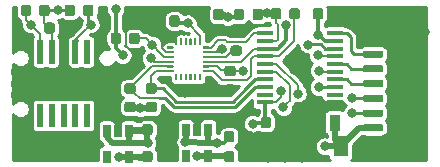
<source format=gbr>
G04 #@! TF.GenerationSoftware,KiCad,Pcbnew,(6.0.0-rc1-dev-1606-g4cd41e394)*
G04 #@! TF.CreationDate,2019-02-20T17:22:23+01:00
G04 #@! TF.ProjectId,WINDGAUGE03A_PCB01A,57494e44-4741-4554-9745-3033415f5043,rev?*
G04 #@! TF.SameCoordinates,Original*
G04 #@! TF.FileFunction,Copper,L1,Top*
G04 #@! TF.FilePolarity,Positive*
%FSLAX46Y46*%
G04 Gerber Fmt 4.6, Leading zero omitted, Abs format (unit mm)*
G04 Created by KiCad (PCBNEW (6.0.0-rc1-dev-1606-g4cd41e394)) date 20.02.2019 17:22:23*
%MOMM*%
%LPD*%
G04 APERTURE LIST*
%ADD10C,0.100000*%
%ADD11C,0.875000*%
%ADD12C,0.500000*%
%ADD13C,0.900000*%
%ADD14C,0.200000*%
%ADD15C,0.600000*%
%ADD16C,1.000000*%
%ADD17R,0.650000X1.060000*%
%ADD18R,1.450000X0.450000*%
%ADD19R,0.889000X1.397000*%
%ADD20R,1.300000X1.700000*%
%ADD21C,0.800000*%
%ADD22C,0.200000*%
%ADD23C,0.300000*%
%ADD24C,0.250000*%
%ADD25C,0.600000*%
%ADD26C,0.500000*%
%ADD27C,0.254000*%
G04 APERTURE END LIST*
D10*
G36*
X7127691Y13673947D02*
G01*
X7148926Y13670797D01*
X7169750Y13665581D01*
X7189962Y13658349D01*
X7209368Y13649170D01*
X7227781Y13638134D01*
X7245024Y13625346D01*
X7260930Y13610930D01*
X7275346Y13595024D01*
X7288134Y13577781D01*
X7299170Y13559368D01*
X7308349Y13539962D01*
X7315581Y13519750D01*
X7320797Y13498926D01*
X7323947Y13477691D01*
X7325000Y13456250D01*
X7325000Y12943750D01*
X7323947Y12922309D01*
X7320797Y12901074D01*
X7315581Y12880250D01*
X7308349Y12860038D01*
X7299170Y12840632D01*
X7288134Y12822219D01*
X7275346Y12804976D01*
X7260930Y12789070D01*
X7245024Y12774654D01*
X7227781Y12761866D01*
X7209368Y12750830D01*
X7189962Y12741651D01*
X7169750Y12734419D01*
X7148926Y12729203D01*
X7127691Y12726053D01*
X7106250Y12725000D01*
X6668750Y12725000D01*
X6647309Y12726053D01*
X6626074Y12729203D01*
X6605250Y12734419D01*
X6585038Y12741651D01*
X6565632Y12750830D01*
X6547219Y12761866D01*
X6529976Y12774654D01*
X6514070Y12789070D01*
X6499654Y12804976D01*
X6486866Y12822219D01*
X6475830Y12840632D01*
X6466651Y12860038D01*
X6459419Y12880250D01*
X6454203Y12901074D01*
X6451053Y12922309D01*
X6450000Y12943750D01*
X6450000Y13456250D01*
X6451053Y13477691D01*
X6454203Y13498926D01*
X6459419Y13519750D01*
X6466651Y13539962D01*
X6475830Y13559368D01*
X6486866Y13577781D01*
X6499654Y13595024D01*
X6514070Y13610930D01*
X6529976Y13625346D01*
X6547219Y13638134D01*
X6565632Y13649170D01*
X6585038Y13658349D01*
X6605250Y13665581D01*
X6626074Y13670797D01*
X6647309Y13673947D01*
X6668750Y13675000D01*
X7106250Y13675000D01*
X7127691Y13673947D01*
X7127691Y13673947D01*
G37*
D11*
X6887500Y13200000D03*
D10*
G36*
X5552691Y13673947D02*
G01*
X5573926Y13670797D01*
X5594750Y13665581D01*
X5614962Y13658349D01*
X5634368Y13649170D01*
X5652781Y13638134D01*
X5670024Y13625346D01*
X5685930Y13610930D01*
X5700346Y13595024D01*
X5713134Y13577781D01*
X5724170Y13559368D01*
X5733349Y13539962D01*
X5740581Y13519750D01*
X5745797Y13498926D01*
X5748947Y13477691D01*
X5750000Y13456250D01*
X5750000Y12943750D01*
X5748947Y12922309D01*
X5745797Y12901074D01*
X5740581Y12880250D01*
X5733349Y12860038D01*
X5724170Y12840632D01*
X5713134Y12822219D01*
X5700346Y12804976D01*
X5685930Y12789070D01*
X5670024Y12774654D01*
X5652781Y12761866D01*
X5634368Y12750830D01*
X5614962Y12741651D01*
X5594750Y12734419D01*
X5573926Y12729203D01*
X5552691Y12726053D01*
X5531250Y12725000D01*
X5093750Y12725000D01*
X5072309Y12726053D01*
X5051074Y12729203D01*
X5030250Y12734419D01*
X5010038Y12741651D01*
X4990632Y12750830D01*
X4972219Y12761866D01*
X4954976Y12774654D01*
X4939070Y12789070D01*
X4924654Y12804976D01*
X4911866Y12822219D01*
X4900830Y12840632D01*
X4891651Y12860038D01*
X4884419Y12880250D01*
X4879203Y12901074D01*
X4876053Y12922309D01*
X4875000Y12943750D01*
X4875000Y13456250D01*
X4876053Y13477691D01*
X4879203Y13498926D01*
X4884419Y13519750D01*
X4891651Y13539962D01*
X4900830Y13559368D01*
X4911866Y13577781D01*
X4924654Y13595024D01*
X4939070Y13610930D01*
X4954976Y13625346D01*
X4972219Y13638134D01*
X4990632Y13649170D01*
X5010038Y13658349D01*
X5030250Y13665581D01*
X5051074Y13670797D01*
X5072309Y13673947D01*
X5093750Y13675000D01*
X5531250Y13675000D01*
X5552691Y13673947D01*
X5552691Y13673947D01*
G37*
D11*
X5312500Y13200000D03*
D10*
G36*
X13709691Y1297947D02*
G01*
X13730926Y1294797D01*
X13751750Y1289581D01*
X13771962Y1282349D01*
X13791368Y1273170D01*
X13809781Y1262134D01*
X13827024Y1249346D01*
X13842930Y1234930D01*
X13857346Y1219024D01*
X13870134Y1201781D01*
X13881170Y1183368D01*
X13890349Y1163962D01*
X13897581Y1143750D01*
X13902797Y1122926D01*
X13905947Y1101691D01*
X13907000Y1080250D01*
X13907000Y567750D01*
X13905947Y546309D01*
X13902797Y525074D01*
X13897581Y504250D01*
X13890349Y484038D01*
X13881170Y464632D01*
X13870134Y446219D01*
X13857346Y428976D01*
X13842930Y413070D01*
X13827024Y398654D01*
X13809781Y385866D01*
X13791368Y374830D01*
X13771962Y365651D01*
X13751750Y358419D01*
X13730926Y353203D01*
X13709691Y350053D01*
X13688250Y349000D01*
X13250750Y349000D01*
X13229309Y350053D01*
X13208074Y353203D01*
X13187250Y358419D01*
X13167038Y365651D01*
X13147632Y374830D01*
X13129219Y385866D01*
X13111976Y398654D01*
X13096070Y413070D01*
X13081654Y428976D01*
X13068866Y446219D01*
X13057830Y464632D01*
X13048651Y484038D01*
X13041419Y504250D01*
X13036203Y525074D01*
X13033053Y546309D01*
X13032000Y567750D01*
X13032000Y1080250D01*
X13033053Y1101691D01*
X13036203Y1122926D01*
X13041419Y1143750D01*
X13048651Y1163962D01*
X13057830Y1183368D01*
X13068866Y1201781D01*
X13081654Y1219024D01*
X13096070Y1234930D01*
X13111976Y1249346D01*
X13129219Y1262134D01*
X13147632Y1273170D01*
X13167038Y1282349D01*
X13187250Y1289581D01*
X13208074Y1294797D01*
X13229309Y1297947D01*
X13250750Y1299000D01*
X13688250Y1299000D01*
X13709691Y1297947D01*
X13709691Y1297947D01*
G37*
D11*
X13469500Y824000D03*
D10*
G36*
X12134691Y1297947D02*
G01*
X12155926Y1294797D01*
X12176750Y1289581D01*
X12196962Y1282349D01*
X12216368Y1273170D01*
X12234781Y1262134D01*
X12252024Y1249346D01*
X12267930Y1234930D01*
X12282346Y1219024D01*
X12295134Y1201781D01*
X12306170Y1183368D01*
X12315349Y1163962D01*
X12322581Y1143750D01*
X12327797Y1122926D01*
X12330947Y1101691D01*
X12332000Y1080250D01*
X12332000Y567750D01*
X12330947Y546309D01*
X12327797Y525074D01*
X12322581Y504250D01*
X12315349Y484038D01*
X12306170Y464632D01*
X12295134Y446219D01*
X12282346Y428976D01*
X12267930Y413070D01*
X12252024Y398654D01*
X12234781Y385866D01*
X12216368Y374830D01*
X12196962Y365651D01*
X12176750Y358419D01*
X12155926Y353203D01*
X12134691Y350053D01*
X12113250Y349000D01*
X11675750Y349000D01*
X11654309Y350053D01*
X11633074Y353203D01*
X11612250Y358419D01*
X11592038Y365651D01*
X11572632Y374830D01*
X11554219Y385866D01*
X11536976Y398654D01*
X11521070Y413070D01*
X11506654Y428976D01*
X11493866Y446219D01*
X11482830Y464632D01*
X11473651Y484038D01*
X11466419Y504250D01*
X11461203Y525074D01*
X11458053Y546309D01*
X11457000Y567750D01*
X11457000Y1080250D01*
X11458053Y1101691D01*
X11461203Y1122926D01*
X11466419Y1143750D01*
X11473651Y1163962D01*
X11482830Y1183368D01*
X11493866Y1201781D01*
X11506654Y1219024D01*
X11521070Y1234930D01*
X11536976Y1249346D01*
X11554219Y1262134D01*
X11572632Y1273170D01*
X11592038Y1282349D01*
X11612250Y1289581D01*
X11633074Y1294797D01*
X11654309Y1297947D01*
X11675750Y1299000D01*
X12113250Y1299000D01*
X12134691Y1297947D01*
X12134691Y1297947D01*
G37*
D11*
X11894500Y824000D03*
D10*
G36*
X13709691Y3583947D02*
G01*
X13730926Y3580797D01*
X13751750Y3575581D01*
X13771962Y3568349D01*
X13791368Y3559170D01*
X13809781Y3548134D01*
X13827024Y3535346D01*
X13842930Y3520930D01*
X13857346Y3505024D01*
X13870134Y3487781D01*
X13881170Y3469368D01*
X13890349Y3449962D01*
X13897581Y3429750D01*
X13902797Y3408926D01*
X13905947Y3387691D01*
X13907000Y3366250D01*
X13907000Y2853750D01*
X13905947Y2832309D01*
X13902797Y2811074D01*
X13897581Y2790250D01*
X13890349Y2770038D01*
X13881170Y2750632D01*
X13870134Y2732219D01*
X13857346Y2714976D01*
X13842930Y2699070D01*
X13827024Y2684654D01*
X13809781Y2671866D01*
X13791368Y2660830D01*
X13771962Y2651651D01*
X13751750Y2644419D01*
X13730926Y2639203D01*
X13709691Y2636053D01*
X13688250Y2635000D01*
X13250750Y2635000D01*
X13229309Y2636053D01*
X13208074Y2639203D01*
X13187250Y2644419D01*
X13167038Y2651651D01*
X13147632Y2660830D01*
X13129219Y2671866D01*
X13111976Y2684654D01*
X13096070Y2699070D01*
X13081654Y2714976D01*
X13068866Y2732219D01*
X13057830Y2750632D01*
X13048651Y2770038D01*
X13041419Y2790250D01*
X13036203Y2811074D01*
X13033053Y2832309D01*
X13032000Y2853750D01*
X13032000Y3366250D01*
X13033053Y3387691D01*
X13036203Y3408926D01*
X13041419Y3429750D01*
X13048651Y3449962D01*
X13057830Y3469368D01*
X13068866Y3487781D01*
X13081654Y3505024D01*
X13096070Y3520930D01*
X13111976Y3535346D01*
X13129219Y3548134D01*
X13147632Y3559170D01*
X13167038Y3568349D01*
X13187250Y3575581D01*
X13208074Y3580797D01*
X13229309Y3583947D01*
X13250750Y3585000D01*
X13688250Y3585000D01*
X13709691Y3583947D01*
X13709691Y3583947D01*
G37*
D11*
X13469500Y3110000D03*
D10*
G36*
X12134691Y3583947D02*
G01*
X12155926Y3580797D01*
X12176750Y3575581D01*
X12196962Y3568349D01*
X12216368Y3559170D01*
X12234781Y3548134D01*
X12252024Y3535346D01*
X12267930Y3520930D01*
X12282346Y3505024D01*
X12295134Y3487781D01*
X12306170Y3469368D01*
X12315349Y3449962D01*
X12322581Y3429750D01*
X12327797Y3408926D01*
X12330947Y3387691D01*
X12332000Y3366250D01*
X12332000Y2853750D01*
X12330947Y2832309D01*
X12327797Y2811074D01*
X12322581Y2790250D01*
X12315349Y2770038D01*
X12306170Y2750632D01*
X12295134Y2732219D01*
X12282346Y2714976D01*
X12267930Y2699070D01*
X12252024Y2684654D01*
X12234781Y2671866D01*
X12216368Y2660830D01*
X12196962Y2651651D01*
X12176750Y2644419D01*
X12155926Y2639203D01*
X12134691Y2636053D01*
X12113250Y2635000D01*
X11675750Y2635000D01*
X11654309Y2636053D01*
X11633074Y2639203D01*
X11612250Y2644419D01*
X11592038Y2651651D01*
X11572632Y2660830D01*
X11554219Y2671866D01*
X11536976Y2684654D01*
X11521070Y2699070D01*
X11506654Y2714976D01*
X11493866Y2732219D01*
X11482830Y2750632D01*
X11473651Y2770038D01*
X11466419Y2790250D01*
X11461203Y2811074D01*
X11458053Y2832309D01*
X11457000Y2853750D01*
X11457000Y3366250D01*
X11458053Y3387691D01*
X11461203Y3408926D01*
X11466419Y3429750D01*
X11473651Y3449962D01*
X11482830Y3469368D01*
X11493866Y3487781D01*
X11506654Y3505024D01*
X11521070Y3520930D01*
X11536976Y3535346D01*
X11554219Y3548134D01*
X11572632Y3559170D01*
X11592038Y3568349D01*
X11612250Y3575581D01*
X11633074Y3580797D01*
X11654309Y3583947D01*
X11675750Y3585000D01*
X12113250Y3585000D01*
X12134691Y3583947D01*
X12134691Y3583947D01*
G37*
D11*
X11894500Y3110000D03*
D10*
G36*
X20627691Y1273947D02*
G01*
X20648926Y1270797D01*
X20669750Y1265581D01*
X20689962Y1258349D01*
X20709368Y1249170D01*
X20727781Y1238134D01*
X20745024Y1225346D01*
X20760930Y1210930D01*
X20775346Y1195024D01*
X20788134Y1177781D01*
X20799170Y1159368D01*
X20808349Y1139962D01*
X20815581Y1119750D01*
X20820797Y1098926D01*
X20823947Y1077691D01*
X20825000Y1056250D01*
X20825000Y543750D01*
X20823947Y522309D01*
X20820797Y501074D01*
X20815581Y480250D01*
X20808349Y460038D01*
X20799170Y440632D01*
X20788134Y422219D01*
X20775346Y404976D01*
X20760930Y389070D01*
X20745024Y374654D01*
X20727781Y361866D01*
X20709368Y350830D01*
X20689962Y341651D01*
X20669750Y334419D01*
X20648926Y329203D01*
X20627691Y326053D01*
X20606250Y325000D01*
X20168750Y325000D01*
X20147309Y326053D01*
X20126074Y329203D01*
X20105250Y334419D01*
X20085038Y341651D01*
X20065632Y350830D01*
X20047219Y361866D01*
X20029976Y374654D01*
X20014070Y389070D01*
X19999654Y404976D01*
X19986866Y422219D01*
X19975830Y440632D01*
X19966651Y460038D01*
X19959419Y480250D01*
X19954203Y501074D01*
X19951053Y522309D01*
X19950000Y543750D01*
X19950000Y1056250D01*
X19951053Y1077691D01*
X19954203Y1098926D01*
X19959419Y1119750D01*
X19966651Y1139962D01*
X19975830Y1159368D01*
X19986866Y1177781D01*
X19999654Y1195024D01*
X20014070Y1210930D01*
X20029976Y1225346D01*
X20047219Y1238134D01*
X20065632Y1249170D01*
X20085038Y1258349D01*
X20105250Y1265581D01*
X20126074Y1270797D01*
X20147309Y1273947D01*
X20168750Y1275000D01*
X20606250Y1275000D01*
X20627691Y1273947D01*
X20627691Y1273947D01*
G37*
D11*
X20387500Y800000D03*
D10*
G36*
X19052691Y1273947D02*
G01*
X19073926Y1270797D01*
X19094750Y1265581D01*
X19114962Y1258349D01*
X19134368Y1249170D01*
X19152781Y1238134D01*
X19170024Y1225346D01*
X19185930Y1210930D01*
X19200346Y1195024D01*
X19213134Y1177781D01*
X19224170Y1159368D01*
X19233349Y1139962D01*
X19240581Y1119750D01*
X19245797Y1098926D01*
X19248947Y1077691D01*
X19250000Y1056250D01*
X19250000Y543750D01*
X19248947Y522309D01*
X19245797Y501074D01*
X19240581Y480250D01*
X19233349Y460038D01*
X19224170Y440632D01*
X19213134Y422219D01*
X19200346Y404976D01*
X19185930Y389070D01*
X19170024Y374654D01*
X19152781Y361866D01*
X19134368Y350830D01*
X19114962Y341651D01*
X19094750Y334419D01*
X19073926Y329203D01*
X19052691Y326053D01*
X19031250Y325000D01*
X18593750Y325000D01*
X18572309Y326053D01*
X18551074Y329203D01*
X18530250Y334419D01*
X18510038Y341651D01*
X18490632Y350830D01*
X18472219Y361866D01*
X18454976Y374654D01*
X18439070Y389070D01*
X18424654Y404976D01*
X18411866Y422219D01*
X18400830Y440632D01*
X18391651Y460038D01*
X18384419Y480250D01*
X18379203Y501074D01*
X18376053Y522309D01*
X18375000Y543750D01*
X18375000Y1056250D01*
X18376053Y1077691D01*
X18379203Y1098926D01*
X18384419Y1119750D01*
X18391651Y1139962D01*
X18400830Y1159368D01*
X18411866Y1177781D01*
X18424654Y1195024D01*
X18439070Y1210930D01*
X18454976Y1225346D01*
X18472219Y1238134D01*
X18490632Y1249170D01*
X18510038Y1258349D01*
X18530250Y1265581D01*
X18551074Y1270797D01*
X18572309Y1273947D01*
X18593750Y1275000D01*
X19031250Y1275000D01*
X19052691Y1273947D01*
X19052691Y1273947D01*
G37*
D11*
X18812500Y800000D03*
D10*
G36*
X20627691Y2973947D02*
G01*
X20648926Y2970797D01*
X20669750Y2965581D01*
X20689962Y2958349D01*
X20709368Y2949170D01*
X20727781Y2938134D01*
X20745024Y2925346D01*
X20760930Y2910930D01*
X20775346Y2895024D01*
X20788134Y2877781D01*
X20799170Y2859368D01*
X20808349Y2839962D01*
X20815581Y2819750D01*
X20820797Y2798926D01*
X20823947Y2777691D01*
X20825000Y2756250D01*
X20825000Y2243750D01*
X20823947Y2222309D01*
X20820797Y2201074D01*
X20815581Y2180250D01*
X20808349Y2160038D01*
X20799170Y2140632D01*
X20788134Y2122219D01*
X20775346Y2104976D01*
X20760930Y2089070D01*
X20745024Y2074654D01*
X20727781Y2061866D01*
X20709368Y2050830D01*
X20689962Y2041651D01*
X20669750Y2034419D01*
X20648926Y2029203D01*
X20627691Y2026053D01*
X20606250Y2025000D01*
X20168750Y2025000D01*
X20147309Y2026053D01*
X20126074Y2029203D01*
X20105250Y2034419D01*
X20085038Y2041651D01*
X20065632Y2050830D01*
X20047219Y2061866D01*
X20029976Y2074654D01*
X20014070Y2089070D01*
X19999654Y2104976D01*
X19986866Y2122219D01*
X19975830Y2140632D01*
X19966651Y2160038D01*
X19959419Y2180250D01*
X19954203Y2201074D01*
X19951053Y2222309D01*
X19950000Y2243750D01*
X19950000Y2756250D01*
X19951053Y2777691D01*
X19954203Y2798926D01*
X19959419Y2819750D01*
X19966651Y2839962D01*
X19975830Y2859368D01*
X19986866Y2877781D01*
X19999654Y2895024D01*
X20014070Y2910930D01*
X20029976Y2925346D01*
X20047219Y2938134D01*
X20065632Y2949170D01*
X20085038Y2958349D01*
X20105250Y2965581D01*
X20126074Y2970797D01*
X20147309Y2973947D01*
X20168750Y2975000D01*
X20606250Y2975000D01*
X20627691Y2973947D01*
X20627691Y2973947D01*
G37*
D11*
X20387500Y2500000D03*
D10*
G36*
X19052691Y2973947D02*
G01*
X19073926Y2970797D01*
X19094750Y2965581D01*
X19114962Y2958349D01*
X19134368Y2949170D01*
X19152781Y2938134D01*
X19170024Y2925346D01*
X19185930Y2910930D01*
X19200346Y2895024D01*
X19213134Y2877781D01*
X19224170Y2859368D01*
X19233349Y2839962D01*
X19240581Y2819750D01*
X19245797Y2798926D01*
X19248947Y2777691D01*
X19250000Y2756250D01*
X19250000Y2243750D01*
X19248947Y2222309D01*
X19245797Y2201074D01*
X19240581Y2180250D01*
X19233349Y2160038D01*
X19224170Y2140632D01*
X19213134Y2122219D01*
X19200346Y2104976D01*
X19185930Y2089070D01*
X19170024Y2074654D01*
X19152781Y2061866D01*
X19134368Y2050830D01*
X19114962Y2041651D01*
X19094750Y2034419D01*
X19073926Y2029203D01*
X19052691Y2026053D01*
X19031250Y2025000D01*
X18593750Y2025000D01*
X18572309Y2026053D01*
X18551074Y2029203D01*
X18530250Y2034419D01*
X18510038Y2041651D01*
X18490632Y2050830D01*
X18472219Y2061866D01*
X18454976Y2074654D01*
X18439070Y2089070D01*
X18424654Y2104976D01*
X18411866Y2122219D01*
X18400830Y2140632D01*
X18391651Y2160038D01*
X18384419Y2180250D01*
X18379203Y2201074D01*
X18376053Y2222309D01*
X18375000Y2243750D01*
X18375000Y2756250D01*
X18376053Y2777691D01*
X18379203Y2798926D01*
X18384419Y2819750D01*
X18391651Y2839962D01*
X18400830Y2859368D01*
X18411866Y2877781D01*
X18424654Y2895024D01*
X18439070Y2910930D01*
X18454976Y2925346D01*
X18472219Y2938134D01*
X18490632Y2949170D01*
X18510038Y2958349D01*
X18530250Y2965581D01*
X18551074Y2970797D01*
X18572309Y2973947D01*
X18593750Y2975000D01*
X19031250Y2975000D01*
X19052691Y2973947D01*
X19052691Y2973947D01*
G37*
D11*
X18812500Y2500000D03*
D10*
G36*
X5427691Y12173947D02*
G01*
X5448926Y12170797D01*
X5469750Y12165581D01*
X5489962Y12158349D01*
X5509368Y12149170D01*
X5527781Y12138134D01*
X5545024Y12125346D01*
X5560930Y12110930D01*
X5575346Y12095024D01*
X5588134Y12077781D01*
X5599170Y12059368D01*
X5608349Y12039962D01*
X5615581Y12019750D01*
X5620797Y11998926D01*
X5623947Y11977691D01*
X5625000Y11956250D01*
X5625000Y11443750D01*
X5623947Y11422309D01*
X5620797Y11401074D01*
X5615581Y11380250D01*
X5608349Y11360038D01*
X5599170Y11340632D01*
X5588134Y11322219D01*
X5575346Y11304976D01*
X5560930Y11289070D01*
X5545024Y11274654D01*
X5527781Y11261866D01*
X5509368Y11250830D01*
X5489962Y11241651D01*
X5469750Y11234419D01*
X5448926Y11229203D01*
X5427691Y11226053D01*
X5406250Y11225000D01*
X4968750Y11225000D01*
X4947309Y11226053D01*
X4926074Y11229203D01*
X4905250Y11234419D01*
X4885038Y11241651D01*
X4865632Y11250830D01*
X4847219Y11261866D01*
X4829976Y11274654D01*
X4814070Y11289070D01*
X4799654Y11304976D01*
X4786866Y11322219D01*
X4775830Y11340632D01*
X4766651Y11360038D01*
X4759419Y11380250D01*
X4754203Y11401074D01*
X4751053Y11422309D01*
X4750000Y11443750D01*
X4750000Y11956250D01*
X4751053Y11977691D01*
X4754203Y11998926D01*
X4759419Y12019750D01*
X4766651Y12039962D01*
X4775830Y12059368D01*
X4786866Y12077781D01*
X4799654Y12095024D01*
X4814070Y12110930D01*
X4829976Y12125346D01*
X4847219Y12138134D01*
X4865632Y12149170D01*
X4885038Y12158349D01*
X4905250Y12165581D01*
X4926074Y12170797D01*
X4947309Y12173947D01*
X4968750Y12175000D01*
X5406250Y12175000D01*
X5427691Y12173947D01*
X5427691Y12173947D01*
G37*
D11*
X5187500Y11700000D03*
D10*
G36*
X3852691Y12173947D02*
G01*
X3873926Y12170797D01*
X3894750Y12165581D01*
X3914962Y12158349D01*
X3934368Y12149170D01*
X3952781Y12138134D01*
X3970024Y12125346D01*
X3985930Y12110930D01*
X4000346Y12095024D01*
X4013134Y12077781D01*
X4024170Y12059368D01*
X4033349Y12039962D01*
X4040581Y12019750D01*
X4045797Y11998926D01*
X4048947Y11977691D01*
X4050000Y11956250D01*
X4050000Y11443750D01*
X4048947Y11422309D01*
X4045797Y11401074D01*
X4040581Y11380250D01*
X4033349Y11360038D01*
X4024170Y11340632D01*
X4013134Y11322219D01*
X4000346Y11304976D01*
X3985930Y11289070D01*
X3970024Y11274654D01*
X3952781Y11261866D01*
X3934368Y11250830D01*
X3914962Y11241651D01*
X3894750Y11234419D01*
X3873926Y11229203D01*
X3852691Y11226053D01*
X3831250Y11225000D01*
X3393750Y11225000D01*
X3372309Y11226053D01*
X3351074Y11229203D01*
X3330250Y11234419D01*
X3310038Y11241651D01*
X3290632Y11250830D01*
X3272219Y11261866D01*
X3254976Y11274654D01*
X3239070Y11289070D01*
X3224654Y11304976D01*
X3211866Y11322219D01*
X3200830Y11340632D01*
X3191651Y11360038D01*
X3184419Y11380250D01*
X3179203Y11401074D01*
X3176053Y11422309D01*
X3175000Y11443750D01*
X3175000Y11956250D01*
X3176053Y11977691D01*
X3179203Y11998926D01*
X3184419Y12019750D01*
X3191651Y12039962D01*
X3200830Y12059368D01*
X3211866Y12077781D01*
X3224654Y12095024D01*
X3239070Y12110930D01*
X3254976Y12125346D01*
X3272219Y12138134D01*
X3290632Y12149170D01*
X3310038Y12158349D01*
X3330250Y12165581D01*
X3351074Y12170797D01*
X3372309Y12173947D01*
X3393750Y12175000D01*
X3831250Y12175000D01*
X3852691Y12173947D01*
X3852691Y12173947D01*
G37*
D11*
X3612500Y11700000D03*
D10*
G36*
X1840191Y13673947D02*
G01*
X1861426Y13670797D01*
X1882250Y13665581D01*
X1902462Y13658349D01*
X1921868Y13649170D01*
X1940281Y13638134D01*
X1957524Y13625346D01*
X1973430Y13610930D01*
X1987846Y13595024D01*
X2000634Y13577781D01*
X2011670Y13559368D01*
X2020849Y13539962D01*
X2028081Y13519750D01*
X2033297Y13498926D01*
X2036447Y13477691D01*
X2037500Y13456250D01*
X2037500Y12943750D01*
X2036447Y12922309D01*
X2033297Y12901074D01*
X2028081Y12880250D01*
X2020849Y12860038D01*
X2011670Y12840632D01*
X2000634Y12822219D01*
X1987846Y12804976D01*
X1973430Y12789070D01*
X1957524Y12774654D01*
X1940281Y12761866D01*
X1921868Y12750830D01*
X1902462Y12741651D01*
X1882250Y12734419D01*
X1861426Y12729203D01*
X1840191Y12726053D01*
X1818750Y12725000D01*
X1381250Y12725000D01*
X1359809Y12726053D01*
X1338574Y12729203D01*
X1317750Y12734419D01*
X1297538Y12741651D01*
X1278132Y12750830D01*
X1259719Y12761866D01*
X1242476Y12774654D01*
X1226570Y12789070D01*
X1212154Y12804976D01*
X1199366Y12822219D01*
X1188330Y12840632D01*
X1179151Y12860038D01*
X1171919Y12880250D01*
X1166703Y12901074D01*
X1163553Y12922309D01*
X1162500Y12943750D01*
X1162500Y13456250D01*
X1163553Y13477691D01*
X1166703Y13498926D01*
X1171919Y13519750D01*
X1179151Y13539962D01*
X1188330Y13559368D01*
X1199366Y13577781D01*
X1212154Y13595024D01*
X1226570Y13610930D01*
X1242476Y13625346D01*
X1259719Y13638134D01*
X1278132Y13649170D01*
X1297538Y13658349D01*
X1317750Y13665581D01*
X1338574Y13670797D01*
X1359809Y13673947D01*
X1381250Y13675000D01*
X1818750Y13675000D01*
X1840191Y13673947D01*
X1840191Y13673947D01*
G37*
D11*
X1600000Y13200000D03*
D10*
G36*
X3415191Y13673947D02*
G01*
X3436426Y13670797D01*
X3457250Y13665581D01*
X3477462Y13658349D01*
X3496868Y13649170D01*
X3515281Y13638134D01*
X3532524Y13625346D01*
X3548430Y13610930D01*
X3562846Y13595024D01*
X3575634Y13577781D01*
X3586670Y13559368D01*
X3595849Y13539962D01*
X3603081Y13519750D01*
X3608297Y13498926D01*
X3611447Y13477691D01*
X3612500Y13456250D01*
X3612500Y12943750D01*
X3611447Y12922309D01*
X3608297Y12901074D01*
X3603081Y12880250D01*
X3595849Y12860038D01*
X3586670Y12840632D01*
X3575634Y12822219D01*
X3562846Y12804976D01*
X3548430Y12789070D01*
X3532524Y12774654D01*
X3515281Y12761866D01*
X3496868Y12750830D01*
X3477462Y12741651D01*
X3457250Y12734419D01*
X3436426Y12729203D01*
X3415191Y12726053D01*
X3393750Y12725000D01*
X2956250Y12725000D01*
X2934809Y12726053D01*
X2913574Y12729203D01*
X2892750Y12734419D01*
X2872538Y12741651D01*
X2853132Y12750830D01*
X2834719Y12761866D01*
X2817476Y12774654D01*
X2801570Y12789070D01*
X2787154Y12804976D01*
X2774366Y12822219D01*
X2763330Y12840632D01*
X2754151Y12860038D01*
X2746919Y12880250D01*
X2741703Y12901074D01*
X2738553Y12922309D01*
X2737500Y12943750D01*
X2737500Y13456250D01*
X2738553Y13477691D01*
X2741703Y13498926D01*
X2746919Y13519750D01*
X2754151Y13539962D01*
X2763330Y13559368D01*
X2774366Y13577781D01*
X2787154Y13595024D01*
X2801570Y13610930D01*
X2817476Y13625346D01*
X2834719Y13638134D01*
X2853132Y13649170D01*
X2872538Y13658349D01*
X2892750Y13665581D01*
X2913574Y13670797D01*
X2934809Y13673947D01*
X2956250Y13675000D01*
X3393750Y13675000D01*
X3415191Y13673947D01*
X3415191Y13673947D01*
G37*
D11*
X3175000Y13200000D03*
D10*
G36*
X22152691Y4173947D02*
G01*
X22173926Y4170797D01*
X22194750Y4165581D01*
X22214962Y4158349D01*
X22234368Y4149170D01*
X22252781Y4138134D01*
X22270024Y4125346D01*
X22285930Y4110930D01*
X22300346Y4095024D01*
X22313134Y4077781D01*
X22324170Y4059368D01*
X22333349Y4039962D01*
X22340581Y4019750D01*
X22345797Y3998926D01*
X22348947Y3977691D01*
X22350000Y3956250D01*
X22350000Y3443750D01*
X22348947Y3422309D01*
X22345797Y3401074D01*
X22340581Y3380250D01*
X22333349Y3360038D01*
X22324170Y3340632D01*
X22313134Y3322219D01*
X22300346Y3304976D01*
X22285930Y3289070D01*
X22270024Y3274654D01*
X22252781Y3261866D01*
X22234368Y3250830D01*
X22214962Y3241651D01*
X22194750Y3234419D01*
X22173926Y3229203D01*
X22152691Y3226053D01*
X22131250Y3225000D01*
X21693750Y3225000D01*
X21672309Y3226053D01*
X21651074Y3229203D01*
X21630250Y3234419D01*
X21610038Y3241651D01*
X21590632Y3250830D01*
X21572219Y3261866D01*
X21554976Y3274654D01*
X21539070Y3289070D01*
X21524654Y3304976D01*
X21511866Y3322219D01*
X21500830Y3340632D01*
X21491651Y3360038D01*
X21484419Y3380250D01*
X21479203Y3401074D01*
X21476053Y3422309D01*
X21475000Y3443750D01*
X21475000Y3956250D01*
X21476053Y3977691D01*
X21479203Y3998926D01*
X21484419Y4019750D01*
X21491651Y4039962D01*
X21500830Y4059368D01*
X21511866Y4077781D01*
X21524654Y4095024D01*
X21539070Y4110930D01*
X21554976Y4125346D01*
X21572219Y4138134D01*
X21590632Y4149170D01*
X21610038Y4158349D01*
X21630250Y4165581D01*
X21651074Y4170797D01*
X21672309Y4173947D01*
X21693750Y4175000D01*
X22131250Y4175000D01*
X22152691Y4173947D01*
X22152691Y4173947D01*
G37*
D11*
X21912500Y3700000D03*
D10*
G36*
X23727691Y4173947D02*
G01*
X23748926Y4170797D01*
X23769750Y4165581D01*
X23789962Y4158349D01*
X23809368Y4149170D01*
X23827781Y4138134D01*
X23845024Y4125346D01*
X23860930Y4110930D01*
X23875346Y4095024D01*
X23888134Y4077781D01*
X23899170Y4059368D01*
X23908349Y4039962D01*
X23915581Y4019750D01*
X23920797Y3998926D01*
X23923947Y3977691D01*
X23925000Y3956250D01*
X23925000Y3443750D01*
X23923947Y3422309D01*
X23920797Y3401074D01*
X23915581Y3380250D01*
X23908349Y3360038D01*
X23899170Y3340632D01*
X23888134Y3322219D01*
X23875346Y3304976D01*
X23860930Y3289070D01*
X23845024Y3274654D01*
X23827781Y3261866D01*
X23809368Y3250830D01*
X23789962Y3241651D01*
X23769750Y3234419D01*
X23748926Y3229203D01*
X23727691Y3226053D01*
X23706250Y3225000D01*
X23268750Y3225000D01*
X23247309Y3226053D01*
X23226074Y3229203D01*
X23205250Y3234419D01*
X23185038Y3241651D01*
X23165632Y3250830D01*
X23147219Y3261866D01*
X23129976Y3274654D01*
X23114070Y3289070D01*
X23099654Y3304976D01*
X23086866Y3322219D01*
X23075830Y3340632D01*
X23066651Y3360038D01*
X23059419Y3380250D01*
X23054203Y3401074D01*
X23051053Y3422309D01*
X23050000Y3443750D01*
X23050000Y3956250D01*
X23051053Y3977691D01*
X23054203Y3998926D01*
X23059419Y4019750D01*
X23066651Y4039962D01*
X23075830Y4059368D01*
X23086866Y4077781D01*
X23099654Y4095024D01*
X23114070Y4110930D01*
X23129976Y4125346D01*
X23147219Y4138134D01*
X23165632Y4149170D01*
X23185038Y4158349D01*
X23205250Y4165581D01*
X23226074Y4170797D01*
X23247309Y4173947D01*
X23268750Y4175000D01*
X23706250Y4175000D01*
X23727691Y4173947D01*
X23727691Y4173947D01*
G37*
D11*
X23487500Y3700000D03*
D10*
G36*
X19169691Y6924947D02*
G01*
X19190926Y6921797D01*
X19211750Y6916581D01*
X19231962Y6909349D01*
X19251368Y6900170D01*
X19269781Y6889134D01*
X19287024Y6876346D01*
X19302930Y6861930D01*
X19317346Y6846024D01*
X19330134Y6828781D01*
X19341170Y6810368D01*
X19350349Y6790962D01*
X19357581Y6770750D01*
X19362797Y6749926D01*
X19365947Y6728691D01*
X19367000Y6707250D01*
X19367000Y6269750D01*
X19365947Y6248309D01*
X19362797Y6227074D01*
X19357581Y6206250D01*
X19350349Y6186038D01*
X19341170Y6166632D01*
X19330134Y6148219D01*
X19317346Y6130976D01*
X19302930Y6115070D01*
X19287024Y6100654D01*
X19269781Y6087866D01*
X19251368Y6076830D01*
X19231962Y6067651D01*
X19211750Y6060419D01*
X19190926Y6055203D01*
X19169691Y6052053D01*
X19148250Y6051000D01*
X18635750Y6051000D01*
X18614309Y6052053D01*
X18593074Y6055203D01*
X18572250Y6060419D01*
X18552038Y6067651D01*
X18532632Y6076830D01*
X18514219Y6087866D01*
X18496976Y6100654D01*
X18481070Y6115070D01*
X18466654Y6130976D01*
X18453866Y6148219D01*
X18442830Y6166632D01*
X18433651Y6186038D01*
X18426419Y6206250D01*
X18421203Y6227074D01*
X18418053Y6248309D01*
X18417000Y6269750D01*
X18417000Y6707250D01*
X18418053Y6728691D01*
X18421203Y6749926D01*
X18426419Y6770750D01*
X18433651Y6790962D01*
X18442830Y6810368D01*
X18453866Y6828781D01*
X18466654Y6846024D01*
X18481070Y6861930D01*
X18496976Y6876346D01*
X18514219Y6889134D01*
X18532632Y6900170D01*
X18552038Y6909349D01*
X18572250Y6916581D01*
X18593074Y6921797D01*
X18614309Y6924947D01*
X18635750Y6926000D01*
X19148250Y6926000D01*
X19169691Y6924947D01*
X19169691Y6924947D01*
G37*
D11*
X18892000Y6488500D03*
D10*
G36*
X19169691Y8499947D02*
G01*
X19190926Y8496797D01*
X19211750Y8491581D01*
X19231962Y8484349D01*
X19251368Y8475170D01*
X19269781Y8464134D01*
X19287024Y8451346D01*
X19302930Y8436930D01*
X19317346Y8421024D01*
X19330134Y8403781D01*
X19341170Y8385368D01*
X19350349Y8365962D01*
X19357581Y8345750D01*
X19362797Y8324926D01*
X19365947Y8303691D01*
X19367000Y8282250D01*
X19367000Y7844750D01*
X19365947Y7823309D01*
X19362797Y7802074D01*
X19357581Y7781250D01*
X19350349Y7761038D01*
X19341170Y7741632D01*
X19330134Y7723219D01*
X19317346Y7705976D01*
X19302930Y7690070D01*
X19287024Y7675654D01*
X19269781Y7662866D01*
X19251368Y7651830D01*
X19231962Y7642651D01*
X19211750Y7635419D01*
X19190926Y7630203D01*
X19169691Y7627053D01*
X19148250Y7626000D01*
X18635750Y7626000D01*
X18614309Y7627053D01*
X18593074Y7630203D01*
X18572250Y7635419D01*
X18552038Y7642651D01*
X18532632Y7651830D01*
X18514219Y7662866D01*
X18496976Y7675654D01*
X18481070Y7690070D01*
X18466654Y7705976D01*
X18453866Y7723219D01*
X18442830Y7741632D01*
X18433651Y7761038D01*
X18426419Y7781250D01*
X18421203Y7802074D01*
X18418053Y7823309D01*
X18417000Y7844750D01*
X18417000Y8282250D01*
X18418053Y8303691D01*
X18421203Y8324926D01*
X18426419Y8345750D01*
X18433651Y8365962D01*
X18442830Y8385368D01*
X18453866Y8403781D01*
X18466654Y8421024D01*
X18481070Y8436930D01*
X18496976Y8451346D01*
X18514219Y8464134D01*
X18532632Y8475170D01*
X18552038Y8484349D01*
X18572250Y8491581D01*
X18593074Y8496797D01*
X18614309Y8499947D01*
X18635750Y8501000D01*
X19148250Y8501000D01*
X19169691Y8499947D01*
X19169691Y8499947D01*
G37*
D11*
X18892000Y8063500D03*
D10*
G36*
X19677691Y11801947D02*
G01*
X19698926Y11798797D01*
X19719750Y11793581D01*
X19739962Y11786349D01*
X19759368Y11777170D01*
X19777781Y11766134D01*
X19795024Y11753346D01*
X19810930Y11738930D01*
X19825346Y11723024D01*
X19838134Y11705781D01*
X19849170Y11687368D01*
X19858349Y11667962D01*
X19865581Y11647750D01*
X19870797Y11626926D01*
X19873947Y11605691D01*
X19875000Y11584250D01*
X19875000Y11146750D01*
X19873947Y11125309D01*
X19870797Y11104074D01*
X19865581Y11083250D01*
X19858349Y11063038D01*
X19849170Y11043632D01*
X19838134Y11025219D01*
X19825346Y11007976D01*
X19810930Y10992070D01*
X19795024Y10977654D01*
X19777781Y10964866D01*
X19759368Y10953830D01*
X19739962Y10944651D01*
X19719750Y10937419D01*
X19698926Y10932203D01*
X19677691Y10929053D01*
X19656250Y10928000D01*
X19143750Y10928000D01*
X19122309Y10929053D01*
X19101074Y10932203D01*
X19080250Y10937419D01*
X19060038Y10944651D01*
X19040632Y10953830D01*
X19022219Y10964866D01*
X19004976Y10977654D01*
X18989070Y10992070D01*
X18974654Y11007976D01*
X18961866Y11025219D01*
X18950830Y11043632D01*
X18941651Y11063038D01*
X18934419Y11083250D01*
X18929203Y11104074D01*
X18926053Y11125309D01*
X18925000Y11146750D01*
X18925000Y11584250D01*
X18926053Y11605691D01*
X18929203Y11626926D01*
X18934419Y11647750D01*
X18941651Y11667962D01*
X18950830Y11687368D01*
X18961866Y11705781D01*
X18974654Y11723024D01*
X18989070Y11738930D01*
X19004976Y11753346D01*
X19022219Y11766134D01*
X19040632Y11777170D01*
X19060038Y11786349D01*
X19080250Y11793581D01*
X19101074Y11798797D01*
X19122309Y11801947D01*
X19143750Y11803000D01*
X19656250Y11803000D01*
X19677691Y11801947D01*
X19677691Y11801947D01*
G37*
D11*
X19400000Y11365500D03*
D10*
G36*
X19677691Y10226947D02*
G01*
X19698926Y10223797D01*
X19719750Y10218581D01*
X19739962Y10211349D01*
X19759368Y10202170D01*
X19777781Y10191134D01*
X19795024Y10178346D01*
X19810930Y10163930D01*
X19825346Y10148024D01*
X19838134Y10130781D01*
X19849170Y10112368D01*
X19858349Y10092962D01*
X19865581Y10072750D01*
X19870797Y10051926D01*
X19873947Y10030691D01*
X19875000Y10009250D01*
X19875000Y9571750D01*
X19873947Y9550309D01*
X19870797Y9529074D01*
X19865581Y9508250D01*
X19858349Y9488038D01*
X19849170Y9468632D01*
X19838134Y9450219D01*
X19825346Y9432976D01*
X19810930Y9417070D01*
X19795024Y9402654D01*
X19777781Y9389866D01*
X19759368Y9378830D01*
X19739962Y9369651D01*
X19719750Y9362419D01*
X19698926Y9357203D01*
X19677691Y9354053D01*
X19656250Y9353000D01*
X19143750Y9353000D01*
X19122309Y9354053D01*
X19101074Y9357203D01*
X19080250Y9362419D01*
X19060038Y9369651D01*
X19040632Y9378830D01*
X19022219Y9389866D01*
X19004976Y9402654D01*
X18989070Y9417070D01*
X18974654Y9432976D01*
X18961866Y9450219D01*
X18950830Y9468632D01*
X18941651Y9488038D01*
X18934419Y9508250D01*
X18929203Y9529074D01*
X18926053Y9550309D01*
X18925000Y9571750D01*
X18925000Y10009250D01*
X18926053Y10030691D01*
X18929203Y10051926D01*
X18934419Y10072750D01*
X18941651Y10092962D01*
X18950830Y10112368D01*
X18961866Y10130781D01*
X18974654Y10148024D01*
X18989070Y10163930D01*
X19004976Y10178346D01*
X19022219Y10191134D01*
X19040632Y10202170D01*
X19060038Y10211349D01*
X19080250Y10218581D01*
X19101074Y10223797D01*
X19122309Y10226947D01*
X19143750Y10228000D01*
X19656250Y10228000D01*
X19677691Y10226947D01*
X19677691Y10226947D01*
G37*
D11*
X19400000Y9790500D03*
D10*
G36*
X12490191Y7023947D02*
G01*
X12511426Y7020797D01*
X12532250Y7015581D01*
X12552462Y7008349D01*
X12571868Y6999170D01*
X12590281Y6988134D01*
X12607524Y6975346D01*
X12623430Y6960930D01*
X12637846Y6945024D01*
X12650634Y6927781D01*
X12661670Y6909368D01*
X12670849Y6889962D01*
X12678081Y6869750D01*
X12683297Y6848926D01*
X12686447Y6827691D01*
X12687500Y6806250D01*
X12687500Y6368750D01*
X12686447Y6347309D01*
X12683297Y6326074D01*
X12678081Y6305250D01*
X12670849Y6285038D01*
X12661670Y6265632D01*
X12650634Y6247219D01*
X12637846Y6229976D01*
X12623430Y6214070D01*
X12607524Y6199654D01*
X12590281Y6186866D01*
X12571868Y6175830D01*
X12552462Y6166651D01*
X12532250Y6159419D01*
X12511426Y6154203D01*
X12490191Y6151053D01*
X12468750Y6150000D01*
X11956250Y6150000D01*
X11934809Y6151053D01*
X11913574Y6154203D01*
X11892750Y6159419D01*
X11872538Y6166651D01*
X11853132Y6175830D01*
X11834719Y6186866D01*
X11817476Y6199654D01*
X11801570Y6214070D01*
X11787154Y6229976D01*
X11774366Y6247219D01*
X11763330Y6265632D01*
X11754151Y6285038D01*
X11746919Y6305250D01*
X11741703Y6326074D01*
X11738553Y6347309D01*
X11737500Y6368750D01*
X11737500Y6806250D01*
X11738553Y6827691D01*
X11741703Y6848926D01*
X11746919Y6869750D01*
X11754151Y6889962D01*
X11763330Y6909368D01*
X11774366Y6927781D01*
X11787154Y6945024D01*
X11801570Y6960930D01*
X11817476Y6975346D01*
X11834719Y6988134D01*
X11853132Y6999170D01*
X11872538Y7008349D01*
X11892750Y7015581D01*
X11913574Y7020797D01*
X11934809Y7023947D01*
X11956250Y7025000D01*
X12468750Y7025000D01*
X12490191Y7023947D01*
X12490191Y7023947D01*
G37*
D11*
X12212500Y6587500D03*
D10*
G36*
X12490191Y5448947D02*
G01*
X12511426Y5445797D01*
X12532250Y5440581D01*
X12552462Y5433349D01*
X12571868Y5424170D01*
X12590281Y5413134D01*
X12607524Y5400346D01*
X12623430Y5385930D01*
X12637846Y5370024D01*
X12650634Y5352781D01*
X12661670Y5334368D01*
X12670849Y5314962D01*
X12678081Y5294750D01*
X12683297Y5273926D01*
X12686447Y5252691D01*
X12687500Y5231250D01*
X12687500Y4793750D01*
X12686447Y4772309D01*
X12683297Y4751074D01*
X12678081Y4730250D01*
X12670849Y4710038D01*
X12661670Y4690632D01*
X12650634Y4672219D01*
X12637846Y4654976D01*
X12623430Y4639070D01*
X12607524Y4624654D01*
X12590281Y4611866D01*
X12571868Y4600830D01*
X12552462Y4591651D01*
X12532250Y4584419D01*
X12511426Y4579203D01*
X12490191Y4576053D01*
X12468750Y4575000D01*
X11956250Y4575000D01*
X11934809Y4576053D01*
X11913574Y4579203D01*
X11892750Y4584419D01*
X11872538Y4591651D01*
X11853132Y4600830D01*
X11834719Y4611866D01*
X11817476Y4624654D01*
X11801570Y4639070D01*
X11787154Y4654976D01*
X11774366Y4672219D01*
X11763330Y4690632D01*
X11754151Y4710038D01*
X11746919Y4730250D01*
X11741703Y4751074D01*
X11738553Y4772309D01*
X11737500Y4793750D01*
X11737500Y5231250D01*
X11738553Y5252691D01*
X11741703Y5273926D01*
X11746919Y5294750D01*
X11754151Y5314962D01*
X11763330Y5334368D01*
X11774366Y5352781D01*
X11787154Y5370024D01*
X11801570Y5385930D01*
X11817476Y5400346D01*
X11834719Y5413134D01*
X11853132Y5424170D01*
X11872538Y5433349D01*
X11892750Y5440581D01*
X11913574Y5445797D01*
X11934809Y5448947D01*
X11956250Y5450000D01*
X12468750Y5450000D01*
X12490191Y5448947D01*
X12490191Y5448947D01*
G37*
D11*
X12212500Y5012500D03*
D10*
G36*
X10690191Y7023947D02*
G01*
X10711426Y7020797D01*
X10732250Y7015581D01*
X10752462Y7008349D01*
X10771868Y6999170D01*
X10790281Y6988134D01*
X10807524Y6975346D01*
X10823430Y6960930D01*
X10837846Y6945024D01*
X10850634Y6927781D01*
X10861670Y6909368D01*
X10870849Y6889962D01*
X10878081Y6869750D01*
X10883297Y6848926D01*
X10886447Y6827691D01*
X10887500Y6806250D01*
X10887500Y6368750D01*
X10886447Y6347309D01*
X10883297Y6326074D01*
X10878081Y6305250D01*
X10870849Y6285038D01*
X10861670Y6265632D01*
X10850634Y6247219D01*
X10837846Y6229976D01*
X10823430Y6214070D01*
X10807524Y6199654D01*
X10790281Y6186866D01*
X10771868Y6175830D01*
X10752462Y6166651D01*
X10732250Y6159419D01*
X10711426Y6154203D01*
X10690191Y6151053D01*
X10668750Y6150000D01*
X10156250Y6150000D01*
X10134809Y6151053D01*
X10113574Y6154203D01*
X10092750Y6159419D01*
X10072538Y6166651D01*
X10053132Y6175830D01*
X10034719Y6186866D01*
X10017476Y6199654D01*
X10001570Y6214070D01*
X9987154Y6229976D01*
X9974366Y6247219D01*
X9963330Y6265632D01*
X9954151Y6285038D01*
X9946919Y6305250D01*
X9941703Y6326074D01*
X9938553Y6347309D01*
X9937500Y6368750D01*
X9937500Y6806250D01*
X9938553Y6827691D01*
X9941703Y6848926D01*
X9946919Y6869750D01*
X9954151Y6889962D01*
X9963330Y6909368D01*
X9974366Y6927781D01*
X9987154Y6945024D01*
X10001570Y6960930D01*
X10017476Y6975346D01*
X10034719Y6988134D01*
X10053132Y6999170D01*
X10072538Y7008349D01*
X10092750Y7015581D01*
X10113574Y7020797D01*
X10134809Y7023947D01*
X10156250Y7025000D01*
X10668750Y7025000D01*
X10690191Y7023947D01*
X10690191Y7023947D01*
G37*
D11*
X10412500Y6587500D03*
D10*
G36*
X10690191Y5448947D02*
G01*
X10711426Y5445797D01*
X10732250Y5440581D01*
X10752462Y5433349D01*
X10771868Y5424170D01*
X10790281Y5413134D01*
X10807524Y5400346D01*
X10823430Y5385930D01*
X10837846Y5370024D01*
X10850634Y5352781D01*
X10861670Y5334368D01*
X10870849Y5314962D01*
X10878081Y5294750D01*
X10883297Y5273926D01*
X10886447Y5252691D01*
X10887500Y5231250D01*
X10887500Y4793750D01*
X10886447Y4772309D01*
X10883297Y4751074D01*
X10878081Y4730250D01*
X10870849Y4710038D01*
X10861670Y4690632D01*
X10850634Y4672219D01*
X10837846Y4654976D01*
X10823430Y4639070D01*
X10807524Y4624654D01*
X10790281Y4611866D01*
X10771868Y4600830D01*
X10752462Y4591651D01*
X10732250Y4584419D01*
X10711426Y4579203D01*
X10690191Y4576053D01*
X10668750Y4575000D01*
X10156250Y4575000D01*
X10134809Y4576053D01*
X10113574Y4579203D01*
X10092750Y4584419D01*
X10072538Y4591651D01*
X10053132Y4600830D01*
X10034719Y4611866D01*
X10017476Y4624654D01*
X10001570Y4639070D01*
X9987154Y4654976D01*
X9974366Y4672219D01*
X9963330Y4690632D01*
X9954151Y4710038D01*
X9946919Y4730250D01*
X9941703Y4751074D01*
X9938553Y4772309D01*
X9937500Y4793750D01*
X9937500Y5231250D01*
X9938553Y5252691D01*
X9941703Y5273926D01*
X9946919Y5294750D01*
X9954151Y5314962D01*
X9963330Y5334368D01*
X9974366Y5352781D01*
X9987154Y5370024D01*
X10001570Y5385930D01*
X10017476Y5400346D01*
X10034719Y5413134D01*
X10053132Y5424170D01*
X10072538Y5433349D01*
X10092750Y5440581D01*
X10113574Y5445797D01*
X10134809Y5448947D01*
X10156250Y5450000D01*
X10668750Y5450000D01*
X10690191Y5448947D01*
X10690191Y5448947D01*
G37*
D11*
X10412500Y5012500D03*
D10*
G36*
X11029691Y11305947D02*
G01*
X11050926Y11302797D01*
X11071750Y11297581D01*
X11091962Y11290349D01*
X11111368Y11281170D01*
X11129781Y11270134D01*
X11147024Y11257346D01*
X11162930Y11242930D01*
X11177346Y11227024D01*
X11190134Y11209781D01*
X11201170Y11191368D01*
X11210349Y11171962D01*
X11217581Y11151750D01*
X11222797Y11130926D01*
X11225947Y11109691D01*
X11227000Y11088250D01*
X11227000Y10575750D01*
X11225947Y10554309D01*
X11222797Y10533074D01*
X11217581Y10512250D01*
X11210349Y10492038D01*
X11201170Y10472632D01*
X11190134Y10454219D01*
X11177346Y10436976D01*
X11162930Y10421070D01*
X11147024Y10406654D01*
X11129781Y10393866D01*
X11111368Y10382830D01*
X11091962Y10373651D01*
X11071750Y10366419D01*
X11050926Y10361203D01*
X11029691Y10358053D01*
X11008250Y10357000D01*
X10570750Y10357000D01*
X10549309Y10358053D01*
X10528074Y10361203D01*
X10507250Y10366419D01*
X10487038Y10373651D01*
X10467632Y10382830D01*
X10449219Y10393866D01*
X10431976Y10406654D01*
X10416070Y10421070D01*
X10401654Y10436976D01*
X10388866Y10454219D01*
X10377830Y10472632D01*
X10368651Y10492038D01*
X10361419Y10512250D01*
X10356203Y10533074D01*
X10353053Y10554309D01*
X10352000Y10575750D01*
X10352000Y11088250D01*
X10353053Y11109691D01*
X10356203Y11130926D01*
X10361419Y11151750D01*
X10368651Y11171962D01*
X10377830Y11191368D01*
X10388866Y11209781D01*
X10401654Y11227024D01*
X10416070Y11242930D01*
X10431976Y11257346D01*
X10449219Y11270134D01*
X10467632Y11281170D01*
X10487038Y11290349D01*
X10507250Y11297581D01*
X10528074Y11302797D01*
X10549309Y11305947D01*
X10570750Y11307000D01*
X11008250Y11307000D01*
X11029691Y11305947D01*
X11029691Y11305947D01*
G37*
D11*
X10789500Y10832000D03*
D10*
G36*
X9454691Y11305947D02*
G01*
X9475926Y11302797D01*
X9496750Y11297581D01*
X9516962Y11290349D01*
X9536368Y11281170D01*
X9554781Y11270134D01*
X9572024Y11257346D01*
X9587930Y11242930D01*
X9602346Y11227024D01*
X9615134Y11209781D01*
X9626170Y11191368D01*
X9635349Y11171962D01*
X9642581Y11151750D01*
X9647797Y11130926D01*
X9650947Y11109691D01*
X9652000Y11088250D01*
X9652000Y10575750D01*
X9650947Y10554309D01*
X9647797Y10533074D01*
X9642581Y10512250D01*
X9635349Y10492038D01*
X9626170Y10472632D01*
X9615134Y10454219D01*
X9602346Y10436976D01*
X9587930Y10421070D01*
X9572024Y10406654D01*
X9554781Y10393866D01*
X9536368Y10382830D01*
X9516962Y10373651D01*
X9496750Y10366419D01*
X9475926Y10361203D01*
X9454691Y10358053D01*
X9433250Y10357000D01*
X8995750Y10357000D01*
X8974309Y10358053D01*
X8953074Y10361203D01*
X8932250Y10366419D01*
X8912038Y10373651D01*
X8892632Y10382830D01*
X8874219Y10393866D01*
X8856976Y10406654D01*
X8841070Y10421070D01*
X8826654Y10436976D01*
X8813866Y10454219D01*
X8802830Y10472632D01*
X8793651Y10492038D01*
X8786419Y10512250D01*
X8781203Y10533074D01*
X8778053Y10554309D01*
X8777000Y10575750D01*
X8777000Y11088250D01*
X8778053Y11109691D01*
X8781203Y11130926D01*
X8786419Y11151750D01*
X8793651Y11171962D01*
X8802830Y11191368D01*
X8813866Y11209781D01*
X8826654Y11227024D01*
X8841070Y11242930D01*
X8856976Y11257346D01*
X8874219Y11270134D01*
X8892632Y11281170D01*
X8912038Y11290349D01*
X8932250Y11297581D01*
X8953074Y11302797D01*
X8974309Y11305947D01*
X8995750Y11307000D01*
X9433250Y11307000D01*
X9454691Y11305947D01*
X9454691Y11305947D01*
G37*
D11*
X9214500Y10832000D03*
D10*
G36*
X16566691Y13337947D02*
G01*
X16587926Y13334797D01*
X16608750Y13329581D01*
X16628962Y13322349D01*
X16648368Y13313170D01*
X16666781Y13302134D01*
X16684024Y13289346D01*
X16699930Y13274930D01*
X16714346Y13259024D01*
X16727134Y13241781D01*
X16738170Y13223368D01*
X16747349Y13203962D01*
X16754581Y13183750D01*
X16759797Y13162926D01*
X16762947Y13141691D01*
X16764000Y13120250D01*
X16764000Y12607750D01*
X16762947Y12586309D01*
X16759797Y12565074D01*
X16754581Y12544250D01*
X16747349Y12524038D01*
X16738170Y12504632D01*
X16727134Y12486219D01*
X16714346Y12468976D01*
X16699930Y12453070D01*
X16684024Y12438654D01*
X16666781Y12425866D01*
X16648368Y12414830D01*
X16628962Y12405651D01*
X16608750Y12398419D01*
X16587926Y12393203D01*
X16566691Y12390053D01*
X16545250Y12389000D01*
X16107750Y12389000D01*
X16086309Y12390053D01*
X16065074Y12393203D01*
X16044250Y12398419D01*
X16024038Y12405651D01*
X16004632Y12414830D01*
X15986219Y12425866D01*
X15968976Y12438654D01*
X15953070Y12453070D01*
X15938654Y12468976D01*
X15925866Y12486219D01*
X15914830Y12504632D01*
X15905651Y12524038D01*
X15898419Y12544250D01*
X15893203Y12565074D01*
X15890053Y12586309D01*
X15889000Y12607750D01*
X15889000Y13120250D01*
X15890053Y13141691D01*
X15893203Y13162926D01*
X15898419Y13183750D01*
X15905651Y13203962D01*
X15914830Y13223368D01*
X15925866Y13241781D01*
X15938654Y13259024D01*
X15953070Y13274930D01*
X15968976Y13289346D01*
X15986219Y13302134D01*
X16004632Y13313170D01*
X16024038Y13322349D01*
X16044250Y13329581D01*
X16065074Y13334797D01*
X16086309Y13337947D01*
X16107750Y13339000D01*
X16545250Y13339000D01*
X16566691Y13337947D01*
X16566691Y13337947D01*
G37*
D11*
X16326500Y12864000D03*
D10*
G36*
X18141691Y13337947D02*
G01*
X18162926Y13334797D01*
X18183750Y13329581D01*
X18203962Y13322349D01*
X18223368Y13313170D01*
X18241781Y13302134D01*
X18259024Y13289346D01*
X18274930Y13274930D01*
X18289346Y13259024D01*
X18302134Y13241781D01*
X18313170Y13223368D01*
X18322349Y13203962D01*
X18329581Y13183750D01*
X18334797Y13162926D01*
X18337947Y13141691D01*
X18339000Y13120250D01*
X18339000Y12607750D01*
X18337947Y12586309D01*
X18334797Y12565074D01*
X18329581Y12544250D01*
X18322349Y12524038D01*
X18313170Y12504632D01*
X18302134Y12486219D01*
X18289346Y12468976D01*
X18274930Y12453070D01*
X18259024Y12438654D01*
X18241781Y12425866D01*
X18223368Y12414830D01*
X18203962Y12405651D01*
X18183750Y12398419D01*
X18162926Y12393203D01*
X18141691Y12390053D01*
X18120250Y12389000D01*
X17682750Y12389000D01*
X17661309Y12390053D01*
X17640074Y12393203D01*
X17619250Y12398419D01*
X17599038Y12405651D01*
X17579632Y12414830D01*
X17561219Y12425866D01*
X17543976Y12438654D01*
X17528070Y12453070D01*
X17513654Y12468976D01*
X17500866Y12486219D01*
X17489830Y12504632D01*
X17480651Y12524038D01*
X17473419Y12544250D01*
X17468203Y12565074D01*
X17465053Y12586309D01*
X17464000Y12607750D01*
X17464000Y13120250D01*
X17465053Y13141691D01*
X17468203Y13162926D01*
X17473419Y13183750D01*
X17480651Y13203962D01*
X17489830Y13223368D01*
X17500866Y13241781D01*
X17513654Y13259024D01*
X17528070Y13274930D01*
X17543976Y13289346D01*
X17561219Y13302134D01*
X17579632Y13313170D01*
X17599038Y13322349D01*
X17619250Y13329581D01*
X17640074Y13334797D01*
X17661309Y13337947D01*
X17682750Y13339000D01*
X18120250Y13339000D01*
X18141691Y13337947D01*
X18141691Y13337947D01*
G37*
D11*
X17901500Y12864000D03*
D10*
G36*
X12840191Y12773947D02*
G01*
X12861426Y12770797D01*
X12882250Y12765581D01*
X12902462Y12758349D01*
X12921868Y12749170D01*
X12940281Y12738134D01*
X12957524Y12725346D01*
X12973430Y12710930D01*
X12987846Y12695024D01*
X13000634Y12677781D01*
X13011670Y12659368D01*
X13020849Y12639962D01*
X13028081Y12619750D01*
X13033297Y12598926D01*
X13036447Y12577691D01*
X13037500Y12556250D01*
X13037500Y12043750D01*
X13036447Y12022309D01*
X13033297Y12001074D01*
X13028081Y11980250D01*
X13020849Y11960038D01*
X13011670Y11940632D01*
X13000634Y11922219D01*
X12987846Y11904976D01*
X12973430Y11889070D01*
X12957524Y11874654D01*
X12940281Y11861866D01*
X12921868Y11850830D01*
X12902462Y11841651D01*
X12882250Y11834419D01*
X12861426Y11829203D01*
X12840191Y11826053D01*
X12818750Y11825000D01*
X12381250Y11825000D01*
X12359809Y11826053D01*
X12338574Y11829203D01*
X12317750Y11834419D01*
X12297538Y11841651D01*
X12278132Y11850830D01*
X12259719Y11861866D01*
X12242476Y11874654D01*
X12226570Y11889070D01*
X12212154Y11904976D01*
X12199366Y11922219D01*
X12188330Y11940632D01*
X12179151Y11960038D01*
X12171919Y11980250D01*
X12166703Y12001074D01*
X12163553Y12022309D01*
X12162500Y12043750D01*
X12162500Y12556250D01*
X12163553Y12577691D01*
X12166703Y12598926D01*
X12171919Y12619750D01*
X12179151Y12639962D01*
X12188330Y12659368D01*
X12199366Y12677781D01*
X12212154Y12695024D01*
X12226570Y12710930D01*
X12242476Y12725346D01*
X12259719Y12738134D01*
X12278132Y12749170D01*
X12297538Y12758349D01*
X12317750Y12765581D01*
X12338574Y12770797D01*
X12359809Y12773947D01*
X12381250Y12775000D01*
X12818750Y12775000D01*
X12840191Y12773947D01*
X12840191Y12773947D01*
G37*
D11*
X12600000Y12300000D03*
D10*
G36*
X14415191Y12773947D02*
G01*
X14436426Y12770797D01*
X14457250Y12765581D01*
X14477462Y12758349D01*
X14496868Y12749170D01*
X14515281Y12738134D01*
X14532524Y12725346D01*
X14548430Y12710930D01*
X14562846Y12695024D01*
X14575634Y12677781D01*
X14586670Y12659368D01*
X14595849Y12639962D01*
X14603081Y12619750D01*
X14608297Y12598926D01*
X14611447Y12577691D01*
X14612500Y12556250D01*
X14612500Y12043750D01*
X14611447Y12022309D01*
X14608297Y12001074D01*
X14603081Y11980250D01*
X14595849Y11960038D01*
X14586670Y11940632D01*
X14575634Y11922219D01*
X14562846Y11904976D01*
X14548430Y11889070D01*
X14532524Y11874654D01*
X14515281Y11861866D01*
X14496868Y11850830D01*
X14477462Y11841651D01*
X14457250Y11834419D01*
X14436426Y11829203D01*
X14415191Y11826053D01*
X14393750Y11825000D01*
X13956250Y11825000D01*
X13934809Y11826053D01*
X13913574Y11829203D01*
X13892750Y11834419D01*
X13872538Y11841651D01*
X13853132Y11850830D01*
X13834719Y11861866D01*
X13817476Y11874654D01*
X13801570Y11889070D01*
X13787154Y11904976D01*
X13774366Y11922219D01*
X13763330Y11940632D01*
X13754151Y11960038D01*
X13746919Y11980250D01*
X13741703Y12001074D01*
X13738553Y12022309D01*
X13737500Y12043750D01*
X13737500Y12556250D01*
X13738553Y12577691D01*
X13741703Y12598926D01*
X13746919Y12619750D01*
X13754151Y12639962D01*
X13763330Y12659368D01*
X13774366Y12677781D01*
X13787154Y12695024D01*
X13801570Y12710930D01*
X13817476Y12725346D01*
X13834719Y12738134D01*
X13853132Y12749170D01*
X13872538Y12758349D01*
X13892750Y12765581D01*
X13913574Y12770797D01*
X13934809Y12773947D01*
X13956250Y12775000D01*
X14393750Y12775000D01*
X14415191Y12773947D01*
X14415191Y12773947D01*
G37*
D11*
X14175000Y12300000D03*
D10*
G36*
X28147691Y13383947D02*
G01*
X28168926Y13380797D01*
X28189750Y13375581D01*
X28209962Y13368349D01*
X28229368Y13359170D01*
X28247781Y13348134D01*
X28265024Y13335346D01*
X28280930Y13320930D01*
X28295346Y13305024D01*
X28308134Y13287781D01*
X28319170Y13269368D01*
X28328349Y13249962D01*
X28335581Y13229750D01*
X28340797Y13208926D01*
X28343947Y13187691D01*
X28345000Y13166250D01*
X28345000Y12653750D01*
X28343947Y12632309D01*
X28340797Y12611074D01*
X28335581Y12590250D01*
X28328349Y12570038D01*
X28319170Y12550632D01*
X28308134Y12532219D01*
X28295346Y12514976D01*
X28280930Y12499070D01*
X28265024Y12484654D01*
X28247781Y12471866D01*
X28229368Y12460830D01*
X28209962Y12451651D01*
X28189750Y12444419D01*
X28168926Y12439203D01*
X28147691Y12436053D01*
X28126250Y12435000D01*
X27688750Y12435000D01*
X27667309Y12436053D01*
X27646074Y12439203D01*
X27625250Y12444419D01*
X27605038Y12451651D01*
X27585632Y12460830D01*
X27567219Y12471866D01*
X27549976Y12484654D01*
X27534070Y12499070D01*
X27519654Y12514976D01*
X27506866Y12532219D01*
X27495830Y12550632D01*
X27486651Y12570038D01*
X27479419Y12590250D01*
X27474203Y12611074D01*
X27471053Y12632309D01*
X27470000Y12653750D01*
X27470000Y13166250D01*
X27471053Y13187691D01*
X27474203Y13208926D01*
X27479419Y13229750D01*
X27486651Y13249962D01*
X27495830Y13269368D01*
X27506866Y13287781D01*
X27519654Y13305024D01*
X27534070Y13320930D01*
X27549976Y13335346D01*
X27567219Y13348134D01*
X27585632Y13359170D01*
X27605038Y13368349D01*
X27625250Y13375581D01*
X27646074Y13380797D01*
X27667309Y13383947D01*
X27688750Y13385000D01*
X28126250Y13385000D01*
X28147691Y13383947D01*
X28147691Y13383947D01*
G37*
D11*
X27907500Y12910000D03*
D10*
G36*
X26572691Y13383947D02*
G01*
X26593926Y13380797D01*
X26614750Y13375581D01*
X26634962Y13368349D01*
X26654368Y13359170D01*
X26672781Y13348134D01*
X26690024Y13335346D01*
X26705930Y13320930D01*
X26720346Y13305024D01*
X26733134Y13287781D01*
X26744170Y13269368D01*
X26753349Y13249962D01*
X26760581Y13229750D01*
X26765797Y13208926D01*
X26768947Y13187691D01*
X26770000Y13166250D01*
X26770000Y12653750D01*
X26768947Y12632309D01*
X26765797Y12611074D01*
X26760581Y12590250D01*
X26753349Y12570038D01*
X26744170Y12550632D01*
X26733134Y12532219D01*
X26720346Y12514976D01*
X26705930Y12499070D01*
X26690024Y12484654D01*
X26672781Y12471866D01*
X26654368Y12460830D01*
X26634962Y12451651D01*
X26614750Y12444419D01*
X26593926Y12439203D01*
X26572691Y12436053D01*
X26551250Y12435000D01*
X26113750Y12435000D01*
X26092309Y12436053D01*
X26071074Y12439203D01*
X26050250Y12444419D01*
X26030038Y12451651D01*
X26010632Y12460830D01*
X25992219Y12471866D01*
X25974976Y12484654D01*
X25959070Y12499070D01*
X25944654Y12514976D01*
X25931866Y12532219D01*
X25920830Y12550632D01*
X25911651Y12570038D01*
X25904419Y12590250D01*
X25899203Y12611074D01*
X25896053Y12632309D01*
X25895000Y12653750D01*
X25895000Y13166250D01*
X25896053Y13187691D01*
X25899203Y13208926D01*
X25904419Y13229750D01*
X25911651Y13249962D01*
X25920830Y13269368D01*
X25931866Y13287781D01*
X25944654Y13305024D01*
X25959070Y13320930D01*
X25974976Y13335346D01*
X25992219Y13348134D01*
X26010632Y13359170D01*
X26030038Y13368349D01*
X26050250Y13375581D01*
X26071074Y13380797D01*
X26092309Y13383947D01*
X26113750Y13385000D01*
X26551250Y13385000D01*
X26572691Y13383947D01*
X26572691Y13383947D01*
G37*
D11*
X26332500Y12910000D03*
D10*
G36*
X24591691Y13383947D02*
G01*
X24612926Y13380797D01*
X24633750Y13375581D01*
X24653962Y13368349D01*
X24673368Y13359170D01*
X24691781Y13348134D01*
X24709024Y13335346D01*
X24724930Y13320930D01*
X24739346Y13305024D01*
X24752134Y13287781D01*
X24763170Y13269368D01*
X24772349Y13249962D01*
X24779581Y13229750D01*
X24784797Y13208926D01*
X24787947Y13187691D01*
X24789000Y13166250D01*
X24789000Y12653750D01*
X24787947Y12632309D01*
X24784797Y12611074D01*
X24779581Y12590250D01*
X24772349Y12570038D01*
X24763170Y12550632D01*
X24752134Y12532219D01*
X24739346Y12514976D01*
X24724930Y12499070D01*
X24709024Y12484654D01*
X24691781Y12471866D01*
X24673368Y12460830D01*
X24653962Y12451651D01*
X24633750Y12444419D01*
X24612926Y12439203D01*
X24591691Y12436053D01*
X24570250Y12435000D01*
X24132750Y12435000D01*
X24111309Y12436053D01*
X24090074Y12439203D01*
X24069250Y12444419D01*
X24049038Y12451651D01*
X24029632Y12460830D01*
X24011219Y12471866D01*
X23993976Y12484654D01*
X23978070Y12499070D01*
X23963654Y12514976D01*
X23950866Y12532219D01*
X23939830Y12550632D01*
X23930651Y12570038D01*
X23923419Y12590250D01*
X23918203Y12611074D01*
X23915053Y12632309D01*
X23914000Y12653750D01*
X23914000Y13166250D01*
X23915053Y13187691D01*
X23918203Y13208926D01*
X23923419Y13229750D01*
X23930651Y13249962D01*
X23939830Y13269368D01*
X23950866Y13287781D01*
X23963654Y13305024D01*
X23978070Y13320930D01*
X23993976Y13335346D01*
X24011219Y13348134D01*
X24029632Y13359170D01*
X24049038Y13368349D01*
X24069250Y13375581D01*
X24090074Y13380797D01*
X24111309Y13383947D01*
X24132750Y13385000D01*
X24570250Y13385000D01*
X24591691Y13383947D01*
X24591691Y13383947D01*
G37*
D11*
X24351500Y12910000D03*
D10*
G36*
X23016691Y13383947D02*
G01*
X23037926Y13380797D01*
X23058750Y13375581D01*
X23078962Y13368349D01*
X23098368Y13359170D01*
X23116781Y13348134D01*
X23134024Y13335346D01*
X23149930Y13320930D01*
X23164346Y13305024D01*
X23177134Y13287781D01*
X23188170Y13269368D01*
X23197349Y13249962D01*
X23204581Y13229750D01*
X23209797Y13208926D01*
X23212947Y13187691D01*
X23214000Y13166250D01*
X23214000Y12653750D01*
X23212947Y12632309D01*
X23209797Y12611074D01*
X23204581Y12590250D01*
X23197349Y12570038D01*
X23188170Y12550632D01*
X23177134Y12532219D01*
X23164346Y12514976D01*
X23149930Y12499070D01*
X23134024Y12484654D01*
X23116781Y12471866D01*
X23098368Y12460830D01*
X23078962Y12451651D01*
X23058750Y12444419D01*
X23037926Y12439203D01*
X23016691Y12436053D01*
X22995250Y12435000D01*
X22557750Y12435000D01*
X22536309Y12436053D01*
X22515074Y12439203D01*
X22494250Y12444419D01*
X22474038Y12451651D01*
X22454632Y12460830D01*
X22436219Y12471866D01*
X22418976Y12484654D01*
X22403070Y12499070D01*
X22388654Y12514976D01*
X22375866Y12532219D01*
X22364830Y12550632D01*
X22355651Y12570038D01*
X22348419Y12590250D01*
X22343203Y12611074D01*
X22340053Y12632309D01*
X22339000Y12653750D01*
X22339000Y13166250D01*
X22340053Y13187691D01*
X22343203Y13208926D01*
X22348419Y13229750D01*
X22355651Y13249962D01*
X22364830Y13269368D01*
X22375866Y13287781D01*
X22388654Y13305024D01*
X22403070Y13320930D01*
X22418976Y13335346D01*
X22436219Y13348134D01*
X22454632Y13359170D01*
X22474038Y13368349D01*
X22494250Y13375581D01*
X22515074Y13380797D01*
X22536309Y13383947D01*
X22557750Y13385000D01*
X22995250Y13385000D01*
X23016691Y13383947D01*
X23016691Y13383947D01*
G37*
D11*
X22776500Y12910000D03*
D10*
G36*
X19894191Y13337947D02*
G01*
X19915426Y13334797D01*
X19936250Y13329581D01*
X19956462Y13322349D01*
X19975868Y13313170D01*
X19994281Y13302134D01*
X20011524Y13289346D01*
X20027430Y13274930D01*
X20041846Y13259024D01*
X20054634Y13241781D01*
X20065670Y13223368D01*
X20074849Y13203962D01*
X20082081Y13183750D01*
X20087297Y13162926D01*
X20090447Y13141691D01*
X20091500Y13120250D01*
X20091500Y12607750D01*
X20090447Y12586309D01*
X20087297Y12565074D01*
X20082081Y12544250D01*
X20074849Y12524038D01*
X20065670Y12504632D01*
X20054634Y12486219D01*
X20041846Y12468976D01*
X20027430Y12453070D01*
X20011524Y12438654D01*
X19994281Y12425866D01*
X19975868Y12414830D01*
X19956462Y12405651D01*
X19936250Y12398419D01*
X19915426Y12393203D01*
X19894191Y12390053D01*
X19872750Y12389000D01*
X19435250Y12389000D01*
X19413809Y12390053D01*
X19392574Y12393203D01*
X19371750Y12398419D01*
X19351538Y12405651D01*
X19332132Y12414830D01*
X19313719Y12425866D01*
X19296476Y12438654D01*
X19280570Y12453070D01*
X19266154Y12468976D01*
X19253366Y12486219D01*
X19242330Y12504632D01*
X19233151Y12524038D01*
X19225919Y12544250D01*
X19220703Y12565074D01*
X19217553Y12586309D01*
X19216500Y12607750D01*
X19216500Y13120250D01*
X19217553Y13141691D01*
X19220703Y13162926D01*
X19225919Y13183750D01*
X19233151Y13203962D01*
X19242330Y13223368D01*
X19253366Y13241781D01*
X19266154Y13259024D01*
X19280570Y13274930D01*
X19296476Y13289346D01*
X19313719Y13302134D01*
X19332132Y13313170D01*
X19351538Y13322349D01*
X19371750Y13329581D01*
X19392574Y13334797D01*
X19413809Y13337947D01*
X19435250Y13339000D01*
X19872750Y13339000D01*
X19894191Y13337947D01*
X19894191Y13337947D01*
G37*
D11*
X19654000Y12864000D03*
D10*
G36*
X21469191Y13337947D02*
G01*
X21490426Y13334797D01*
X21511250Y13329581D01*
X21531462Y13322349D01*
X21550868Y13313170D01*
X21569281Y13302134D01*
X21586524Y13289346D01*
X21602430Y13274930D01*
X21616846Y13259024D01*
X21629634Y13241781D01*
X21640670Y13223368D01*
X21649849Y13203962D01*
X21657081Y13183750D01*
X21662297Y13162926D01*
X21665447Y13141691D01*
X21666500Y13120250D01*
X21666500Y12607750D01*
X21665447Y12586309D01*
X21662297Y12565074D01*
X21657081Y12544250D01*
X21649849Y12524038D01*
X21640670Y12504632D01*
X21629634Y12486219D01*
X21616846Y12468976D01*
X21602430Y12453070D01*
X21586524Y12438654D01*
X21569281Y12425866D01*
X21550868Y12414830D01*
X21531462Y12405651D01*
X21511250Y12398419D01*
X21490426Y12393203D01*
X21469191Y12390053D01*
X21447750Y12389000D01*
X21010250Y12389000D01*
X20988809Y12390053D01*
X20967574Y12393203D01*
X20946750Y12398419D01*
X20926538Y12405651D01*
X20907132Y12414830D01*
X20888719Y12425866D01*
X20871476Y12438654D01*
X20855570Y12453070D01*
X20841154Y12468976D01*
X20828366Y12486219D01*
X20817330Y12504632D01*
X20808151Y12524038D01*
X20800919Y12544250D01*
X20795703Y12565074D01*
X20792553Y12586309D01*
X20791500Y12607750D01*
X20791500Y13120250D01*
X20792553Y13141691D01*
X20795703Y13162926D01*
X20800919Y13183750D01*
X20808151Y13203962D01*
X20817330Y13223368D01*
X20828366Y13241781D01*
X20841154Y13259024D01*
X20855570Y13274930D01*
X20871476Y13289346D01*
X20888719Y13302134D01*
X20907132Y13313170D01*
X20926538Y13322349D01*
X20946750Y13329581D01*
X20967574Y13334797D01*
X20988809Y13337947D01*
X21010250Y13339000D01*
X21447750Y13339000D01*
X21469191Y13337947D01*
X21469191Y13337947D01*
G37*
D11*
X21229000Y12864000D03*
D12*
X8250000Y6000000D03*
D10*
G36*
X9250000Y6250000D02*
G01*
X9250000Y5750000D01*
X7250000Y5750000D01*
X7250000Y6250000D01*
X9250000Y6250000D01*
X9250000Y6250000D01*
G37*
D12*
X8250000Y7000000D03*
D10*
G36*
X9250000Y7250000D02*
G01*
X9250000Y6750000D01*
X7250000Y6750000D01*
X7250000Y7250000D01*
X9250000Y7250000D01*
X9250000Y7250000D01*
G37*
D12*
X8250000Y8000000D03*
D10*
G36*
X9250000Y8250000D02*
G01*
X9250000Y7750000D01*
X7250000Y7750000D01*
X7250000Y8250000D01*
X9250000Y8250000D01*
X9250000Y8250000D01*
G37*
D12*
X6800000Y9700000D03*
D10*
G36*
X6550000Y10700000D02*
G01*
X7050000Y10700000D01*
X7050000Y8700000D01*
X6550000Y8700000D01*
X6550000Y10700000D01*
X6550000Y10700000D01*
G37*
D12*
X5800000Y9700000D03*
D10*
G36*
X5550000Y10700000D02*
G01*
X6050000Y10700000D01*
X6050000Y8700000D01*
X5550000Y8700000D01*
X5550000Y10700000D01*
X5550000Y10700000D01*
G37*
D12*
X4800000Y9700000D03*
D10*
G36*
X4550000Y10700000D02*
G01*
X5050000Y10700000D01*
X5050000Y8700000D01*
X4550000Y8700000D01*
X4550000Y10700000D01*
X4550000Y10700000D01*
G37*
D12*
X3800000Y9700000D03*
D10*
G36*
X3550000Y10700000D02*
G01*
X4050000Y10700000D01*
X4050000Y8700000D01*
X3550000Y8700000D01*
X3550000Y10700000D01*
X3550000Y10700000D01*
G37*
D12*
X2800000Y9700000D03*
D10*
G36*
X2550000Y10700000D02*
G01*
X3050000Y10700000D01*
X3050000Y8700000D01*
X2550000Y8700000D01*
X2550000Y10700000D01*
X2550000Y10700000D01*
G37*
D12*
X1350000Y8000000D03*
D10*
G36*
X2350000Y8250000D02*
G01*
X2350000Y7750000D01*
X350000Y7750000D01*
X350000Y8250000D01*
X2350000Y8250000D01*
X2350000Y8250000D01*
G37*
D12*
X1350000Y7000000D03*
D10*
G36*
X2350000Y7250000D02*
G01*
X2350000Y6750000D01*
X350000Y6750000D01*
X350000Y7250000D01*
X2350000Y7250000D01*
X2350000Y7250000D01*
G37*
D12*
X1350000Y6000000D03*
D10*
G36*
X2350000Y6250000D02*
G01*
X2350000Y5750000D01*
X350000Y5750000D01*
X350000Y6250000D01*
X2350000Y6250000D01*
X2350000Y6250000D01*
G37*
D12*
X2800000Y4300000D03*
D10*
G36*
X2550000Y5300000D02*
G01*
X3050000Y5300000D01*
X3050000Y3300000D01*
X2550000Y3300000D01*
X2550000Y5300000D01*
X2550000Y5300000D01*
G37*
D12*
X3800000Y4300000D03*
D10*
G36*
X3550000Y5300000D02*
G01*
X4050000Y5300000D01*
X4050000Y3300000D01*
X3550000Y3300000D01*
X3550000Y5300000D01*
X3550000Y5300000D01*
G37*
D12*
X4800000Y4300000D03*
D10*
G36*
X4550000Y5300000D02*
G01*
X5050000Y5300000D01*
X5050000Y3300000D01*
X4550000Y3300000D01*
X4550000Y5300000D01*
X4550000Y5300000D01*
G37*
D12*
X5800000Y4300000D03*
D10*
G36*
X5550000Y5300000D02*
G01*
X6050000Y5300000D01*
X6050000Y3300000D01*
X5550000Y3300000D01*
X5550000Y5300000D01*
X5550000Y5300000D01*
G37*
D12*
X6800000Y4300000D03*
D10*
G36*
X6550000Y5300000D02*
G01*
X7050000Y5300000D01*
X7050000Y3300000D01*
X6550000Y3300000D01*
X6550000Y5300000D01*
X6550000Y5300000D01*
G37*
D13*
X4800000Y6150000D03*
D10*
G36*
X5700000Y6600000D02*
G01*
X5700000Y5700000D01*
X3900000Y5700000D01*
X3900000Y6600000D01*
X5700000Y6600000D01*
X5700000Y6600000D01*
G37*
D13*
X4800000Y7850000D03*
D10*
G36*
X5700000Y8300000D02*
G01*
X5700000Y7400000D01*
X3900000Y7400000D01*
X3900000Y8300000D01*
X5700000Y8300000D01*
X5700000Y8300000D01*
G37*
G36*
X14390901Y7828759D02*
G01*
X14395755Y7828039D01*
X14400514Y7826847D01*
X14405134Y7825194D01*
X14409570Y7823096D01*
X14413779Y7820573D01*
X14417720Y7817651D01*
X14421355Y7814355D01*
X14424651Y7810720D01*
X14427573Y7806779D01*
X14430096Y7802570D01*
X14432194Y7798134D01*
X14433847Y7793514D01*
X14435039Y7788755D01*
X14435759Y7783901D01*
X14436000Y7779000D01*
X14436000Y7329000D01*
X14435759Y7324099D01*
X14435039Y7319245D01*
X14433847Y7314486D01*
X14432194Y7309866D01*
X14430096Y7305430D01*
X14427573Y7301221D01*
X14424651Y7297280D01*
X14421355Y7293645D01*
X14417720Y7290349D01*
X14413779Y7287427D01*
X14409570Y7284904D01*
X14405134Y7282806D01*
X14400514Y7281153D01*
X14395755Y7279961D01*
X14390901Y7279241D01*
X14386000Y7279000D01*
X14286000Y7279000D01*
X14281099Y7279241D01*
X14276245Y7279961D01*
X14271486Y7281153D01*
X14266866Y7282806D01*
X14262430Y7284904D01*
X14258221Y7287427D01*
X14254280Y7290349D01*
X14250645Y7293645D01*
X14247349Y7297280D01*
X14244427Y7301221D01*
X14241904Y7305430D01*
X14239806Y7309866D01*
X14238153Y7314486D01*
X14236961Y7319245D01*
X14236241Y7324099D01*
X14236000Y7329000D01*
X14236000Y7779000D01*
X14236241Y7783901D01*
X14236961Y7788755D01*
X14238153Y7793514D01*
X14239806Y7798134D01*
X14241904Y7802570D01*
X14244427Y7806779D01*
X14247349Y7810720D01*
X14250645Y7814355D01*
X14254280Y7817651D01*
X14258221Y7820573D01*
X14262430Y7823096D01*
X14266866Y7825194D01*
X14271486Y7826847D01*
X14276245Y7828039D01*
X14281099Y7828759D01*
X14286000Y7829000D01*
X14386000Y7829000D01*
X14390901Y7828759D01*
X14390901Y7828759D01*
G37*
D14*
X14336000Y7554000D03*
D10*
G36*
X14790901Y7828759D02*
G01*
X14795755Y7828039D01*
X14800514Y7826847D01*
X14805134Y7825194D01*
X14809570Y7823096D01*
X14813779Y7820573D01*
X14817720Y7817651D01*
X14821355Y7814355D01*
X14824651Y7810720D01*
X14827573Y7806779D01*
X14830096Y7802570D01*
X14832194Y7798134D01*
X14833847Y7793514D01*
X14835039Y7788755D01*
X14835759Y7783901D01*
X14836000Y7779000D01*
X14836000Y7329000D01*
X14835759Y7324099D01*
X14835039Y7319245D01*
X14833847Y7314486D01*
X14832194Y7309866D01*
X14830096Y7305430D01*
X14827573Y7301221D01*
X14824651Y7297280D01*
X14821355Y7293645D01*
X14817720Y7290349D01*
X14813779Y7287427D01*
X14809570Y7284904D01*
X14805134Y7282806D01*
X14800514Y7281153D01*
X14795755Y7279961D01*
X14790901Y7279241D01*
X14786000Y7279000D01*
X14686000Y7279000D01*
X14681099Y7279241D01*
X14676245Y7279961D01*
X14671486Y7281153D01*
X14666866Y7282806D01*
X14662430Y7284904D01*
X14658221Y7287427D01*
X14654280Y7290349D01*
X14650645Y7293645D01*
X14647349Y7297280D01*
X14644427Y7301221D01*
X14641904Y7305430D01*
X14639806Y7309866D01*
X14638153Y7314486D01*
X14636961Y7319245D01*
X14636241Y7324099D01*
X14636000Y7329000D01*
X14636000Y7779000D01*
X14636241Y7783901D01*
X14636961Y7788755D01*
X14638153Y7793514D01*
X14639806Y7798134D01*
X14641904Y7802570D01*
X14644427Y7806779D01*
X14647349Y7810720D01*
X14650645Y7814355D01*
X14654280Y7817651D01*
X14658221Y7820573D01*
X14662430Y7823096D01*
X14666866Y7825194D01*
X14671486Y7826847D01*
X14676245Y7828039D01*
X14681099Y7828759D01*
X14686000Y7829000D01*
X14786000Y7829000D01*
X14790901Y7828759D01*
X14790901Y7828759D01*
G37*
D14*
X14736000Y7554000D03*
D10*
G36*
X15190901Y7828759D02*
G01*
X15195755Y7828039D01*
X15200514Y7826847D01*
X15205134Y7825194D01*
X15209570Y7823096D01*
X15213779Y7820573D01*
X15217720Y7817651D01*
X15221355Y7814355D01*
X15224651Y7810720D01*
X15227573Y7806779D01*
X15230096Y7802570D01*
X15232194Y7798134D01*
X15233847Y7793514D01*
X15235039Y7788755D01*
X15235759Y7783901D01*
X15236000Y7779000D01*
X15236000Y7329000D01*
X15235759Y7324099D01*
X15235039Y7319245D01*
X15233847Y7314486D01*
X15232194Y7309866D01*
X15230096Y7305430D01*
X15227573Y7301221D01*
X15224651Y7297280D01*
X15221355Y7293645D01*
X15217720Y7290349D01*
X15213779Y7287427D01*
X15209570Y7284904D01*
X15205134Y7282806D01*
X15200514Y7281153D01*
X15195755Y7279961D01*
X15190901Y7279241D01*
X15186000Y7279000D01*
X15086000Y7279000D01*
X15081099Y7279241D01*
X15076245Y7279961D01*
X15071486Y7281153D01*
X15066866Y7282806D01*
X15062430Y7284904D01*
X15058221Y7287427D01*
X15054280Y7290349D01*
X15050645Y7293645D01*
X15047349Y7297280D01*
X15044427Y7301221D01*
X15041904Y7305430D01*
X15039806Y7309866D01*
X15038153Y7314486D01*
X15036961Y7319245D01*
X15036241Y7324099D01*
X15036000Y7329000D01*
X15036000Y7779000D01*
X15036241Y7783901D01*
X15036961Y7788755D01*
X15038153Y7793514D01*
X15039806Y7798134D01*
X15041904Y7802570D01*
X15044427Y7806779D01*
X15047349Y7810720D01*
X15050645Y7814355D01*
X15054280Y7817651D01*
X15058221Y7820573D01*
X15062430Y7823096D01*
X15066866Y7825194D01*
X15071486Y7826847D01*
X15076245Y7828039D01*
X15081099Y7828759D01*
X15086000Y7829000D01*
X15186000Y7829000D01*
X15190901Y7828759D01*
X15190901Y7828759D01*
G37*
D14*
X15136000Y7554000D03*
D10*
G36*
X15590901Y7828759D02*
G01*
X15595755Y7828039D01*
X15600514Y7826847D01*
X15605134Y7825194D01*
X15609570Y7823096D01*
X15613779Y7820573D01*
X15617720Y7817651D01*
X15621355Y7814355D01*
X15624651Y7810720D01*
X15627573Y7806779D01*
X15630096Y7802570D01*
X15632194Y7798134D01*
X15633847Y7793514D01*
X15635039Y7788755D01*
X15635759Y7783901D01*
X15636000Y7779000D01*
X15636000Y7329000D01*
X15635759Y7324099D01*
X15635039Y7319245D01*
X15633847Y7314486D01*
X15632194Y7309866D01*
X15630096Y7305430D01*
X15627573Y7301221D01*
X15624651Y7297280D01*
X15621355Y7293645D01*
X15617720Y7290349D01*
X15613779Y7287427D01*
X15609570Y7284904D01*
X15605134Y7282806D01*
X15600514Y7281153D01*
X15595755Y7279961D01*
X15590901Y7279241D01*
X15586000Y7279000D01*
X15486000Y7279000D01*
X15481099Y7279241D01*
X15476245Y7279961D01*
X15471486Y7281153D01*
X15466866Y7282806D01*
X15462430Y7284904D01*
X15458221Y7287427D01*
X15454280Y7290349D01*
X15450645Y7293645D01*
X15447349Y7297280D01*
X15444427Y7301221D01*
X15441904Y7305430D01*
X15439806Y7309866D01*
X15438153Y7314486D01*
X15436961Y7319245D01*
X15436241Y7324099D01*
X15436000Y7329000D01*
X15436000Y7779000D01*
X15436241Y7783901D01*
X15436961Y7788755D01*
X15438153Y7793514D01*
X15439806Y7798134D01*
X15441904Y7802570D01*
X15444427Y7806779D01*
X15447349Y7810720D01*
X15450645Y7814355D01*
X15454280Y7817651D01*
X15458221Y7820573D01*
X15462430Y7823096D01*
X15466866Y7825194D01*
X15471486Y7826847D01*
X15476245Y7828039D01*
X15481099Y7828759D01*
X15486000Y7829000D01*
X15586000Y7829000D01*
X15590901Y7828759D01*
X15590901Y7828759D01*
G37*
D14*
X15536000Y7554000D03*
D10*
G36*
X15990901Y7828759D02*
G01*
X15995755Y7828039D01*
X16000514Y7826847D01*
X16005134Y7825194D01*
X16009570Y7823096D01*
X16013779Y7820573D01*
X16017720Y7817651D01*
X16021355Y7814355D01*
X16024651Y7810720D01*
X16027573Y7806779D01*
X16030096Y7802570D01*
X16032194Y7798134D01*
X16033847Y7793514D01*
X16035039Y7788755D01*
X16035759Y7783901D01*
X16036000Y7779000D01*
X16036000Y7329000D01*
X16035759Y7324099D01*
X16035039Y7319245D01*
X16033847Y7314486D01*
X16032194Y7309866D01*
X16030096Y7305430D01*
X16027573Y7301221D01*
X16024651Y7297280D01*
X16021355Y7293645D01*
X16017720Y7290349D01*
X16013779Y7287427D01*
X16009570Y7284904D01*
X16005134Y7282806D01*
X16000514Y7281153D01*
X15995755Y7279961D01*
X15990901Y7279241D01*
X15986000Y7279000D01*
X15886000Y7279000D01*
X15881099Y7279241D01*
X15876245Y7279961D01*
X15871486Y7281153D01*
X15866866Y7282806D01*
X15862430Y7284904D01*
X15858221Y7287427D01*
X15854280Y7290349D01*
X15850645Y7293645D01*
X15847349Y7297280D01*
X15844427Y7301221D01*
X15841904Y7305430D01*
X15839806Y7309866D01*
X15838153Y7314486D01*
X15836961Y7319245D01*
X15836241Y7324099D01*
X15836000Y7329000D01*
X15836000Y7779000D01*
X15836241Y7783901D01*
X15836961Y7788755D01*
X15838153Y7793514D01*
X15839806Y7798134D01*
X15841904Y7802570D01*
X15844427Y7806779D01*
X15847349Y7810720D01*
X15850645Y7814355D01*
X15854280Y7817651D01*
X15858221Y7820573D01*
X15862430Y7823096D01*
X15866866Y7825194D01*
X15871486Y7826847D01*
X15876245Y7828039D01*
X15881099Y7828759D01*
X15886000Y7829000D01*
X15986000Y7829000D01*
X15990901Y7828759D01*
X15990901Y7828759D01*
G37*
D14*
X15936000Y7554000D03*
D10*
G36*
X16390901Y7828759D02*
G01*
X16395755Y7828039D01*
X16400514Y7826847D01*
X16405134Y7825194D01*
X16409570Y7823096D01*
X16413779Y7820573D01*
X16417720Y7817651D01*
X16421355Y7814355D01*
X16424651Y7810720D01*
X16427573Y7806779D01*
X16430096Y7802570D01*
X16432194Y7798134D01*
X16433847Y7793514D01*
X16435039Y7788755D01*
X16435759Y7783901D01*
X16436000Y7779000D01*
X16436000Y7329000D01*
X16435759Y7324099D01*
X16435039Y7319245D01*
X16433847Y7314486D01*
X16432194Y7309866D01*
X16430096Y7305430D01*
X16427573Y7301221D01*
X16424651Y7297280D01*
X16421355Y7293645D01*
X16417720Y7290349D01*
X16413779Y7287427D01*
X16409570Y7284904D01*
X16405134Y7282806D01*
X16400514Y7281153D01*
X16395755Y7279961D01*
X16390901Y7279241D01*
X16386000Y7279000D01*
X16286000Y7279000D01*
X16281099Y7279241D01*
X16276245Y7279961D01*
X16271486Y7281153D01*
X16266866Y7282806D01*
X16262430Y7284904D01*
X16258221Y7287427D01*
X16254280Y7290349D01*
X16250645Y7293645D01*
X16247349Y7297280D01*
X16244427Y7301221D01*
X16241904Y7305430D01*
X16239806Y7309866D01*
X16238153Y7314486D01*
X16236961Y7319245D01*
X16236241Y7324099D01*
X16236000Y7329000D01*
X16236000Y7779000D01*
X16236241Y7783901D01*
X16236961Y7788755D01*
X16238153Y7793514D01*
X16239806Y7798134D01*
X16241904Y7802570D01*
X16244427Y7806779D01*
X16247349Y7810720D01*
X16250645Y7814355D01*
X16254280Y7817651D01*
X16258221Y7820573D01*
X16262430Y7823096D01*
X16266866Y7825194D01*
X16271486Y7826847D01*
X16276245Y7828039D01*
X16281099Y7828759D01*
X16286000Y7829000D01*
X16386000Y7829000D01*
X16390901Y7828759D01*
X16390901Y7828759D01*
G37*
D14*
X16336000Y7554000D03*
D10*
G36*
X17065901Y8153759D02*
G01*
X17070755Y8153039D01*
X17075514Y8151847D01*
X17080134Y8150194D01*
X17084570Y8148096D01*
X17088779Y8145573D01*
X17092720Y8142651D01*
X17096355Y8139355D01*
X17099651Y8135720D01*
X17102573Y8131779D01*
X17105096Y8127570D01*
X17107194Y8123134D01*
X17108847Y8118514D01*
X17110039Y8113755D01*
X17110759Y8108901D01*
X17111000Y8104000D01*
X17111000Y8004000D01*
X17110759Y7999099D01*
X17110039Y7994245D01*
X17108847Y7989486D01*
X17107194Y7984866D01*
X17105096Y7980430D01*
X17102573Y7976221D01*
X17099651Y7972280D01*
X17096355Y7968645D01*
X17092720Y7965349D01*
X17088779Y7962427D01*
X17084570Y7959904D01*
X17080134Y7957806D01*
X17075514Y7956153D01*
X17070755Y7954961D01*
X17065901Y7954241D01*
X17061000Y7954000D01*
X16611000Y7954000D01*
X16606099Y7954241D01*
X16601245Y7954961D01*
X16596486Y7956153D01*
X16591866Y7957806D01*
X16587430Y7959904D01*
X16583221Y7962427D01*
X16579280Y7965349D01*
X16575645Y7968645D01*
X16572349Y7972280D01*
X16569427Y7976221D01*
X16566904Y7980430D01*
X16564806Y7984866D01*
X16563153Y7989486D01*
X16561961Y7994245D01*
X16561241Y7999099D01*
X16561000Y8004000D01*
X16561000Y8104000D01*
X16561241Y8108901D01*
X16561961Y8113755D01*
X16563153Y8118514D01*
X16564806Y8123134D01*
X16566904Y8127570D01*
X16569427Y8131779D01*
X16572349Y8135720D01*
X16575645Y8139355D01*
X16579280Y8142651D01*
X16583221Y8145573D01*
X16587430Y8148096D01*
X16591866Y8150194D01*
X16596486Y8151847D01*
X16601245Y8153039D01*
X16606099Y8153759D01*
X16611000Y8154000D01*
X17061000Y8154000D01*
X17065901Y8153759D01*
X17065901Y8153759D01*
G37*
D14*
X16836000Y8054000D03*
D10*
G36*
X17065901Y8553759D02*
G01*
X17070755Y8553039D01*
X17075514Y8551847D01*
X17080134Y8550194D01*
X17084570Y8548096D01*
X17088779Y8545573D01*
X17092720Y8542651D01*
X17096355Y8539355D01*
X17099651Y8535720D01*
X17102573Y8531779D01*
X17105096Y8527570D01*
X17107194Y8523134D01*
X17108847Y8518514D01*
X17110039Y8513755D01*
X17110759Y8508901D01*
X17111000Y8504000D01*
X17111000Y8404000D01*
X17110759Y8399099D01*
X17110039Y8394245D01*
X17108847Y8389486D01*
X17107194Y8384866D01*
X17105096Y8380430D01*
X17102573Y8376221D01*
X17099651Y8372280D01*
X17096355Y8368645D01*
X17092720Y8365349D01*
X17088779Y8362427D01*
X17084570Y8359904D01*
X17080134Y8357806D01*
X17075514Y8356153D01*
X17070755Y8354961D01*
X17065901Y8354241D01*
X17061000Y8354000D01*
X16611000Y8354000D01*
X16606099Y8354241D01*
X16601245Y8354961D01*
X16596486Y8356153D01*
X16591866Y8357806D01*
X16587430Y8359904D01*
X16583221Y8362427D01*
X16579280Y8365349D01*
X16575645Y8368645D01*
X16572349Y8372280D01*
X16569427Y8376221D01*
X16566904Y8380430D01*
X16564806Y8384866D01*
X16563153Y8389486D01*
X16561961Y8394245D01*
X16561241Y8399099D01*
X16561000Y8404000D01*
X16561000Y8504000D01*
X16561241Y8508901D01*
X16561961Y8513755D01*
X16563153Y8518514D01*
X16564806Y8523134D01*
X16566904Y8527570D01*
X16569427Y8531779D01*
X16572349Y8535720D01*
X16575645Y8539355D01*
X16579280Y8542651D01*
X16583221Y8545573D01*
X16587430Y8548096D01*
X16591866Y8550194D01*
X16596486Y8551847D01*
X16601245Y8553039D01*
X16606099Y8553759D01*
X16611000Y8554000D01*
X17061000Y8554000D01*
X17065901Y8553759D01*
X17065901Y8553759D01*
G37*
D14*
X16836000Y8454000D03*
D10*
G36*
X17065901Y8953759D02*
G01*
X17070755Y8953039D01*
X17075514Y8951847D01*
X17080134Y8950194D01*
X17084570Y8948096D01*
X17088779Y8945573D01*
X17092720Y8942651D01*
X17096355Y8939355D01*
X17099651Y8935720D01*
X17102573Y8931779D01*
X17105096Y8927570D01*
X17107194Y8923134D01*
X17108847Y8918514D01*
X17110039Y8913755D01*
X17110759Y8908901D01*
X17111000Y8904000D01*
X17111000Y8804000D01*
X17110759Y8799099D01*
X17110039Y8794245D01*
X17108847Y8789486D01*
X17107194Y8784866D01*
X17105096Y8780430D01*
X17102573Y8776221D01*
X17099651Y8772280D01*
X17096355Y8768645D01*
X17092720Y8765349D01*
X17088779Y8762427D01*
X17084570Y8759904D01*
X17080134Y8757806D01*
X17075514Y8756153D01*
X17070755Y8754961D01*
X17065901Y8754241D01*
X17061000Y8754000D01*
X16611000Y8754000D01*
X16606099Y8754241D01*
X16601245Y8754961D01*
X16596486Y8756153D01*
X16591866Y8757806D01*
X16587430Y8759904D01*
X16583221Y8762427D01*
X16579280Y8765349D01*
X16575645Y8768645D01*
X16572349Y8772280D01*
X16569427Y8776221D01*
X16566904Y8780430D01*
X16564806Y8784866D01*
X16563153Y8789486D01*
X16561961Y8794245D01*
X16561241Y8799099D01*
X16561000Y8804000D01*
X16561000Y8904000D01*
X16561241Y8908901D01*
X16561961Y8913755D01*
X16563153Y8918514D01*
X16564806Y8923134D01*
X16566904Y8927570D01*
X16569427Y8931779D01*
X16572349Y8935720D01*
X16575645Y8939355D01*
X16579280Y8942651D01*
X16583221Y8945573D01*
X16587430Y8948096D01*
X16591866Y8950194D01*
X16596486Y8951847D01*
X16601245Y8953039D01*
X16606099Y8953759D01*
X16611000Y8954000D01*
X17061000Y8954000D01*
X17065901Y8953759D01*
X17065901Y8953759D01*
G37*
D14*
X16836000Y8854000D03*
D10*
G36*
X17065901Y9353759D02*
G01*
X17070755Y9353039D01*
X17075514Y9351847D01*
X17080134Y9350194D01*
X17084570Y9348096D01*
X17088779Y9345573D01*
X17092720Y9342651D01*
X17096355Y9339355D01*
X17099651Y9335720D01*
X17102573Y9331779D01*
X17105096Y9327570D01*
X17107194Y9323134D01*
X17108847Y9318514D01*
X17110039Y9313755D01*
X17110759Y9308901D01*
X17111000Y9304000D01*
X17111000Y9204000D01*
X17110759Y9199099D01*
X17110039Y9194245D01*
X17108847Y9189486D01*
X17107194Y9184866D01*
X17105096Y9180430D01*
X17102573Y9176221D01*
X17099651Y9172280D01*
X17096355Y9168645D01*
X17092720Y9165349D01*
X17088779Y9162427D01*
X17084570Y9159904D01*
X17080134Y9157806D01*
X17075514Y9156153D01*
X17070755Y9154961D01*
X17065901Y9154241D01*
X17061000Y9154000D01*
X16611000Y9154000D01*
X16606099Y9154241D01*
X16601245Y9154961D01*
X16596486Y9156153D01*
X16591866Y9157806D01*
X16587430Y9159904D01*
X16583221Y9162427D01*
X16579280Y9165349D01*
X16575645Y9168645D01*
X16572349Y9172280D01*
X16569427Y9176221D01*
X16566904Y9180430D01*
X16564806Y9184866D01*
X16563153Y9189486D01*
X16561961Y9194245D01*
X16561241Y9199099D01*
X16561000Y9204000D01*
X16561000Y9304000D01*
X16561241Y9308901D01*
X16561961Y9313755D01*
X16563153Y9318514D01*
X16564806Y9323134D01*
X16566904Y9327570D01*
X16569427Y9331779D01*
X16572349Y9335720D01*
X16575645Y9339355D01*
X16579280Y9342651D01*
X16583221Y9345573D01*
X16587430Y9348096D01*
X16591866Y9350194D01*
X16596486Y9351847D01*
X16601245Y9353039D01*
X16606099Y9353759D01*
X16611000Y9354000D01*
X17061000Y9354000D01*
X17065901Y9353759D01*
X17065901Y9353759D01*
G37*
D14*
X16836000Y9254000D03*
D10*
G36*
X17065901Y9753759D02*
G01*
X17070755Y9753039D01*
X17075514Y9751847D01*
X17080134Y9750194D01*
X17084570Y9748096D01*
X17088779Y9745573D01*
X17092720Y9742651D01*
X17096355Y9739355D01*
X17099651Y9735720D01*
X17102573Y9731779D01*
X17105096Y9727570D01*
X17107194Y9723134D01*
X17108847Y9718514D01*
X17110039Y9713755D01*
X17110759Y9708901D01*
X17111000Y9704000D01*
X17111000Y9604000D01*
X17110759Y9599099D01*
X17110039Y9594245D01*
X17108847Y9589486D01*
X17107194Y9584866D01*
X17105096Y9580430D01*
X17102573Y9576221D01*
X17099651Y9572280D01*
X17096355Y9568645D01*
X17092720Y9565349D01*
X17088779Y9562427D01*
X17084570Y9559904D01*
X17080134Y9557806D01*
X17075514Y9556153D01*
X17070755Y9554961D01*
X17065901Y9554241D01*
X17061000Y9554000D01*
X16611000Y9554000D01*
X16606099Y9554241D01*
X16601245Y9554961D01*
X16596486Y9556153D01*
X16591866Y9557806D01*
X16587430Y9559904D01*
X16583221Y9562427D01*
X16579280Y9565349D01*
X16575645Y9568645D01*
X16572349Y9572280D01*
X16569427Y9576221D01*
X16566904Y9580430D01*
X16564806Y9584866D01*
X16563153Y9589486D01*
X16561961Y9594245D01*
X16561241Y9599099D01*
X16561000Y9604000D01*
X16561000Y9704000D01*
X16561241Y9708901D01*
X16561961Y9713755D01*
X16563153Y9718514D01*
X16564806Y9723134D01*
X16566904Y9727570D01*
X16569427Y9731779D01*
X16572349Y9735720D01*
X16575645Y9739355D01*
X16579280Y9742651D01*
X16583221Y9745573D01*
X16587430Y9748096D01*
X16591866Y9750194D01*
X16596486Y9751847D01*
X16601245Y9753039D01*
X16606099Y9753759D01*
X16611000Y9754000D01*
X17061000Y9754000D01*
X17065901Y9753759D01*
X17065901Y9753759D01*
G37*
D14*
X16836000Y9654000D03*
D10*
G36*
X17065901Y10153759D02*
G01*
X17070755Y10153039D01*
X17075514Y10151847D01*
X17080134Y10150194D01*
X17084570Y10148096D01*
X17088779Y10145573D01*
X17092720Y10142651D01*
X17096355Y10139355D01*
X17099651Y10135720D01*
X17102573Y10131779D01*
X17105096Y10127570D01*
X17107194Y10123134D01*
X17108847Y10118514D01*
X17110039Y10113755D01*
X17110759Y10108901D01*
X17111000Y10104000D01*
X17111000Y10004000D01*
X17110759Y9999099D01*
X17110039Y9994245D01*
X17108847Y9989486D01*
X17107194Y9984866D01*
X17105096Y9980430D01*
X17102573Y9976221D01*
X17099651Y9972280D01*
X17096355Y9968645D01*
X17092720Y9965349D01*
X17088779Y9962427D01*
X17084570Y9959904D01*
X17080134Y9957806D01*
X17075514Y9956153D01*
X17070755Y9954961D01*
X17065901Y9954241D01*
X17061000Y9954000D01*
X16611000Y9954000D01*
X16606099Y9954241D01*
X16601245Y9954961D01*
X16596486Y9956153D01*
X16591866Y9957806D01*
X16587430Y9959904D01*
X16583221Y9962427D01*
X16579280Y9965349D01*
X16575645Y9968645D01*
X16572349Y9972280D01*
X16569427Y9976221D01*
X16566904Y9980430D01*
X16564806Y9984866D01*
X16563153Y9989486D01*
X16561961Y9994245D01*
X16561241Y9999099D01*
X16561000Y10004000D01*
X16561000Y10104000D01*
X16561241Y10108901D01*
X16561961Y10113755D01*
X16563153Y10118514D01*
X16564806Y10123134D01*
X16566904Y10127570D01*
X16569427Y10131779D01*
X16572349Y10135720D01*
X16575645Y10139355D01*
X16579280Y10142651D01*
X16583221Y10145573D01*
X16587430Y10148096D01*
X16591866Y10150194D01*
X16596486Y10151847D01*
X16601245Y10153039D01*
X16606099Y10153759D01*
X16611000Y10154000D01*
X17061000Y10154000D01*
X17065901Y10153759D01*
X17065901Y10153759D01*
G37*
D14*
X16836000Y10054000D03*
D10*
G36*
X16390901Y10828759D02*
G01*
X16395755Y10828039D01*
X16400514Y10826847D01*
X16405134Y10825194D01*
X16409570Y10823096D01*
X16413779Y10820573D01*
X16417720Y10817651D01*
X16421355Y10814355D01*
X16424651Y10810720D01*
X16427573Y10806779D01*
X16430096Y10802570D01*
X16432194Y10798134D01*
X16433847Y10793514D01*
X16435039Y10788755D01*
X16435759Y10783901D01*
X16436000Y10779000D01*
X16436000Y10329000D01*
X16435759Y10324099D01*
X16435039Y10319245D01*
X16433847Y10314486D01*
X16432194Y10309866D01*
X16430096Y10305430D01*
X16427573Y10301221D01*
X16424651Y10297280D01*
X16421355Y10293645D01*
X16417720Y10290349D01*
X16413779Y10287427D01*
X16409570Y10284904D01*
X16405134Y10282806D01*
X16400514Y10281153D01*
X16395755Y10279961D01*
X16390901Y10279241D01*
X16386000Y10279000D01*
X16286000Y10279000D01*
X16281099Y10279241D01*
X16276245Y10279961D01*
X16271486Y10281153D01*
X16266866Y10282806D01*
X16262430Y10284904D01*
X16258221Y10287427D01*
X16254280Y10290349D01*
X16250645Y10293645D01*
X16247349Y10297280D01*
X16244427Y10301221D01*
X16241904Y10305430D01*
X16239806Y10309866D01*
X16238153Y10314486D01*
X16236961Y10319245D01*
X16236241Y10324099D01*
X16236000Y10329000D01*
X16236000Y10779000D01*
X16236241Y10783901D01*
X16236961Y10788755D01*
X16238153Y10793514D01*
X16239806Y10798134D01*
X16241904Y10802570D01*
X16244427Y10806779D01*
X16247349Y10810720D01*
X16250645Y10814355D01*
X16254280Y10817651D01*
X16258221Y10820573D01*
X16262430Y10823096D01*
X16266866Y10825194D01*
X16271486Y10826847D01*
X16276245Y10828039D01*
X16281099Y10828759D01*
X16286000Y10829000D01*
X16386000Y10829000D01*
X16390901Y10828759D01*
X16390901Y10828759D01*
G37*
D14*
X16336000Y10554000D03*
D10*
G36*
X15990901Y10828759D02*
G01*
X15995755Y10828039D01*
X16000514Y10826847D01*
X16005134Y10825194D01*
X16009570Y10823096D01*
X16013779Y10820573D01*
X16017720Y10817651D01*
X16021355Y10814355D01*
X16024651Y10810720D01*
X16027573Y10806779D01*
X16030096Y10802570D01*
X16032194Y10798134D01*
X16033847Y10793514D01*
X16035039Y10788755D01*
X16035759Y10783901D01*
X16036000Y10779000D01*
X16036000Y10329000D01*
X16035759Y10324099D01*
X16035039Y10319245D01*
X16033847Y10314486D01*
X16032194Y10309866D01*
X16030096Y10305430D01*
X16027573Y10301221D01*
X16024651Y10297280D01*
X16021355Y10293645D01*
X16017720Y10290349D01*
X16013779Y10287427D01*
X16009570Y10284904D01*
X16005134Y10282806D01*
X16000514Y10281153D01*
X15995755Y10279961D01*
X15990901Y10279241D01*
X15986000Y10279000D01*
X15886000Y10279000D01*
X15881099Y10279241D01*
X15876245Y10279961D01*
X15871486Y10281153D01*
X15866866Y10282806D01*
X15862430Y10284904D01*
X15858221Y10287427D01*
X15854280Y10290349D01*
X15850645Y10293645D01*
X15847349Y10297280D01*
X15844427Y10301221D01*
X15841904Y10305430D01*
X15839806Y10309866D01*
X15838153Y10314486D01*
X15836961Y10319245D01*
X15836241Y10324099D01*
X15836000Y10329000D01*
X15836000Y10779000D01*
X15836241Y10783901D01*
X15836961Y10788755D01*
X15838153Y10793514D01*
X15839806Y10798134D01*
X15841904Y10802570D01*
X15844427Y10806779D01*
X15847349Y10810720D01*
X15850645Y10814355D01*
X15854280Y10817651D01*
X15858221Y10820573D01*
X15862430Y10823096D01*
X15866866Y10825194D01*
X15871486Y10826847D01*
X15876245Y10828039D01*
X15881099Y10828759D01*
X15886000Y10829000D01*
X15986000Y10829000D01*
X15990901Y10828759D01*
X15990901Y10828759D01*
G37*
D14*
X15936000Y10554000D03*
D10*
G36*
X15590901Y10828759D02*
G01*
X15595755Y10828039D01*
X15600514Y10826847D01*
X15605134Y10825194D01*
X15609570Y10823096D01*
X15613779Y10820573D01*
X15617720Y10817651D01*
X15621355Y10814355D01*
X15624651Y10810720D01*
X15627573Y10806779D01*
X15630096Y10802570D01*
X15632194Y10798134D01*
X15633847Y10793514D01*
X15635039Y10788755D01*
X15635759Y10783901D01*
X15636000Y10779000D01*
X15636000Y10329000D01*
X15635759Y10324099D01*
X15635039Y10319245D01*
X15633847Y10314486D01*
X15632194Y10309866D01*
X15630096Y10305430D01*
X15627573Y10301221D01*
X15624651Y10297280D01*
X15621355Y10293645D01*
X15617720Y10290349D01*
X15613779Y10287427D01*
X15609570Y10284904D01*
X15605134Y10282806D01*
X15600514Y10281153D01*
X15595755Y10279961D01*
X15590901Y10279241D01*
X15586000Y10279000D01*
X15486000Y10279000D01*
X15481099Y10279241D01*
X15476245Y10279961D01*
X15471486Y10281153D01*
X15466866Y10282806D01*
X15462430Y10284904D01*
X15458221Y10287427D01*
X15454280Y10290349D01*
X15450645Y10293645D01*
X15447349Y10297280D01*
X15444427Y10301221D01*
X15441904Y10305430D01*
X15439806Y10309866D01*
X15438153Y10314486D01*
X15436961Y10319245D01*
X15436241Y10324099D01*
X15436000Y10329000D01*
X15436000Y10779000D01*
X15436241Y10783901D01*
X15436961Y10788755D01*
X15438153Y10793514D01*
X15439806Y10798134D01*
X15441904Y10802570D01*
X15444427Y10806779D01*
X15447349Y10810720D01*
X15450645Y10814355D01*
X15454280Y10817651D01*
X15458221Y10820573D01*
X15462430Y10823096D01*
X15466866Y10825194D01*
X15471486Y10826847D01*
X15476245Y10828039D01*
X15481099Y10828759D01*
X15486000Y10829000D01*
X15586000Y10829000D01*
X15590901Y10828759D01*
X15590901Y10828759D01*
G37*
D14*
X15536000Y10554000D03*
D10*
G36*
X15190901Y10828759D02*
G01*
X15195755Y10828039D01*
X15200514Y10826847D01*
X15205134Y10825194D01*
X15209570Y10823096D01*
X15213779Y10820573D01*
X15217720Y10817651D01*
X15221355Y10814355D01*
X15224651Y10810720D01*
X15227573Y10806779D01*
X15230096Y10802570D01*
X15232194Y10798134D01*
X15233847Y10793514D01*
X15235039Y10788755D01*
X15235759Y10783901D01*
X15236000Y10779000D01*
X15236000Y10329000D01*
X15235759Y10324099D01*
X15235039Y10319245D01*
X15233847Y10314486D01*
X15232194Y10309866D01*
X15230096Y10305430D01*
X15227573Y10301221D01*
X15224651Y10297280D01*
X15221355Y10293645D01*
X15217720Y10290349D01*
X15213779Y10287427D01*
X15209570Y10284904D01*
X15205134Y10282806D01*
X15200514Y10281153D01*
X15195755Y10279961D01*
X15190901Y10279241D01*
X15186000Y10279000D01*
X15086000Y10279000D01*
X15081099Y10279241D01*
X15076245Y10279961D01*
X15071486Y10281153D01*
X15066866Y10282806D01*
X15062430Y10284904D01*
X15058221Y10287427D01*
X15054280Y10290349D01*
X15050645Y10293645D01*
X15047349Y10297280D01*
X15044427Y10301221D01*
X15041904Y10305430D01*
X15039806Y10309866D01*
X15038153Y10314486D01*
X15036961Y10319245D01*
X15036241Y10324099D01*
X15036000Y10329000D01*
X15036000Y10779000D01*
X15036241Y10783901D01*
X15036961Y10788755D01*
X15038153Y10793514D01*
X15039806Y10798134D01*
X15041904Y10802570D01*
X15044427Y10806779D01*
X15047349Y10810720D01*
X15050645Y10814355D01*
X15054280Y10817651D01*
X15058221Y10820573D01*
X15062430Y10823096D01*
X15066866Y10825194D01*
X15071486Y10826847D01*
X15076245Y10828039D01*
X15081099Y10828759D01*
X15086000Y10829000D01*
X15186000Y10829000D01*
X15190901Y10828759D01*
X15190901Y10828759D01*
G37*
D14*
X15136000Y10554000D03*
D10*
G36*
X14790901Y10828759D02*
G01*
X14795755Y10828039D01*
X14800514Y10826847D01*
X14805134Y10825194D01*
X14809570Y10823096D01*
X14813779Y10820573D01*
X14817720Y10817651D01*
X14821355Y10814355D01*
X14824651Y10810720D01*
X14827573Y10806779D01*
X14830096Y10802570D01*
X14832194Y10798134D01*
X14833847Y10793514D01*
X14835039Y10788755D01*
X14835759Y10783901D01*
X14836000Y10779000D01*
X14836000Y10329000D01*
X14835759Y10324099D01*
X14835039Y10319245D01*
X14833847Y10314486D01*
X14832194Y10309866D01*
X14830096Y10305430D01*
X14827573Y10301221D01*
X14824651Y10297280D01*
X14821355Y10293645D01*
X14817720Y10290349D01*
X14813779Y10287427D01*
X14809570Y10284904D01*
X14805134Y10282806D01*
X14800514Y10281153D01*
X14795755Y10279961D01*
X14790901Y10279241D01*
X14786000Y10279000D01*
X14686000Y10279000D01*
X14681099Y10279241D01*
X14676245Y10279961D01*
X14671486Y10281153D01*
X14666866Y10282806D01*
X14662430Y10284904D01*
X14658221Y10287427D01*
X14654280Y10290349D01*
X14650645Y10293645D01*
X14647349Y10297280D01*
X14644427Y10301221D01*
X14641904Y10305430D01*
X14639806Y10309866D01*
X14638153Y10314486D01*
X14636961Y10319245D01*
X14636241Y10324099D01*
X14636000Y10329000D01*
X14636000Y10779000D01*
X14636241Y10783901D01*
X14636961Y10788755D01*
X14638153Y10793514D01*
X14639806Y10798134D01*
X14641904Y10802570D01*
X14644427Y10806779D01*
X14647349Y10810720D01*
X14650645Y10814355D01*
X14654280Y10817651D01*
X14658221Y10820573D01*
X14662430Y10823096D01*
X14666866Y10825194D01*
X14671486Y10826847D01*
X14676245Y10828039D01*
X14681099Y10828759D01*
X14686000Y10829000D01*
X14786000Y10829000D01*
X14790901Y10828759D01*
X14790901Y10828759D01*
G37*
D14*
X14736000Y10554000D03*
D10*
G36*
X14390901Y10828759D02*
G01*
X14395755Y10828039D01*
X14400514Y10826847D01*
X14405134Y10825194D01*
X14409570Y10823096D01*
X14413779Y10820573D01*
X14417720Y10817651D01*
X14421355Y10814355D01*
X14424651Y10810720D01*
X14427573Y10806779D01*
X14430096Y10802570D01*
X14432194Y10798134D01*
X14433847Y10793514D01*
X14435039Y10788755D01*
X14435759Y10783901D01*
X14436000Y10779000D01*
X14436000Y10329000D01*
X14435759Y10324099D01*
X14435039Y10319245D01*
X14433847Y10314486D01*
X14432194Y10309866D01*
X14430096Y10305430D01*
X14427573Y10301221D01*
X14424651Y10297280D01*
X14421355Y10293645D01*
X14417720Y10290349D01*
X14413779Y10287427D01*
X14409570Y10284904D01*
X14405134Y10282806D01*
X14400514Y10281153D01*
X14395755Y10279961D01*
X14390901Y10279241D01*
X14386000Y10279000D01*
X14286000Y10279000D01*
X14281099Y10279241D01*
X14276245Y10279961D01*
X14271486Y10281153D01*
X14266866Y10282806D01*
X14262430Y10284904D01*
X14258221Y10287427D01*
X14254280Y10290349D01*
X14250645Y10293645D01*
X14247349Y10297280D01*
X14244427Y10301221D01*
X14241904Y10305430D01*
X14239806Y10309866D01*
X14238153Y10314486D01*
X14236961Y10319245D01*
X14236241Y10324099D01*
X14236000Y10329000D01*
X14236000Y10779000D01*
X14236241Y10783901D01*
X14236961Y10788755D01*
X14238153Y10793514D01*
X14239806Y10798134D01*
X14241904Y10802570D01*
X14244427Y10806779D01*
X14247349Y10810720D01*
X14250645Y10814355D01*
X14254280Y10817651D01*
X14258221Y10820573D01*
X14262430Y10823096D01*
X14266866Y10825194D01*
X14271486Y10826847D01*
X14276245Y10828039D01*
X14281099Y10828759D01*
X14286000Y10829000D01*
X14386000Y10829000D01*
X14390901Y10828759D01*
X14390901Y10828759D01*
G37*
D14*
X14336000Y10554000D03*
D10*
G36*
X14065901Y10153759D02*
G01*
X14070755Y10153039D01*
X14075514Y10151847D01*
X14080134Y10150194D01*
X14084570Y10148096D01*
X14088779Y10145573D01*
X14092720Y10142651D01*
X14096355Y10139355D01*
X14099651Y10135720D01*
X14102573Y10131779D01*
X14105096Y10127570D01*
X14107194Y10123134D01*
X14108847Y10118514D01*
X14110039Y10113755D01*
X14110759Y10108901D01*
X14111000Y10104000D01*
X14111000Y10004000D01*
X14110759Y9999099D01*
X14110039Y9994245D01*
X14108847Y9989486D01*
X14107194Y9984866D01*
X14105096Y9980430D01*
X14102573Y9976221D01*
X14099651Y9972280D01*
X14096355Y9968645D01*
X14092720Y9965349D01*
X14088779Y9962427D01*
X14084570Y9959904D01*
X14080134Y9957806D01*
X14075514Y9956153D01*
X14070755Y9954961D01*
X14065901Y9954241D01*
X14061000Y9954000D01*
X13611000Y9954000D01*
X13606099Y9954241D01*
X13601245Y9954961D01*
X13596486Y9956153D01*
X13591866Y9957806D01*
X13587430Y9959904D01*
X13583221Y9962427D01*
X13579280Y9965349D01*
X13575645Y9968645D01*
X13572349Y9972280D01*
X13569427Y9976221D01*
X13566904Y9980430D01*
X13564806Y9984866D01*
X13563153Y9989486D01*
X13561961Y9994245D01*
X13561241Y9999099D01*
X13561000Y10004000D01*
X13561000Y10104000D01*
X13561241Y10108901D01*
X13561961Y10113755D01*
X13563153Y10118514D01*
X13564806Y10123134D01*
X13566904Y10127570D01*
X13569427Y10131779D01*
X13572349Y10135720D01*
X13575645Y10139355D01*
X13579280Y10142651D01*
X13583221Y10145573D01*
X13587430Y10148096D01*
X13591866Y10150194D01*
X13596486Y10151847D01*
X13601245Y10153039D01*
X13606099Y10153759D01*
X13611000Y10154000D01*
X14061000Y10154000D01*
X14065901Y10153759D01*
X14065901Y10153759D01*
G37*
D14*
X13836000Y10054000D03*
D10*
G36*
X14065901Y9753759D02*
G01*
X14070755Y9753039D01*
X14075514Y9751847D01*
X14080134Y9750194D01*
X14084570Y9748096D01*
X14088779Y9745573D01*
X14092720Y9742651D01*
X14096355Y9739355D01*
X14099651Y9735720D01*
X14102573Y9731779D01*
X14105096Y9727570D01*
X14107194Y9723134D01*
X14108847Y9718514D01*
X14110039Y9713755D01*
X14110759Y9708901D01*
X14111000Y9704000D01*
X14111000Y9604000D01*
X14110759Y9599099D01*
X14110039Y9594245D01*
X14108847Y9589486D01*
X14107194Y9584866D01*
X14105096Y9580430D01*
X14102573Y9576221D01*
X14099651Y9572280D01*
X14096355Y9568645D01*
X14092720Y9565349D01*
X14088779Y9562427D01*
X14084570Y9559904D01*
X14080134Y9557806D01*
X14075514Y9556153D01*
X14070755Y9554961D01*
X14065901Y9554241D01*
X14061000Y9554000D01*
X13611000Y9554000D01*
X13606099Y9554241D01*
X13601245Y9554961D01*
X13596486Y9556153D01*
X13591866Y9557806D01*
X13587430Y9559904D01*
X13583221Y9562427D01*
X13579280Y9565349D01*
X13575645Y9568645D01*
X13572349Y9572280D01*
X13569427Y9576221D01*
X13566904Y9580430D01*
X13564806Y9584866D01*
X13563153Y9589486D01*
X13561961Y9594245D01*
X13561241Y9599099D01*
X13561000Y9604000D01*
X13561000Y9704000D01*
X13561241Y9708901D01*
X13561961Y9713755D01*
X13563153Y9718514D01*
X13564806Y9723134D01*
X13566904Y9727570D01*
X13569427Y9731779D01*
X13572349Y9735720D01*
X13575645Y9739355D01*
X13579280Y9742651D01*
X13583221Y9745573D01*
X13587430Y9748096D01*
X13591866Y9750194D01*
X13596486Y9751847D01*
X13601245Y9753039D01*
X13606099Y9753759D01*
X13611000Y9754000D01*
X14061000Y9754000D01*
X14065901Y9753759D01*
X14065901Y9753759D01*
G37*
D14*
X13836000Y9654000D03*
D10*
G36*
X14065901Y9353759D02*
G01*
X14070755Y9353039D01*
X14075514Y9351847D01*
X14080134Y9350194D01*
X14084570Y9348096D01*
X14088779Y9345573D01*
X14092720Y9342651D01*
X14096355Y9339355D01*
X14099651Y9335720D01*
X14102573Y9331779D01*
X14105096Y9327570D01*
X14107194Y9323134D01*
X14108847Y9318514D01*
X14110039Y9313755D01*
X14110759Y9308901D01*
X14111000Y9304000D01*
X14111000Y9204000D01*
X14110759Y9199099D01*
X14110039Y9194245D01*
X14108847Y9189486D01*
X14107194Y9184866D01*
X14105096Y9180430D01*
X14102573Y9176221D01*
X14099651Y9172280D01*
X14096355Y9168645D01*
X14092720Y9165349D01*
X14088779Y9162427D01*
X14084570Y9159904D01*
X14080134Y9157806D01*
X14075514Y9156153D01*
X14070755Y9154961D01*
X14065901Y9154241D01*
X14061000Y9154000D01*
X13611000Y9154000D01*
X13606099Y9154241D01*
X13601245Y9154961D01*
X13596486Y9156153D01*
X13591866Y9157806D01*
X13587430Y9159904D01*
X13583221Y9162427D01*
X13579280Y9165349D01*
X13575645Y9168645D01*
X13572349Y9172280D01*
X13569427Y9176221D01*
X13566904Y9180430D01*
X13564806Y9184866D01*
X13563153Y9189486D01*
X13561961Y9194245D01*
X13561241Y9199099D01*
X13561000Y9204000D01*
X13561000Y9304000D01*
X13561241Y9308901D01*
X13561961Y9313755D01*
X13563153Y9318514D01*
X13564806Y9323134D01*
X13566904Y9327570D01*
X13569427Y9331779D01*
X13572349Y9335720D01*
X13575645Y9339355D01*
X13579280Y9342651D01*
X13583221Y9345573D01*
X13587430Y9348096D01*
X13591866Y9350194D01*
X13596486Y9351847D01*
X13601245Y9353039D01*
X13606099Y9353759D01*
X13611000Y9354000D01*
X14061000Y9354000D01*
X14065901Y9353759D01*
X14065901Y9353759D01*
G37*
D14*
X13836000Y9254000D03*
D10*
G36*
X14065901Y8953759D02*
G01*
X14070755Y8953039D01*
X14075514Y8951847D01*
X14080134Y8950194D01*
X14084570Y8948096D01*
X14088779Y8945573D01*
X14092720Y8942651D01*
X14096355Y8939355D01*
X14099651Y8935720D01*
X14102573Y8931779D01*
X14105096Y8927570D01*
X14107194Y8923134D01*
X14108847Y8918514D01*
X14110039Y8913755D01*
X14110759Y8908901D01*
X14111000Y8904000D01*
X14111000Y8804000D01*
X14110759Y8799099D01*
X14110039Y8794245D01*
X14108847Y8789486D01*
X14107194Y8784866D01*
X14105096Y8780430D01*
X14102573Y8776221D01*
X14099651Y8772280D01*
X14096355Y8768645D01*
X14092720Y8765349D01*
X14088779Y8762427D01*
X14084570Y8759904D01*
X14080134Y8757806D01*
X14075514Y8756153D01*
X14070755Y8754961D01*
X14065901Y8754241D01*
X14061000Y8754000D01*
X13611000Y8754000D01*
X13606099Y8754241D01*
X13601245Y8754961D01*
X13596486Y8756153D01*
X13591866Y8757806D01*
X13587430Y8759904D01*
X13583221Y8762427D01*
X13579280Y8765349D01*
X13575645Y8768645D01*
X13572349Y8772280D01*
X13569427Y8776221D01*
X13566904Y8780430D01*
X13564806Y8784866D01*
X13563153Y8789486D01*
X13561961Y8794245D01*
X13561241Y8799099D01*
X13561000Y8804000D01*
X13561000Y8904000D01*
X13561241Y8908901D01*
X13561961Y8913755D01*
X13563153Y8918514D01*
X13564806Y8923134D01*
X13566904Y8927570D01*
X13569427Y8931779D01*
X13572349Y8935720D01*
X13575645Y8939355D01*
X13579280Y8942651D01*
X13583221Y8945573D01*
X13587430Y8948096D01*
X13591866Y8950194D01*
X13596486Y8951847D01*
X13601245Y8953039D01*
X13606099Y8953759D01*
X13611000Y8954000D01*
X14061000Y8954000D01*
X14065901Y8953759D01*
X14065901Y8953759D01*
G37*
D14*
X13836000Y8854000D03*
D10*
G36*
X14065901Y8553759D02*
G01*
X14070755Y8553039D01*
X14075514Y8551847D01*
X14080134Y8550194D01*
X14084570Y8548096D01*
X14088779Y8545573D01*
X14092720Y8542651D01*
X14096355Y8539355D01*
X14099651Y8535720D01*
X14102573Y8531779D01*
X14105096Y8527570D01*
X14107194Y8523134D01*
X14108847Y8518514D01*
X14110039Y8513755D01*
X14110759Y8508901D01*
X14111000Y8504000D01*
X14111000Y8404000D01*
X14110759Y8399099D01*
X14110039Y8394245D01*
X14108847Y8389486D01*
X14107194Y8384866D01*
X14105096Y8380430D01*
X14102573Y8376221D01*
X14099651Y8372280D01*
X14096355Y8368645D01*
X14092720Y8365349D01*
X14088779Y8362427D01*
X14084570Y8359904D01*
X14080134Y8357806D01*
X14075514Y8356153D01*
X14070755Y8354961D01*
X14065901Y8354241D01*
X14061000Y8354000D01*
X13611000Y8354000D01*
X13606099Y8354241D01*
X13601245Y8354961D01*
X13596486Y8356153D01*
X13591866Y8357806D01*
X13587430Y8359904D01*
X13583221Y8362427D01*
X13579280Y8365349D01*
X13575645Y8368645D01*
X13572349Y8372280D01*
X13569427Y8376221D01*
X13566904Y8380430D01*
X13564806Y8384866D01*
X13563153Y8389486D01*
X13561961Y8394245D01*
X13561241Y8399099D01*
X13561000Y8404000D01*
X13561000Y8504000D01*
X13561241Y8508901D01*
X13561961Y8513755D01*
X13563153Y8518514D01*
X13564806Y8523134D01*
X13566904Y8527570D01*
X13569427Y8531779D01*
X13572349Y8535720D01*
X13575645Y8539355D01*
X13579280Y8542651D01*
X13583221Y8545573D01*
X13587430Y8548096D01*
X13591866Y8550194D01*
X13596486Y8551847D01*
X13601245Y8553039D01*
X13606099Y8553759D01*
X13611000Y8554000D01*
X14061000Y8554000D01*
X14065901Y8553759D01*
X14065901Y8553759D01*
G37*
D14*
X13836000Y8454000D03*
D10*
G36*
X14065901Y8153759D02*
G01*
X14070755Y8153039D01*
X14075514Y8151847D01*
X14080134Y8150194D01*
X14084570Y8148096D01*
X14088779Y8145573D01*
X14092720Y8142651D01*
X14096355Y8139355D01*
X14099651Y8135720D01*
X14102573Y8131779D01*
X14105096Y8127570D01*
X14107194Y8123134D01*
X14108847Y8118514D01*
X14110039Y8113755D01*
X14110759Y8108901D01*
X14111000Y8104000D01*
X14111000Y8004000D01*
X14110759Y7999099D01*
X14110039Y7994245D01*
X14108847Y7989486D01*
X14107194Y7984866D01*
X14105096Y7980430D01*
X14102573Y7976221D01*
X14099651Y7972280D01*
X14096355Y7968645D01*
X14092720Y7965349D01*
X14088779Y7962427D01*
X14084570Y7959904D01*
X14080134Y7957806D01*
X14075514Y7956153D01*
X14070755Y7954961D01*
X14065901Y7954241D01*
X14061000Y7954000D01*
X13611000Y7954000D01*
X13606099Y7954241D01*
X13601245Y7954961D01*
X13596486Y7956153D01*
X13591866Y7957806D01*
X13587430Y7959904D01*
X13583221Y7962427D01*
X13579280Y7965349D01*
X13575645Y7968645D01*
X13572349Y7972280D01*
X13569427Y7976221D01*
X13566904Y7980430D01*
X13564806Y7984866D01*
X13563153Y7989486D01*
X13561961Y7994245D01*
X13561241Y7999099D01*
X13561000Y8004000D01*
X13561000Y8104000D01*
X13561241Y8108901D01*
X13561961Y8113755D01*
X13563153Y8118514D01*
X13564806Y8123134D01*
X13566904Y8127570D01*
X13569427Y8131779D01*
X13572349Y8135720D01*
X13575645Y8139355D01*
X13579280Y8142651D01*
X13583221Y8145573D01*
X13587430Y8148096D01*
X13591866Y8150194D01*
X13596486Y8151847D01*
X13601245Y8153039D01*
X13606099Y8153759D01*
X13611000Y8154000D01*
X14061000Y8154000D01*
X14065901Y8153759D01*
X14065901Y8153759D01*
G37*
D14*
X13836000Y8054000D03*
D10*
G36*
X31726703Y3549278D02*
G01*
X31741264Y3547118D01*
X31755543Y3543541D01*
X31769403Y3538582D01*
X31782710Y3532288D01*
X31795336Y3524720D01*
X31807159Y3515952D01*
X31818066Y3506066D01*
X31827952Y3495159D01*
X31836720Y3483336D01*
X31844288Y3470710D01*
X31850582Y3457403D01*
X31855541Y3443543D01*
X31859118Y3429264D01*
X31861278Y3414703D01*
X31862000Y3400000D01*
X31862000Y3100000D01*
X31861278Y3085297D01*
X31859118Y3070736D01*
X31855541Y3056457D01*
X31850582Y3042597D01*
X31844288Y3029290D01*
X31836720Y3016664D01*
X31827952Y3004841D01*
X31818066Y2993934D01*
X31807159Y2984048D01*
X31795336Y2975280D01*
X31782710Y2967712D01*
X31769403Y2961418D01*
X31755543Y2956459D01*
X31741264Y2952882D01*
X31726703Y2950722D01*
X31712000Y2950000D01*
X30312000Y2950000D01*
X30297297Y2950722D01*
X30282736Y2952882D01*
X30268457Y2956459D01*
X30254597Y2961418D01*
X30241290Y2967712D01*
X30228664Y2975280D01*
X30216841Y2984048D01*
X30205934Y2993934D01*
X30196048Y3004841D01*
X30187280Y3016664D01*
X30179712Y3029290D01*
X30173418Y3042597D01*
X30168459Y3056457D01*
X30164882Y3070736D01*
X30162722Y3085297D01*
X30162000Y3100000D01*
X30162000Y3400000D01*
X30162722Y3414703D01*
X30164882Y3429264D01*
X30168459Y3443543D01*
X30173418Y3457403D01*
X30179712Y3470710D01*
X30187280Y3483336D01*
X30196048Y3495159D01*
X30205934Y3506066D01*
X30216841Y3515952D01*
X30228664Y3524720D01*
X30241290Y3532288D01*
X30254597Y3538582D01*
X30268457Y3543541D01*
X30282736Y3547118D01*
X30297297Y3549278D01*
X30312000Y3550000D01*
X31712000Y3550000D01*
X31726703Y3549278D01*
X31726703Y3549278D01*
G37*
D15*
X31012000Y3250000D03*
D10*
G36*
X31726703Y4799278D02*
G01*
X31741264Y4797118D01*
X31755543Y4793541D01*
X31769403Y4788582D01*
X31782710Y4782288D01*
X31795336Y4774720D01*
X31807159Y4765952D01*
X31818066Y4756066D01*
X31827952Y4745159D01*
X31836720Y4733336D01*
X31844288Y4720710D01*
X31850582Y4707403D01*
X31855541Y4693543D01*
X31859118Y4679264D01*
X31861278Y4664703D01*
X31862000Y4650000D01*
X31862000Y4350000D01*
X31861278Y4335297D01*
X31859118Y4320736D01*
X31855541Y4306457D01*
X31850582Y4292597D01*
X31844288Y4279290D01*
X31836720Y4266664D01*
X31827952Y4254841D01*
X31818066Y4243934D01*
X31807159Y4234048D01*
X31795336Y4225280D01*
X31782710Y4217712D01*
X31769403Y4211418D01*
X31755543Y4206459D01*
X31741264Y4202882D01*
X31726703Y4200722D01*
X31712000Y4200000D01*
X30312000Y4200000D01*
X30297297Y4200722D01*
X30282736Y4202882D01*
X30268457Y4206459D01*
X30254597Y4211418D01*
X30241290Y4217712D01*
X30228664Y4225280D01*
X30216841Y4234048D01*
X30205934Y4243934D01*
X30196048Y4254841D01*
X30187280Y4266664D01*
X30179712Y4279290D01*
X30173418Y4292597D01*
X30168459Y4306457D01*
X30164882Y4320736D01*
X30162722Y4335297D01*
X30162000Y4350000D01*
X30162000Y4650000D01*
X30162722Y4664703D01*
X30164882Y4679264D01*
X30168459Y4693543D01*
X30173418Y4707403D01*
X30179712Y4720710D01*
X30187280Y4733336D01*
X30196048Y4745159D01*
X30205934Y4756066D01*
X30216841Y4765952D01*
X30228664Y4774720D01*
X30241290Y4782288D01*
X30254597Y4788582D01*
X30268457Y4793541D01*
X30282736Y4797118D01*
X30297297Y4799278D01*
X30312000Y4800000D01*
X31712000Y4800000D01*
X31726703Y4799278D01*
X31726703Y4799278D01*
G37*
D15*
X31012000Y4500000D03*
D10*
G36*
X31726703Y6049278D02*
G01*
X31741264Y6047118D01*
X31755543Y6043541D01*
X31769403Y6038582D01*
X31782710Y6032288D01*
X31795336Y6024720D01*
X31807159Y6015952D01*
X31818066Y6006066D01*
X31827952Y5995159D01*
X31836720Y5983336D01*
X31844288Y5970710D01*
X31850582Y5957403D01*
X31855541Y5943543D01*
X31859118Y5929264D01*
X31861278Y5914703D01*
X31862000Y5900000D01*
X31862000Y5600000D01*
X31861278Y5585297D01*
X31859118Y5570736D01*
X31855541Y5556457D01*
X31850582Y5542597D01*
X31844288Y5529290D01*
X31836720Y5516664D01*
X31827952Y5504841D01*
X31818066Y5493934D01*
X31807159Y5484048D01*
X31795336Y5475280D01*
X31782710Y5467712D01*
X31769403Y5461418D01*
X31755543Y5456459D01*
X31741264Y5452882D01*
X31726703Y5450722D01*
X31712000Y5450000D01*
X30312000Y5450000D01*
X30297297Y5450722D01*
X30282736Y5452882D01*
X30268457Y5456459D01*
X30254597Y5461418D01*
X30241290Y5467712D01*
X30228664Y5475280D01*
X30216841Y5484048D01*
X30205934Y5493934D01*
X30196048Y5504841D01*
X30187280Y5516664D01*
X30179712Y5529290D01*
X30173418Y5542597D01*
X30168459Y5556457D01*
X30164882Y5570736D01*
X30162722Y5585297D01*
X30162000Y5600000D01*
X30162000Y5900000D01*
X30162722Y5914703D01*
X30164882Y5929264D01*
X30168459Y5943543D01*
X30173418Y5957403D01*
X30179712Y5970710D01*
X30187280Y5983336D01*
X30196048Y5995159D01*
X30205934Y6006066D01*
X30216841Y6015952D01*
X30228664Y6024720D01*
X30241290Y6032288D01*
X30254597Y6038582D01*
X30268457Y6043541D01*
X30282736Y6047118D01*
X30297297Y6049278D01*
X30312000Y6050000D01*
X31712000Y6050000D01*
X31726703Y6049278D01*
X31726703Y6049278D01*
G37*
D15*
X31012000Y5750000D03*
D10*
G36*
X31726703Y7299278D02*
G01*
X31741264Y7297118D01*
X31755543Y7293541D01*
X31769403Y7288582D01*
X31782710Y7282288D01*
X31795336Y7274720D01*
X31807159Y7265952D01*
X31818066Y7256066D01*
X31827952Y7245159D01*
X31836720Y7233336D01*
X31844288Y7220710D01*
X31850582Y7207403D01*
X31855541Y7193543D01*
X31859118Y7179264D01*
X31861278Y7164703D01*
X31862000Y7150000D01*
X31862000Y6850000D01*
X31861278Y6835297D01*
X31859118Y6820736D01*
X31855541Y6806457D01*
X31850582Y6792597D01*
X31844288Y6779290D01*
X31836720Y6766664D01*
X31827952Y6754841D01*
X31818066Y6743934D01*
X31807159Y6734048D01*
X31795336Y6725280D01*
X31782710Y6717712D01*
X31769403Y6711418D01*
X31755543Y6706459D01*
X31741264Y6702882D01*
X31726703Y6700722D01*
X31712000Y6700000D01*
X30312000Y6700000D01*
X30297297Y6700722D01*
X30282736Y6702882D01*
X30268457Y6706459D01*
X30254597Y6711418D01*
X30241290Y6717712D01*
X30228664Y6725280D01*
X30216841Y6734048D01*
X30205934Y6743934D01*
X30196048Y6754841D01*
X30187280Y6766664D01*
X30179712Y6779290D01*
X30173418Y6792597D01*
X30168459Y6806457D01*
X30164882Y6820736D01*
X30162722Y6835297D01*
X30162000Y6850000D01*
X30162000Y7150000D01*
X30162722Y7164703D01*
X30164882Y7179264D01*
X30168459Y7193543D01*
X30173418Y7207403D01*
X30179712Y7220710D01*
X30187280Y7233336D01*
X30196048Y7245159D01*
X30205934Y7256066D01*
X30216841Y7265952D01*
X30228664Y7274720D01*
X30241290Y7282288D01*
X30254597Y7288582D01*
X30268457Y7293541D01*
X30282736Y7297118D01*
X30297297Y7299278D01*
X30312000Y7300000D01*
X31712000Y7300000D01*
X31726703Y7299278D01*
X31726703Y7299278D01*
G37*
D15*
X31012000Y7000000D03*
D10*
G36*
X31726703Y8549278D02*
G01*
X31741264Y8547118D01*
X31755543Y8543541D01*
X31769403Y8538582D01*
X31782710Y8532288D01*
X31795336Y8524720D01*
X31807159Y8515952D01*
X31818066Y8506066D01*
X31827952Y8495159D01*
X31836720Y8483336D01*
X31844288Y8470710D01*
X31850582Y8457403D01*
X31855541Y8443543D01*
X31859118Y8429264D01*
X31861278Y8414703D01*
X31862000Y8400000D01*
X31862000Y8100000D01*
X31861278Y8085297D01*
X31859118Y8070736D01*
X31855541Y8056457D01*
X31850582Y8042597D01*
X31844288Y8029290D01*
X31836720Y8016664D01*
X31827952Y8004841D01*
X31818066Y7993934D01*
X31807159Y7984048D01*
X31795336Y7975280D01*
X31782710Y7967712D01*
X31769403Y7961418D01*
X31755543Y7956459D01*
X31741264Y7952882D01*
X31726703Y7950722D01*
X31712000Y7950000D01*
X30312000Y7950000D01*
X30297297Y7950722D01*
X30282736Y7952882D01*
X30268457Y7956459D01*
X30254597Y7961418D01*
X30241290Y7967712D01*
X30228664Y7975280D01*
X30216841Y7984048D01*
X30205934Y7993934D01*
X30196048Y8004841D01*
X30187280Y8016664D01*
X30179712Y8029290D01*
X30173418Y8042597D01*
X30168459Y8056457D01*
X30164882Y8070736D01*
X30162722Y8085297D01*
X30162000Y8100000D01*
X30162000Y8400000D01*
X30162722Y8414703D01*
X30164882Y8429264D01*
X30168459Y8443543D01*
X30173418Y8457403D01*
X30179712Y8470710D01*
X30187280Y8483336D01*
X30196048Y8495159D01*
X30205934Y8506066D01*
X30216841Y8515952D01*
X30228664Y8524720D01*
X30241290Y8532288D01*
X30254597Y8538582D01*
X30268457Y8543541D01*
X30282736Y8547118D01*
X30297297Y8549278D01*
X30312000Y8550000D01*
X31712000Y8550000D01*
X31726703Y8549278D01*
X31726703Y8549278D01*
G37*
D15*
X31012000Y8250000D03*
D10*
G36*
X31726703Y9799278D02*
G01*
X31741264Y9797118D01*
X31755543Y9793541D01*
X31769403Y9788582D01*
X31782710Y9782288D01*
X31795336Y9774720D01*
X31807159Y9765952D01*
X31818066Y9756066D01*
X31827952Y9745159D01*
X31836720Y9733336D01*
X31844288Y9720710D01*
X31850582Y9707403D01*
X31855541Y9693543D01*
X31859118Y9679264D01*
X31861278Y9664703D01*
X31862000Y9650000D01*
X31862000Y9350000D01*
X31861278Y9335297D01*
X31859118Y9320736D01*
X31855541Y9306457D01*
X31850582Y9292597D01*
X31844288Y9279290D01*
X31836720Y9266664D01*
X31827952Y9254841D01*
X31818066Y9243934D01*
X31807159Y9234048D01*
X31795336Y9225280D01*
X31782710Y9217712D01*
X31769403Y9211418D01*
X31755543Y9206459D01*
X31741264Y9202882D01*
X31726703Y9200722D01*
X31712000Y9200000D01*
X30312000Y9200000D01*
X30297297Y9200722D01*
X30282736Y9202882D01*
X30268457Y9206459D01*
X30254597Y9211418D01*
X30241290Y9217712D01*
X30228664Y9225280D01*
X30216841Y9234048D01*
X30205934Y9243934D01*
X30196048Y9254841D01*
X30187280Y9266664D01*
X30179712Y9279290D01*
X30173418Y9292597D01*
X30168459Y9306457D01*
X30164882Y9320736D01*
X30162722Y9335297D01*
X30162000Y9350000D01*
X30162000Y9650000D01*
X30162722Y9664703D01*
X30164882Y9679264D01*
X30168459Y9693543D01*
X30173418Y9707403D01*
X30179712Y9720710D01*
X30187280Y9733336D01*
X30196048Y9745159D01*
X30205934Y9756066D01*
X30216841Y9765952D01*
X30228664Y9774720D01*
X30241290Y9782288D01*
X30254597Y9788582D01*
X30268457Y9793541D01*
X30282736Y9797118D01*
X30297297Y9799278D01*
X30312000Y9800000D01*
X31712000Y9800000D01*
X31726703Y9799278D01*
X31726703Y9799278D01*
G37*
D15*
X31012000Y9500000D03*
D10*
G36*
X31726703Y11049278D02*
G01*
X31741264Y11047118D01*
X31755543Y11043541D01*
X31769403Y11038582D01*
X31782710Y11032288D01*
X31795336Y11024720D01*
X31807159Y11015952D01*
X31818066Y11006066D01*
X31827952Y10995159D01*
X31836720Y10983336D01*
X31844288Y10970710D01*
X31850582Y10957403D01*
X31855541Y10943543D01*
X31859118Y10929264D01*
X31861278Y10914703D01*
X31862000Y10900000D01*
X31862000Y10600000D01*
X31861278Y10585297D01*
X31859118Y10570736D01*
X31855541Y10556457D01*
X31850582Y10542597D01*
X31844288Y10529290D01*
X31836720Y10516664D01*
X31827952Y10504841D01*
X31818066Y10493934D01*
X31807159Y10484048D01*
X31795336Y10475280D01*
X31782710Y10467712D01*
X31769403Y10461418D01*
X31755543Y10456459D01*
X31741264Y10452882D01*
X31726703Y10450722D01*
X31712000Y10450000D01*
X30312000Y10450000D01*
X30297297Y10450722D01*
X30282736Y10452882D01*
X30268457Y10456459D01*
X30254597Y10461418D01*
X30241290Y10467712D01*
X30228664Y10475280D01*
X30216841Y10484048D01*
X30205934Y10493934D01*
X30196048Y10504841D01*
X30187280Y10516664D01*
X30179712Y10529290D01*
X30173418Y10542597D01*
X30168459Y10556457D01*
X30164882Y10570736D01*
X30162722Y10585297D01*
X30162000Y10600000D01*
X30162000Y10900000D01*
X30162722Y10914703D01*
X30164882Y10929264D01*
X30168459Y10943543D01*
X30173418Y10957403D01*
X30179712Y10970710D01*
X30187280Y10983336D01*
X30196048Y10995159D01*
X30205934Y11006066D01*
X30216841Y11015952D01*
X30228664Y11024720D01*
X30241290Y11032288D01*
X30254597Y11038582D01*
X30268457Y11043541D01*
X30282736Y11047118D01*
X30297297Y11049278D01*
X30312000Y11050000D01*
X31712000Y11050000D01*
X31726703Y11049278D01*
X31726703Y11049278D01*
G37*
D15*
X31012000Y10750000D03*
D10*
G36*
X35336504Y1898796D02*
G01*
X35360773Y1895196D01*
X35384571Y1889235D01*
X35407671Y1880970D01*
X35429849Y1870480D01*
X35450893Y1857867D01*
X35470598Y1843253D01*
X35488777Y1826777D01*
X35505253Y1808598D01*
X35519867Y1788893D01*
X35532480Y1767849D01*
X35542970Y1745671D01*
X35551235Y1722571D01*
X35557196Y1698773D01*
X35560796Y1674504D01*
X35562000Y1650000D01*
X35562000Y1150000D01*
X35560796Y1125496D01*
X35557196Y1101227D01*
X35551235Y1077429D01*
X35542970Y1054329D01*
X35532480Y1032151D01*
X35519867Y1011107D01*
X35505253Y991402D01*
X35488777Y973223D01*
X35470598Y956747D01*
X35450893Y942133D01*
X35429849Y929520D01*
X35407671Y919030D01*
X35384571Y910765D01*
X35360773Y904804D01*
X35336504Y901204D01*
X35312000Y900000D01*
X33112000Y900000D01*
X33087496Y901204D01*
X33063227Y904804D01*
X33039429Y910765D01*
X33016329Y919030D01*
X32994151Y929520D01*
X32973107Y942133D01*
X32953402Y956747D01*
X32935223Y973223D01*
X32918747Y991402D01*
X32904133Y1011107D01*
X32891520Y1032151D01*
X32881030Y1054329D01*
X32872765Y1077429D01*
X32866804Y1101227D01*
X32863204Y1125496D01*
X32862000Y1150000D01*
X32862000Y1650000D01*
X32863204Y1674504D01*
X32866804Y1698773D01*
X32872765Y1722571D01*
X32881030Y1745671D01*
X32891520Y1767849D01*
X32904133Y1788893D01*
X32918747Y1808598D01*
X32935223Y1826777D01*
X32953402Y1843253D01*
X32973107Y1857867D01*
X32994151Y1870480D01*
X33016329Y1880970D01*
X33039429Y1889235D01*
X33063227Y1895196D01*
X33087496Y1898796D01*
X33112000Y1900000D01*
X35312000Y1900000D01*
X35336504Y1898796D01*
X35336504Y1898796D01*
G37*
D16*
X34212000Y1400000D03*
D10*
G36*
X35336504Y13098796D02*
G01*
X35360773Y13095196D01*
X35384571Y13089235D01*
X35407671Y13080970D01*
X35429849Y13070480D01*
X35450893Y13057867D01*
X35470598Y13043253D01*
X35488777Y13026777D01*
X35505253Y13008598D01*
X35519867Y12988893D01*
X35532480Y12967849D01*
X35542970Y12945671D01*
X35551235Y12922571D01*
X35557196Y12898773D01*
X35560796Y12874504D01*
X35562000Y12850000D01*
X35562000Y12350000D01*
X35560796Y12325496D01*
X35557196Y12301227D01*
X35551235Y12277429D01*
X35542970Y12254329D01*
X35532480Y12232151D01*
X35519867Y12211107D01*
X35505253Y12191402D01*
X35488777Y12173223D01*
X35470598Y12156747D01*
X35450893Y12142133D01*
X35429849Y12129520D01*
X35407671Y12119030D01*
X35384571Y12110765D01*
X35360773Y12104804D01*
X35336504Y12101204D01*
X35312000Y12100000D01*
X33112000Y12100000D01*
X33087496Y12101204D01*
X33063227Y12104804D01*
X33039429Y12110765D01*
X33016329Y12119030D01*
X32994151Y12129520D01*
X32973107Y12142133D01*
X32953402Y12156747D01*
X32935223Y12173223D01*
X32918747Y12191402D01*
X32904133Y12211107D01*
X32891520Y12232151D01*
X32881030Y12254329D01*
X32872765Y12277429D01*
X32866804Y12301227D01*
X32863204Y12325496D01*
X32862000Y12350000D01*
X32862000Y12850000D01*
X32863204Y12874504D01*
X32866804Y12898773D01*
X32872765Y12922571D01*
X32881030Y12945671D01*
X32891520Y12967849D01*
X32904133Y12988893D01*
X32918747Y13008598D01*
X32935223Y13026777D01*
X32953402Y13043253D01*
X32973107Y13057867D01*
X32994151Y13070480D01*
X33016329Y13080970D01*
X33039429Y13089235D01*
X33063227Y13095196D01*
X33087496Y13098796D01*
X33112000Y13100000D01*
X35312000Y13100000D01*
X35336504Y13098796D01*
X35336504Y13098796D01*
G37*
D16*
X34212000Y12600000D03*
D17*
X17050000Y3100000D03*
X16100000Y3100000D03*
X15150000Y3100000D03*
X15150000Y900000D03*
X17050000Y900000D03*
X10330000Y824000D03*
X8430000Y824000D03*
X8430000Y3024000D03*
X9380000Y3024000D03*
X10330000Y3024000D03*
D18*
X21884000Y11263000D03*
X21884000Y10613000D03*
X21884000Y9963000D03*
X21884000Y9313000D03*
X21884000Y8663000D03*
X21884000Y8013000D03*
X21884000Y7363000D03*
X21884000Y6713000D03*
X21884000Y6063000D03*
X21884000Y5413000D03*
X27784000Y5413000D03*
X27784000Y6063000D03*
X27784000Y6713000D03*
X27784000Y7363000D03*
X27784000Y8013000D03*
X27784000Y8663000D03*
X27784000Y9313000D03*
X27784000Y9963000D03*
X27784000Y10613000D03*
X27784000Y11263000D03*
D19*
X25847500Y3700000D03*
X27752500Y3700000D03*
D20*
X28250000Y1700000D03*
X24750000Y1700000D03*
D21*
X29306000Y12610000D03*
X30830000Y12610000D03*
X32100000Y12610000D03*
X35148000Y4482000D03*
X35148000Y5752000D03*
X32608000Y4228000D03*
X33116000Y11340000D03*
X34386000Y11340000D03*
X35402000Y11340000D03*
X32587958Y5731958D03*
X18200000Y9954000D03*
X22100000Y700000D03*
X23500000Y700000D03*
X25000000Y700000D03*
X25900000Y5100000D03*
X25200000Y7900000D03*
X24300000Y8175001D03*
X23887348Y9087348D03*
X17200000Y6300000D03*
X15100000Y6200000D03*
X10700000Y8200000D03*
X1400000Y1900000D03*
X2700000Y1900000D03*
X4200000Y1900000D03*
X5600000Y1900000D03*
X1100000Y10700000D03*
X6000225Y12121765D03*
X13275290Y10800000D03*
X16000000Y3983020D03*
X26900000Y1700000D03*
X17800000Y2000000D03*
X11901041Y1998959D03*
X15100000Y2030002D03*
X4300000Y13200000D03*
X15300000Y12100000D03*
X16100000Y900000D03*
X26332500Y11108132D03*
X9500000Y800000D03*
X11300000Y4900000D03*
X9800000Y9400000D03*
X20000000Y8100000D03*
X22040000Y12950010D03*
X9200000Y13324999D03*
X23229554Y6400012D03*
X20800000Y3600000D03*
X29200000Y4500000D03*
X26400000Y6700000D03*
X29200000Y5800000D03*
X25498926Y10298462D03*
X18700000Y12610000D03*
X23626000Y11950000D03*
X2000000Y12000000D03*
X26399997Y8100003D03*
X26300000Y9400000D03*
X7100000Y11999999D03*
X12300000Y10300000D03*
X23400000Y5000000D03*
X12156910Y9143271D03*
X24629565Y6150486D03*
D22*
X27784000Y4913000D02*
X27784000Y5338000D01*
X27882000Y12910000D02*
X29406000Y12910000D01*
X30830000Y12610000D02*
X32100000Y12610000D01*
X16836000Y9654000D02*
X17900000Y9654000D01*
X17900000Y9654000D02*
X18200000Y9954000D01*
X4800000Y11312500D02*
X5187500Y11700000D01*
X4800000Y9700000D02*
X4800000Y11312500D01*
D23*
X24750000Y1700000D02*
X23100000Y1700000D01*
X23100000Y1700000D02*
X22100000Y700000D01*
X23500000Y700000D02*
X25000000Y700000D01*
X25847500Y3700000D02*
X25847500Y5047500D01*
X25847500Y5047500D02*
X25900000Y5100000D01*
D22*
X25200000Y7900000D02*
X24575001Y7900000D01*
X24575001Y7900000D02*
X24300000Y8175001D01*
D24*
X18892000Y6488500D02*
X17388500Y6488500D01*
X17388500Y6488500D02*
X17200000Y6300000D01*
X8250000Y8000000D02*
X10500000Y8000000D01*
X10500000Y8000000D02*
X10700000Y8200000D01*
D22*
X13275290Y11624710D02*
X12600000Y12300000D01*
X13836000Y9654000D02*
X13460999Y9654000D01*
X13061612Y11838388D02*
X12600000Y12300000D01*
X13100009Y11799991D02*
X13061612Y11838388D01*
X13100009Y10014990D02*
X13100009Y11799991D01*
X13460999Y9654000D02*
X13100009Y10014990D01*
X11099999Y8599999D02*
X11099999Y9100001D01*
X10700000Y8200000D02*
X11099999Y8599999D01*
X10051990Y10148010D02*
X10051990Y12151990D01*
X11099999Y9100001D02*
X10051990Y10148010D01*
X10200000Y12300000D02*
X12600000Y12300000D01*
X10051990Y12151990D02*
X10200000Y12300000D01*
X5960378Y12161612D02*
X6000225Y12121765D01*
X5187500Y11700000D02*
X5649112Y12161612D01*
X5649112Y12161612D02*
X5960378Y12161612D01*
X13521290Y10554000D02*
X13275290Y10800000D01*
X14336000Y10554000D02*
X13521290Y10554000D01*
X13275290Y10800000D02*
X13275290Y11624710D01*
D25*
X10416000Y3110000D02*
X10330000Y3024000D01*
X11920000Y3110000D02*
X10416000Y3110000D01*
D26*
X29800000Y3250000D02*
X28250000Y1700000D01*
X31012000Y3250000D02*
X29800000Y3250000D01*
X27752500Y2197500D02*
X28250000Y1700000D01*
X27752500Y3700000D02*
X27752500Y2197500D01*
X28250000Y1700000D02*
X26900000Y1700000D01*
X8430000Y2470000D02*
X8900000Y2000000D01*
X8430000Y3024000D02*
X8430000Y2470000D01*
X10330000Y2070000D02*
X10400000Y2000000D01*
X10330000Y3024000D02*
X10330000Y2070000D01*
X8900000Y2000000D02*
X10400000Y2000000D01*
X11900000Y2529500D02*
X11900000Y2000000D01*
X11894500Y2535000D02*
X11900000Y2529500D01*
X11894500Y3110000D02*
X11894500Y2535000D01*
X10400000Y2000000D02*
X11900000Y2000000D01*
X15150000Y2050000D02*
X15100000Y2000000D01*
X15150000Y3100000D02*
X15150000Y2050000D01*
X17100000Y2020000D02*
X17100000Y2000000D01*
X17050000Y2070000D02*
X17100000Y2020000D01*
X17050000Y3100000D02*
X17050000Y2070000D01*
X17100000Y2000000D02*
X17800000Y2000000D01*
X11900000Y2000000D02*
X11901041Y1998959D01*
X15100000Y2000000D02*
X15100000Y2030002D01*
X15100000Y2030002D02*
X17100000Y2000000D01*
D23*
X18812500Y2500000D02*
X18812500Y2412500D01*
X18400000Y2000000D02*
X17800000Y2000000D01*
X18812500Y2412500D02*
X18400000Y2000000D01*
D22*
X3800000Y11612500D02*
X3712500Y11700000D01*
X3800000Y9700000D02*
X3800000Y11612500D01*
X3175000Y12137500D02*
X3612500Y11700000D01*
X3175000Y13200000D02*
X3175000Y12137500D01*
D24*
X5312500Y13200000D02*
X4300000Y13200000D01*
X3175000Y13200000D02*
X4300000Y13200000D01*
D23*
X14375000Y12100000D02*
X14175000Y12300000D01*
X15300000Y12100000D02*
X14375000Y12100000D01*
D22*
X16336000Y11064000D02*
X15300000Y12100000D01*
X16336000Y10554000D02*
X16336000Y11064000D01*
D26*
X17050000Y900000D02*
X16100000Y900000D01*
X18712500Y900000D02*
X18812500Y800000D01*
X17050000Y900000D02*
X18712500Y900000D01*
D23*
X26332500Y12910000D02*
X26332500Y11108132D01*
X27784000Y10613000D02*
X26939620Y10613000D01*
X26444488Y11108132D02*
X26332500Y11108132D01*
X26939620Y10613000D02*
X26444488Y11108132D01*
D22*
X22802000Y12138500D02*
X22802000Y12910000D01*
X22909001Y12031499D02*
X22802000Y12138500D01*
X22909001Y10713001D02*
X22909001Y12031499D01*
X22809000Y10613000D02*
X22909001Y10713001D01*
X21884000Y10613000D02*
X22809000Y10613000D01*
X16836000Y8454000D02*
X17796499Y8454000D01*
X17796499Y8454000D02*
X18130000Y8120499D01*
D26*
X10330000Y824000D02*
X11158000Y824000D01*
D25*
X11920000Y824000D02*
X11158000Y824000D01*
D22*
X18809501Y8120499D02*
X18892000Y8038000D01*
X18130000Y8120499D02*
X18809501Y8120499D01*
D26*
X22040000Y12910000D02*
X22802000Y12910000D01*
X10330000Y824000D02*
X9524000Y824000D01*
X9524000Y824000D02*
X9500000Y800000D01*
X12100000Y4900000D02*
X12212500Y5012500D01*
X11300000Y4900000D02*
X12100000Y4900000D01*
X10525000Y4900000D02*
X10412500Y5012500D01*
X11300000Y4900000D02*
X10525000Y4900000D01*
D23*
X21884000Y3728500D02*
X21912500Y3700000D01*
X21884000Y5413000D02*
X21884000Y3728500D01*
D22*
X18892000Y8063500D02*
X19963500Y8063500D01*
X19963500Y8063500D02*
X20000000Y8100000D01*
D23*
X22040000Y12910000D02*
X22040000Y12950010D01*
D26*
X21278000Y12910000D02*
X22040000Y12950010D01*
D23*
X9214500Y9985500D02*
X9800000Y9400000D01*
X9214500Y10832000D02*
X9214500Y9985500D01*
X9214500Y13310499D02*
X9200000Y13324999D01*
X9214500Y10832000D02*
X9214500Y13310499D01*
D22*
X23229554Y5833554D02*
X23229554Y5834327D01*
X23229554Y5834327D02*
X23229554Y6400012D01*
X21884000Y5413000D02*
X22809000Y5413000D01*
X22809000Y5413000D02*
X23229554Y5833554D01*
D23*
X21912500Y3700000D02*
X20900000Y3700000D01*
X20900000Y3700000D02*
X20800000Y3600000D01*
D22*
X17211000Y9254000D02*
X16836000Y9254000D01*
X18584000Y9254000D02*
X17211000Y9254000D01*
X19146000Y9816000D02*
X18584000Y9254000D01*
X19400000Y9816000D02*
X19146000Y9816000D01*
D24*
X29200000Y4500000D02*
X31012000Y4500000D01*
X26413000Y6713000D02*
X26400000Y6700000D01*
X27784000Y6713000D02*
X26413000Y6713000D01*
X30962000Y5800000D02*
X31012000Y5750000D01*
X29200000Y5800000D02*
X30962000Y5800000D01*
X27784000Y9963000D02*
X26917854Y9963000D01*
X26917854Y9963000D02*
X26553393Y10327461D01*
X26553393Y10327461D02*
X25527925Y10327461D01*
X25527925Y10327461D02*
X25498926Y10298462D01*
X29122000Y7000000D02*
X31012000Y7000000D01*
X27784000Y7363000D02*
X28759000Y7363000D01*
X28759000Y7363000D02*
X29122000Y7000000D01*
X28759000Y8663000D02*
X27784000Y8663000D01*
X29172000Y8250000D02*
X28759000Y8663000D01*
X31012000Y8250000D02*
X29172000Y8250000D01*
X28759000Y11263000D02*
X29100000Y10922000D01*
X27784000Y11263000D02*
X28759000Y11263000D01*
X29100000Y10922000D02*
X29100000Y9800000D01*
X29400000Y9500000D02*
X31012000Y9500000D01*
X29100000Y9800000D02*
X29400000Y9500000D01*
D22*
X17211000Y8854000D02*
X16836000Y8854000D01*
X19850000Y8854000D02*
X17211000Y8854000D01*
X20959000Y9963000D02*
X19850000Y8854000D01*
X21884000Y9963000D02*
X20959000Y9963000D01*
D23*
X18446000Y12864000D02*
X18700000Y12610000D01*
X17901500Y12864000D02*
X18446000Y12864000D01*
X19654000Y12610000D02*
X18700000Y12610000D01*
X18700000Y12610000D02*
X17876000Y12610000D01*
X22909000Y9963000D02*
X21884000Y9963000D01*
X23626000Y10680000D02*
X22909000Y9963000D01*
X23626000Y11950000D02*
X23626000Y10680000D01*
D22*
X13836000Y8054000D02*
X12646000Y8054000D01*
X12212500Y7620500D02*
X12212500Y6587500D01*
X12646000Y8054000D02*
X12212500Y7620500D01*
D24*
X20994355Y7363000D02*
X21884000Y7363000D01*
X20274990Y6643635D02*
X20994355Y7363000D01*
X20274990Y6627496D02*
X20274990Y6643635D01*
X19122493Y5474999D02*
X20274990Y6627496D01*
X14326055Y5474999D02*
X19122493Y5474999D01*
X13213554Y6587500D02*
X14326055Y5474999D01*
X12212500Y6587500D02*
X13213554Y6587500D01*
D22*
X10874112Y6125888D02*
X10412500Y6587500D01*
X11249990Y5750010D02*
X10874112Y6125888D01*
X12279000Y8454000D02*
X10412500Y6587500D01*
X13836000Y8454000D02*
X12279000Y8454000D01*
D24*
X13414634Y5750010D02*
X14164644Y5000000D01*
X12900000Y5750010D02*
X13414634Y5750010D01*
D22*
X12900000Y5750010D02*
X11249990Y5750010D01*
D24*
X20998998Y6713000D02*
X21884000Y6713000D01*
X19285998Y5000000D02*
X20998998Y6713000D01*
X14164644Y5000000D02*
X19285998Y5000000D01*
D22*
X2800000Y11200000D02*
X2800000Y11100000D01*
X2000000Y12000000D02*
X2800000Y11200000D01*
X2800000Y9700000D02*
X2800000Y11100000D01*
X1600000Y12400000D02*
X2000000Y12000000D01*
X1600000Y13200000D02*
X1600000Y12400000D01*
X27784000Y8013000D02*
X26487000Y8013000D01*
X26487000Y8013000D02*
X26399997Y8100003D01*
X5800000Y9700000D02*
X5800000Y10500000D01*
X6000000Y10700000D02*
X5800000Y9700000D01*
X5800000Y10500000D02*
X6000000Y10700000D01*
X5800000Y10500000D02*
X5800000Y9700000D01*
X26387000Y9313000D02*
X26300000Y9400000D01*
X27784000Y9313000D02*
X26387000Y9313000D01*
X5800000Y10699999D02*
X6700001Y11600000D01*
D24*
X6887500Y13200000D02*
X6887500Y12212499D01*
X6887500Y12212499D02*
X7100000Y11999999D01*
D22*
X6700001Y11600000D02*
X7100000Y11999999D01*
X5800000Y10500000D02*
X5800000Y10699999D01*
X11768000Y10832000D02*
X12300000Y10300000D01*
X10789500Y10832000D02*
X11768000Y10832000D01*
X13461000Y9254000D02*
X13836000Y9254000D01*
X13295301Y9254000D02*
X13461000Y9254000D01*
X12699999Y9849302D02*
X13295301Y9254000D01*
X12699999Y9900001D02*
X12699999Y9849302D01*
X12300000Y10300000D02*
X12699999Y9900001D01*
X23929555Y6892445D02*
X23929555Y5529555D01*
X23929555Y5529555D02*
X23799999Y5399999D01*
X21884000Y8013000D02*
X22809000Y8013000D01*
X23799999Y5399999D02*
X23400000Y5000000D01*
X22809000Y8013000D02*
X23929555Y6892445D01*
X24326000Y12138500D02*
X24326000Y12910000D01*
X24326000Y10644002D02*
X24326000Y12138500D01*
X22994998Y9313000D02*
X24326000Y10644002D01*
X21884000Y9313000D02*
X22994998Y9313000D01*
X21884000Y9313000D02*
X21237000Y9313000D01*
X17446000Y8054000D02*
X16836000Y8054000D01*
X20959000Y9313000D02*
X20700000Y9054000D01*
X21884000Y9313000D02*
X20959000Y9313000D01*
X20700000Y9054000D02*
X20700000Y7669699D01*
X20700000Y7669699D02*
X20330301Y7300000D01*
X20330301Y7300000D02*
X18200000Y7300000D01*
X18200000Y7300000D02*
X17446000Y8054000D01*
X18536001Y10654001D02*
X17854001Y10654001D01*
X18661992Y10528010D02*
X18536001Y10654001D01*
X20224010Y10528010D02*
X18661992Y10528010D01*
X21884000Y11263000D02*
X20959000Y11263000D01*
X20959000Y11263000D02*
X20224010Y10528010D01*
X17254000Y10054000D02*
X17854001Y10654001D01*
X16836000Y10054000D02*
X17254000Y10054000D01*
X12446181Y8854000D02*
X12156910Y9143271D01*
X13836000Y8854000D02*
X12446181Y8854000D01*
X24629565Y6716171D02*
X24629565Y6150486D01*
X24629565Y6842435D02*
X24629565Y6716171D01*
X21884000Y8663000D02*
X22809000Y8663000D01*
X22809000Y8663000D02*
X24629565Y6842435D01*
D27*
G36*
X35490001Y510000D02*
G01*
X29171402Y510000D01*
X29209079Y540921D01*
X29263439Y607158D01*
X29303831Y682728D01*
X29328705Y764725D01*
X29337104Y850000D01*
X29337104Y1818368D01*
X30080156Y2561419D01*
X30087325Y2557587D01*
X30197462Y2524177D01*
X30312000Y2512896D01*
X31712000Y2512896D01*
X31826538Y2524177D01*
X31936675Y2557587D01*
X32038178Y2611841D01*
X32127145Y2684855D01*
X32200159Y2773822D01*
X32254413Y2875325D01*
X32287823Y2985462D01*
X32299104Y3100000D01*
X32299104Y3400000D01*
X32287823Y3514538D01*
X32254413Y3624675D01*
X32200159Y3726178D01*
X32127145Y3815145D01*
X32054212Y3875000D01*
X32127145Y3934855D01*
X32200159Y4023822D01*
X32254413Y4125325D01*
X32287823Y4235462D01*
X32299104Y4350000D01*
X32299104Y4650000D01*
X32287823Y4764538D01*
X32254413Y4874675D01*
X32200159Y4976178D01*
X32127145Y5065145D01*
X32054212Y5125000D01*
X32127145Y5184855D01*
X32200159Y5273822D01*
X32254413Y5375325D01*
X32287823Y5485462D01*
X32299104Y5600000D01*
X32299104Y5900000D01*
X32287823Y6014538D01*
X32254413Y6124675D01*
X32200159Y6226178D01*
X32127145Y6315145D01*
X32054212Y6375000D01*
X32127145Y6434855D01*
X32200159Y6523822D01*
X32254413Y6625325D01*
X32287823Y6735462D01*
X32299104Y6850000D01*
X32299104Y7150000D01*
X32287823Y7264538D01*
X32254413Y7374675D01*
X32200159Y7476178D01*
X32127145Y7565145D01*
X32054212Y7625000D01*
X32127145Y7684855D01*
X32200159Y7773822D01*
X32254413Y7875325D01*
X32287823Y7985462D01*
X32299104Y8100000D01*
X32299104Y8400000D01*
X32287823Y8514538D01*
X32254413Y8624675D01*
X32200159Y8726178D01*
X32127145Y8815145D01*
X32054212Y8875000D01*
X32127145Y8934855D01*
X32200159Y9023822D01*
X32254413Y9125325D01*
X32287823Y9235462D01*
X32299104Y9350000D01*
X32299104Y9650000D01*
X32287823Y9764538D01*
X32254413Y9874675D01*
X32200159Y9976178D01*
X32127145Y10065145D01*
X32038178Y10138159D01*
X31936675Y10192413D01*
X31826538Y10225823D01*
X31712000Y10237104D01*
X30312000Y10237104D01*
X30197462Y10225823D01*
X30087325Y10192413D01*
X29985822Y10138159D01*
X29896855Y10065145D01*
X29892633Y10060000D01*
X29660000Y10060000D01*
X29660000Y10894504D01*
X29662708Y10922000D01*
X29660000Y10949496D01*
X29660000Y10949506D01*
X29651897Y11031779D01*
X29619875Y11137339D01*
X29590249Y11192766D01*
X29567875Y11234625D01*
X29516611Y11297089D01*
X29497895Y11319895D01*
X29476526Y11337432D01*
X29174428Y11639531D01*
X29156895Y11660895D01*
X29109246Y11700000D01*
X29071624Y11730875D01*
X29045901Y11744624D01*
X28974339Y11782875D01*
X28868779Y11814897D01*
X28786506Y11823000D01*
X28786494Y11823000D01*
X28751842Y11851439D01*
X28676272Y11891831D01*
X28594275Y11916705D01*
X28509000Y11925104D01*
X27059000Y11925104D01*
X26973725Y11916705D01*
X26917500Y11899649D01*
X26917500Y12109967D01*
X27015009Y12189991D01*
X27096573Y12289377D01*
X27157180Y12402766D01*
X27194502Y12525799D01*
X27207104Y12653750D01*
X27207104Y13166250D01*
X27194502Y13294201D01*
X27157180Y13417234D01*
X27118286Y13490000D01*
X35490000Y13490000D01*
X35490001Y510000D01*
X35490001Y510000D01*
G37*
X35490001Y510000D02*
X29171402Y510000D01*
X29209079Y540921D01*
X29263439Y607158D01*
X29303831Y682728D01*
X29328705Y764725D01*
X29337104Y850000D01*
X29337104Y1818368D01*
X30080156Y2561419D01*
X30087325Y2557587D01*
X30197462Y2524177D01*
X30312000Y2512896D01*
X31712000Y2512896D01*
X31826538Y2524177D01*
X31936675Y2557587D01*
X32038178Y2611841D01*
X32127145Y2684855D01*
X32200159Y2773822D01*
X32254413Y2875325D01*
X32287823Y2985462D01*
X32299104Y3100000D01*
X32299104Y3400000D01*
X32287823Y3514538D01*
X32254413Y3624675D01*
X32200159Y3726178D01*
X32127145Y3815145D01*
X32054212Y3875000D01*
X32127145Y3934855D01*
X32200159Y4023822D01*
X32254413Y4125325D01*
X32287823Y4235462D01*
X32299104Y4350000D01*
X32299104Y4650000D01*
X32287823Y4764538D01*
X32254413Y4874675D01*
X32200159Y4976178D01*
X32127145Y5065145D01*
X32054212Y5125000D01*
X32127145Y5184855D01*
X32200159Y5273822D01*
X32254413Y5375325D01*
X32287823Y5485462D01*
X32299104Y5600000D01*
X32299104Y5900000D01*
X32287823Y6014538D01*
X32254413Y6124675D01*
X32200159Y6226178D01*
X32127145Y6315145D01*
X32054212Y6375000D01*
X32127145Y6434855D01*
X32200159Y6523822D01*
X32254413Y6625325D01*
X32287823Y6735462D01*
X32299104Y6850000D01*
X32299104Y7150000D01*
X32287823Y7264538D01*
X32254413Y7374675D01*
X32200159Y7476178D01*
X32127145Y7565145D01*
X32054212Y7625000D01*
X32127145Y7684855D01*
X32200159Y7773822D01*
X32254413Y7875325D01*
X32287823Y7985462D01*
X32299104Y8100000D01*
X32299104Y8400000D01*
X32287823Y8514538D01*
X32254413Y8624675D01*
X32200159Y8726178D01*
X32127145Y8815145D01*
X32054212Y8875000D01*
X32127145Y8934855D01*
X32200159Y9023822D01*
X32254413Y9125325D01*
X32287823Y9235462D01*
X32299104Y9350000D01*
X32299104Y9650000D01*
X32287823Y9764538D01*
X32254413Y9874675D01*
X32200159Y9976178D01*
X32127145Y10065145D01*
X32038178Y10138159D01*
X31936675Y10192413D01*
X31826538Y10225823D01*
X31712000Y10237104D01*
X30312000Y10237104D01*
X30197462Y10225823D01*
X30087325Y10192413D01*
X29985822Y10138159D01*
X29896855Y10065145D01*
X29892633Y10060000D01*
X29660000Y10060000D01*
X29660000Y10894504D01*
X29662708Y10922000D01*
X29660000Y10949496D01*
X29660000Y10949506D01*
X29651897Y11031779D01*
X29619875Y11137339D01*
X29590249Y11192766D01*
X29567875Y11234625D01*
X29516611Y11297089D01*
X29497895Y11319895D01*
X29476526Y11337432D01*
X29174428Y11639531D01*
X29156895Y11660895D01*
X29109246Y11700000D01*
X29071624Y11730875D01*
X29045901Y11744624D01*
X28974339Y11782875D01*
X28868779Y11814897D01*
X28786506Y11823000D01*
X28786494Y11823000D01*
X28751842Y11851439D01*
X28676272Y11891831D01*
X28594275Y11916705D01*
X28509000Y11925104D01*
X27059000Y11925104D01*
X26973725Y11916705D01*
X26917500Y11899649D01*
X26917500Y12109967D01*
X27015009Y12189991D01*
X27096573Y12289377D01*
X27157180Y12402766D01*
X27194502Y12525799D01*
X27207104Y12653750D01*
X27207104Y13166250D01*
X27194502Y13294201D01*
X27157180Y13417234D01*
X27118286Y13490000D01*
X35490000Y13490000D01*
X35490001Y510000D01*
G36*
X725396Y13456250D02*
G01*
X725396Y12943750D01*
X737998Y12815799D01*
X775320Y12692766D01*
X835927Y12579377D01*
X917491Y12479991D01*
X1016877Y12398427D01*
X1065106Y12372648D01*
X1072742Y12295122D01*
X1103334Y12194274D01*
X1153013Y12101332D01*
X1165718Y12085851D01*
X1165000Y12082240D01*
X1165000Y11917760D01*
X1197089Y11756440D01*
X1260033Y11604479D01*
X1351413Y11467719D01*
X1467719Y11351413D01*
X1604479Y11260033D01*
X1756440Y11197089D01*
X1917760Y11165000D01*
X2078396Y11165000D01*
X2237944Y11005452D01*
X2186561Y10942842D01*
X2146169Y10867272D01*
X2121295Y10785275D01*
X2112896Y10700000D01*
X2112896Y8700000D01*
X2121295Y8614725D01*
X2146169Y8532728D01*
X2186561Y8457158D01*
X2240921Y8390921D01*
X2307158Y8336561D01*
X2382728Y8296169D01*
X2464725Y8271295D01*
X2550000Y8262896D01*
X3050000Y8262896D01*
X3135275Y8271295D01*
X3217272Y8296169D01*
X3292842Y8336561D01*
X3300000Y8342435D01*
X3307158Y8336561D01*
X3382728Y8296169D01*
X3464725Y8271295D01*
X3550000Y8262896D01*
X4050000Y8262896D01*
X4135275Y8271295D01*
X4217272Y8296169D01*
X4292842Y8336561D01*
X4359079Y8390921D01*
X4413439Y8457158D01*
X4453831Y8532728D01*
X4478705Y8614725D01*
X4487104Y8700000D01*
X4487104Y10700000D01*
X4478705Y10785275D01*
X4453831Y10867272D01*
X4413439Y10942842D01*
X4359079Y11009079D01*
X4335059Y11028792D01*
X4376573Y11079377D01*
X4437180Y11192766D01*
X4474502Y11315799D01*
X4487104Y11443750D01*
X4487104Y11956250D01*
X4474502Y12084201D01*
X4437180Y12207234D01*
X4376573Y12320623D01*
X4340154Y12365000D01*
X4382240Y12365000D01*
X4543560Y12397089D01*
X4668133Y12448689D01*
X4729377Y12398427D01*
X4842766Y12337820D01*
X4965799Y12300498D01*
X5093750Y12287896D01*
X5531250Y12287896D01*
X5659201Y12300498D01*
X5782234Y12337820D01*
X5895623Y12398427D01*
X5995009Y12479991D01*
X6076573Y12579377D01*
X6100000Y12623206D01*
X6123427Y12579377D01*
X6204991Y12479991D01*
X6304377Y12398427D01*
X6327501Y12386067D01*
X6327501Y12316980D01*
X6297089Y12243559D01*
X6265000Y12082239D01*
X6265000Y11921603D01*
X5472909Y11129511D01*
X5464725Y11128705D01*
X5382728Y11103831D01*
X5307158Y11063439D01*
X5240921Y11009079D01*
X5186561Y10942842D01*
X5146169Y10867272D01*
X5121295Y10785275D01*
X5112896Y10700000D01*
X5112896Y8700000D01*
X5121295Y8614725D01*
X5146169Y8532728D01*
X5186561Y8457158D01*
X5240921Y8390921D01*
X5307158Y8336561D01*
X5382728Y8296169D01*
X5464725Y8271295D01*
X5550000Y8262896D01*
X6050000Y8262896D01*
X6135275Y8271295D01*
X6217272Y8296169D01*
X6292842Y8336561D01*
X6300000Y8342435D01*
X6307158Y8336561D01*
X6382728Y8296169D01*
X6464725Y8271295D01*
X6550000Y8262896D01*
X7050000Y8262896D01*
X7135275Y8271295D01*
X7217272Y8296169D01*
X7292842Y8336561D01*
X7359079Y8390921D01*
X7413439Y8457158D01*
X7453831Y8532728D01*
X7478705Y8614725D01*
X7487104Y8700000D01*
X7487104Y10700000D01*
X7478705Y10785275D01*
X7453831Y10867272D01*
X7413439Y10942842D01*
X7359079Y11009079D01*
X7292842Y11063439D01*
X7217272Y11103831D01*
X7135275Y11128705D01*
X7050000Y11137104D01*
X6993709Y11137104D01*
X7021604Y11164999D01*
X7182240Y11164999D01*
X7343560Y11197088D01*
X7495521Y11260032D01*
X7632281Y11351412D01*
X7748587Y11467718D01*
X7839967Y11604478D01*
X7902911Y11756439D01*
X7935000Y11917759D01*
X7935000Y12082239D01*
X7902911Y12243559D01*
X7839967Y12395520D01*
X7748587Y12532280D01*
X7668960Y12611907D01*
X7712180Y12692766D01*
X7749502Y12815799D01*
X7762104Y12943750D01*
X7762104Y13456250D01*
X7758780Y13490000D01*
X8381462Y13490000D01*
X8365000Y13407239D01*
X8365000Y13242759D01*
X8397089Y13081439D01*
X8460033Y12929478D01*
X8551413Y12792718D01*
X8629501Y12714630D01*
X8629500Y11632033D01*
X8531991Y11552009D01*
X8450427Y11452623D01*
X8389820Y11339234D01*
X8352498Y11216201D01*
X8339896Y11088250D01*
X8339896Y10575750D01*
X8352498Y10447799D01*
X8389820Y10324766D01*
X8450427Y10211377D01*
X8531991Y10111991D01*
X8629500Y10031967D01*
X8629500Y10014233D01*
X8626670Y9985500D01*
X8633729Y9913833D01*
X8527316Y9935000D01*
X8372684Y9935000D01*
X8221024Y9904833D01*
X8078163Y9845658D01*
X7949592Y9759749D01*
X7840251Y9650408D01*
X7754342Y9521837D01*
X7695167Y9378976D01*
X7665000Y9227316D01*
X7665000Y9072684D01*
X7695167Y8921024D01*
X7754342Y8778163D01*
X7840251Y8649592D01*
X7949592Y8540251D01*
X8078163Y8454342D01*
X8221024Y8395167D01*
X8372684Y8365000D01*
X8527316Y8365000D01*
X8678976Y8395167D01*
X8821837Y8454342D01*
X8950408Y8540251D01*
X9059749Y8649592D01*
X9145658Y8778163D01*
X9173574Y8845558D01*
X9267719Y8751413D01*
X9404479Y8660033D01*
X9556440Y8597089D01*
X9717760Y8565000D01*
X9882240Y8565000D01*
X10043560Y8597089D01*
X10195521Y8660033D01*
X10332281Y8751413D01*
X10448587Y8867719D01*
X10539967Y9004479D01*
X10602911Y9156440D01*
X10635000Y9317760D01*
X10635000Y9482240D01*
X10602911Y9643560D01*
X10539967Y9795521D01*
X10448840Y9931903D01*
X10570750Y9919896D01*
X11008250Y9919896D01*
X11136201Y9932498D01*
X11259234Y9969820D01*
X11372623Y10030427D01*
X11472009Y10111991D01*
X11483302Y10125751D01*
X11497089Y10056440D01*
X11560033Y9904479D01*
X11631995Y9796780D01*
X11624629Y9791858D01*
X11508323Y9675552D01*
X11416943Y9538792D01*
X11353999Y9386831D01*
X11321910Y9225511D01*
X11321910Y9061031D01*
X11353999Y8899711D01*
X11416943Y8747750D01*
X11508323Y8610990D01*
X11593855Y8525458D01*
X10530501Y7462104D01*
X10156250Y7462104D01*
X10028299Y7449502D01*
X9905266Y7412180D01*
X9791877Y7351573D01*
X9692491Y7270009D01*
X9610927Y7170623D01*
X9550320Y7057234D01*
X9512998Y6934201D01*
X9500396Y6806250D01*
X9500396Y6368750D01*
X9512998Y6240799D01*
X9550320Y6117766D01*
X9610927Y6004377D01*
X9692491Y5904991D01*
X9791877Y5823427D01*
X9835706Y5800000D01*
X9791877Y5776573D01*
X9692491Y5695009D01*
X9610927Y5595623D01*
X9550320Y5482234D01*
X9512998Y5359201D01*
X9500396Y5231250D01*
X9500396Y4793750D01*
X9512998Y4665799D01*
X9550320Y4542766D01*
X9610927Y4429377D01*
X9692491Y4329991D01*
X9791877Y4248427D01*
X9905266Y4187820D01*
X10028299Y4150498D01*
X10156250Y4137896D01*
X10668750Y4137896D01*
X10796701Y4150498D01*
X10880641Y4175961D01*
X10904479Y4160033D01*
X11056440Y4097089D01*
X11217760Y4065000D01*
X11382240Y4065000D01*
X11543560Y4097089D01*
X11695521Y4160033D01*
X11727165Y4181177D01*
X11828299Y4150498D01*
X11956250Y4137896D01*
X12468750Y4137896D01*
X12596701Y4150498D01*
X12719734Y4187820D01*
X12833123Y4248427D01*
X12932509Y4329991D01*
X13014073Y4429377D01*
X13074680Y4542766D01*
X13112002Y4665799D01*
X13124604Y4793750D01*
X13124604Y5190010D01*
X13182675Y5190010D01*
X13749221Y4623463D01*
X13766749Y4602105D01*
X13788107Y4584577D01*
X13788113Y4584571D01*
X13852019Y4532125D01*
X13879207Y4517593D01*
X13949305Y4480125D01*
X14054865Y4448103D01*
X14137138Y4440000D01*
X14137150Y4440000D01*
X14164643Y4437292D01*
X14192136Y4440000D01*
X19258502Y4440000D01*
X19285998Y4437292D01*
X19313494Y4440000D01*
X19313504Y4440000D01*
X19395777Y4448103D01*
X19501337Y4480125D01*
X19598622Y4532125D01*
X19639621Y4565772D01*
X19662528Y4584571D01*
X19662529Y4584572D01*
X19683893Y4602105D01*
X19701426Y4623469D01*
X20722545Y5644588D01*
X20721896Y5638000D01*
X20721896Y5188000D01*
X20730295Y5102725D01*
X20755169Y5020728D01*
X20795561Y4945158D01*
X20849921Y4878921D01*
X20916158Y4824561D01*
X20991728Y4784169D01*
X21073725Y4759295D01*
X21159000Y4750896D01*
X21299000Y4750896D01*
X21299001Y4476644D01*
X21229991Y4420009D01*
X21172222Y4349618D01*
X21043560Y4402911D01*
X20882240Y4435000D01*
X20717760Y4435000D01*
X20556440Y4402911D01*
X20404479Y4339967D01*
X20267719Y4248587D01*
X20151413Y4132281D01*
X20060033Y3995521D01*
X19997089Y3843560D01*
X19965000Y3682240D01*
X19965000Y3517760D01*
X19997089Y3356440D01*
X20060033Y3204479D01*
X20151413Y3067719D01*
X20267719Y2951413D01*
X20404479Y2860033D01*
X20556440Y2797089D01*
X20717760Y2765000D01*
X20882240Y2765000D01*
X21043560Y2797089D01*
X21195521Y2860033D01*
X21295092Y2926564D01*
X21329377Y2898427D01*
X21442766Y2837820D01*
X21565799Y2800498D01*
X21693750Y2787896D01*
X22131250Y2787896D01*
X22259201Y2800498D01*
X22382234Y2837820D01*
X22495623Y2898427D01*
X22595009Y2979991D01*
X22676573Y3079377D01*
X22737180Y3192766D01*
X22774502Y3315799D01*
X22787104Y3443750D01*
X22787104Y3956250D01*
X22774502Y4084201D01*
X22737180Y4207234D01*
X22676573Y4320623D01*
X22595009Y4420009D01*
X22495623Y4501573D01*
X22469000Y4515803D01*
X22469000Y4750896D01*
X22599385Y4750896D01*
X22660033Y4604479D01*
X22751413Y4467719D01*
X22867719Y4351413D01*
X23004479Y4260033D01*
X23156440Y4197089D01*
X23317760Y4165000D01*
X23482240Y4165000D01*
X23643560Y4197089D01*
X23795521Y4260033D01*
X23932281Y4351413D01*
X24048587Y4467719D01*
X24139967Y4604479D01*
X24202911Y4756440D01*
X24235000Y4917760D01*
X24235000Y5078397D01*
X24289271Y5132668D01*
X24309687Y5149423D01*
X24376543Y5230887D01*
X24426222Y5323829D01*
X24430727Y5338679D01*
X24547325Y5315486D01*
X24711805Y5315486D01*
X24873125Y5347575D01*
X25025086Y5410519D01*
X25161846Y5501899D01*
X25278152Y5618205D01*
X25369532Y5754965D01*
X25432476Y5906926D01*
X25464565Y6068246D01*
X25464565Y6232726D01*
X25432476Y6394046D01*
X25369532Y6546007D01*
X25278152Y6682767D01*
X25164565Y6796354D01*
X25164565Y6816160D01*
X25167153Y6842435D01*
X25156823Y6947313D01*
X25126232Y7048162D01*
X25095705Y7105272D01*
X25076553Y7141103D01*
X25009697Y7222567D01*
X24989286Y7239318D01*
X23331523Y8897080D01*
X23375130Y8932868D01*
X23391885Y8953284D01*
X24663926Y10225324D01*
X24663926Y10216222D01*
X24696015Y10054902D01*
X24758959Y9902941D01*
X24850339Y9766181D01*
X24966645Y9649875D01*
X25103405Y9558495D01*
X25255366Y9495551D01*
X25416686Y9463462D01*
X25465000Y9463462D01*
X25465000Y9317760D01*
X25497089Y9156440D01*
X25560033Y9004479D01*
X25651413Y8867719D01*
X25767719Y8751413D01*
X25829355Y8710229D01*
X25751410Y8632284D01*
X25660030Y8495524D01*
X25597086Y8343563D01*
X25564997Y8182243D01*
X25564997Y8017763D01*
X25597086Y7856443D01*
X25660030Y7704482D01*
X25751410Y7567722D01*
X25867716Y7451416D01*
X25944665Y7400000D01*
X25867719Y7348587D01*
X25751413Y7232281D01*
X25660033Y7095521D01*
X25597089Y6943560D01*
X25565000Y6782240D01*
X25565000Y6617760D01*
X25597089Y6456440D01*
X25660033Y6304479D01*
X25751413Y6167719D01*
X25867719Y6051413D01*
X26004479Y5960033D01*
X26156440Y5897089D01*
X26317760Y5865000D01*
X26482240Y5865000D01*
X26621896Y5892780D01*
X26621896Y5838000D01*
X26630295Y5752725D01*
X26655169Y5670728D01*
X26695561Y5595158D01*
X26749921Y5528921D01*
X26816158Y5474561D01*
X26891728Y5434169D01*
X26973725Y5409295D01*
X27059000Y5400896D01*
X28462427Y5400896D01*
X28551413Y5267719D01*
X28667719Y5151413D01*
X28669834Y5150000D01*
X28667719Y5148587D01*
X28551413Y5032281D01*
X28460033Y4895521D01*
X28411071Y4777317D01*
X28364272Y4802331D01*
X28282275Y4827205D01*
X28197000Y4835604D01*
X27308000Y4835604D01*
X27222725Y4827205D01*
X27140728Y4802331D01*
X27065158Y4761939D01*
X26998921Y4707579D01*
X26944561Y4641342D01*
X26904169Y4565772D01*
X26879295Y4483775D01*
X26870896Y4398500D01*
X26870896Y3001500D01*
X26879295Y2916225D01*
X26904169Y2834228D01*
X26944561Y2758658D01*
X26998921Y2692421D01*
X27065158Y2638061D01*
X27067501Y2636809D01*
X27067501Y2518040D01*
X26982240Y2535000D01*
X26817760Y2535000D01*
X26656440Y2502911D01*
X26504479Y2439967D01*
X26367719Y2348587D01*
X26251413Y2232281D01*
X26160033Y2095521D01*
X26097089Y1943560D01*
X26065000Y1782240D01*
X26065000Y1617760D01*
X26097089Y1456440D01*
X26160033Y1304479D01*
X26251413Y1167719D01*
X26367719Y1051413D01*
X26504479Y960033D01*
X26656440Y897089D01*
X26817760Y865000D01*
X26982240Y865000D01*
X27143560Y897089D01*
X27162896Y905098D01*
X27162896Y850000D01*
X27171295Y764725D01*
X27196169Y682728D01*
X27236561Y607158D01*
X27290921Y540921D01*
X27328598Y510000D01*
X19683780Y510000D01*
X19687104Y543750D01*
X19687104Y1056250D01*
X19674502Y1184201D01*
X19637180Y1307234D01*
X19576573Y1420623D01*
X19495009Y1520009D01*
X19395623Y1601573D01*
X19305021Y1650000D01*
X19395623Y1698427D01*
X19495009Y1779991D01*
X19576573Y1879377D01*
X19637180Y1992766D01*
X19674502Y2115799D01*
X19687104Y2243750D01*
X19687104Y2756250D01*
X19674502Y2884201D01*
X19637180Y3007234D01*
X19576573Y3120623D01*
X19495009Y3220009D01*
X19395623Y3301573D01*
X19282234Y3362180D01*
X19159201Y3399502D01*
X19031250Y3412104D01*
X18593750Y3412104D01*
X18465799Y3399502D01*
X18342766Y3362180D01*
X18229377Y3301573D01*
X18129991Y3220009D01*
X18048427Y3120623D01*
X17987820Y3007234D01*
X17950498Y2884201D01*
X17944434Y2822629D01*
X17882240Y2835000D01*
X17812104Y2835000D01*
X17812104Y3630000D01*
X17803705Y3715275D01*
X17778831Y3797272D01*
X17738439Y3872842D01*
X17684079Y3939079D01*
X17617842Y3993439D01*
X17542272Y4033831D01*
X17460275Y4058705D01*
X17375000Y4067104D01*
X16725000Y4067104D01*
X16639725Y4058705D01*
X16557728Y4033831D01*
X16482158Y3993439D01*
X16415921Y3939079D01*
X16361561Y3872842D01*
X16321169Y3797272D01*
X16296295Y3715275D01*
X16287896Y3630000D01*
X16287896Y2697259D01*
X15912104Y2702896D01*
X15912104Y3630000D01*
X15903705Y3715275D01*
X15878831Y3797272D01*
X15838439Y3872842D01*
X15784079Y3939079D01*
X15717842Y3993439D01*
X15642272Y4033831D01*
X15560275Y4058705D01*
X15475000Y4067104D01*
X14825000Y4067104D01*
X14739725Y4058705D01*
X14657728Y4033831D01*
X14582158Y3993439D01*
X14515921Y3939079D01*
X14461561Y3872842D01*
X14421169Y3797272D01*
X14396295Y3715275D01*
X14387896Y3630000D01*
X14387896Y2570000D01*
X14396295Y2484725D01*
X14397324Y2481333D01*
X14360033Y2425523D01*
X14297089Y2273562D01*
X14265000Y2112242D01*
X14265000Y1947762D01*
X14297089Y1786442D01*
X14360033Y1634481D01*
X14409843Y1559935D01*
X14396295Y1515275D01*
X14387896Y1430000D01*
X14387896Y510000D01*
X12763416Y510000D01*
X12769104Y567750D01*
X12769104Y1080250D01*
X12756502Y1208201D01*
X12719180Y1331234D01*
X12658573Y1444623D01*
X12590398Y1527695D01*
X12641008Y1603438D01*
X12703952Y1755399D01*
X12736041Y1916719D01*
X12736041Y2081199D01*
X12703952Y2242519D01*
X12641008Y2394480D01*
X12613939Y2434991D01*
X12658573Y2489377D01*
X12719180Y2602766D01*
X12756502Y2725799D01*
X12769104Y2853750D01*
X12769104Y3366250D01*
X12756502Y3494201D01*
X12719180Y3617234D01*
X12658573Y3730623D01*
X12577009Y3830009D01*
X12477623Y3911573D01*
X12364234Y3972180D01*
X12241201Y4009502D01*
X12113250Y4022104D01*
X11675750Y4022104D01*
X11547799Y4009502D01*
X11424766Y3972180D01*
X11311377Y3911573D01*
X11230258Y3845000D01*
X10978916Y3845000D01*
X10964079Y3863079D01*
X10897842Y3917439D01*
X10822272Y3957831D01*
X10740275Y3982705D01*
X10655000Y3991104D01*
X10005000Y3991104D01*
X9919725Y3982705D01*
X9837728Y3957831D01*
X9762158Y3917439D01*
X9695921Y3863079D01*
X9641561Y3796842D01*
X9601169Y3721272D01*
X9576295Y3639275D01*
X9567896Y3554000D01*
X9567896Y2685000D01*
X9192104Y2685000D01*
X9192104Y3554000D01*
X9183705Y3639275D01*
X9158831Y3721272D01*
X9118439Y3796842D01*
X9064079Y3863079D01*
X8997842Y3917439D01*
X8922272Y3957831D01*
X8840275Y3982705D01*
X8755000Y3991104D01*
X8105000Y3991104D01*
X8019725Y3982705D01*
X7937728Y3957831D01*
X7862158Y3917439D01*
X7795921Y3863079D01*
X7741561Y3796842D01*
X7701169Y3721272D01*
X7676295Y3639275D01*
X7667896Y3554000D01*
X7667896Y2494000D01*
X7676295Y2408725D01*
X7701169Y2326728D01*
X7741561Y2251158D01*
X7795921Y2184921D01*
X7813280Y2170674D01*
X7857688Y2087593D01*
X7889945Y2048289D01*
X7921840Y2009424D01*
X7921846Y2009418D01*
X7943290Y1983289D01*
X7969418Y1961846D01*
X8140160Y1791104D01*
X8105000Y1791104D01*
X8019725Y1782705D01*
X7937728Y1757831D01*
X7862158Y1717439D01*
X7795921Y1663079D01*
X7741561Y1596842D01*
X7701169Y1521272D01*
X7676295Y1439275D01*
X7667896Y1354000D01*
X7667896Y510000D01*
X510000Y510000D01*
X510000Y4394866D01*
X540251Y4349592D01*
X649592Y4240251D01*
X778163Y4154342D01*
X921024Y4095167D01*
X1072684Y4065000D01*
X1227316Y4065000D01*
X1378976Y4095167D01*
X1521837Y4154342D01*
X1650408Y4240251D01*
X1759749Y4349592D01*
X1845658Y4478163D01*
X1904833Y4621024D01*
X1935000Y4772684D01*
X1935000Y4927316D01*
X1904833Y5078976D01*
X1845658Y5221837D01*
X1793431Y5300000D01*
X2112896Y5300000D01*
X2112896Y3300000D01*
X2121295Y3214725D01*
X2146169Y3132728D01*
X2186561Y3057158D01*
X2240921Y2990921D01*
X2307158Y2936561D01*
X2382728Y2896169D01*
X2464725Y2871295D01*
X2550000Y2862896D01*
X3050000Y2862896D01*
X3135275Y2871295D01*
X3217272Y2896169D01*
X3292842Y2936561D01*
X3300000Y2942435D01*
X3307158Y2936561D01*
X3382728Y2896169D01*
X3464725Y2871295D01*
X3550000Y2862896D01*
X4050000Y2862896D01*
X4135275Y2871295D01*
X4217272Y2896169D01*
X4292842Y2936561D01*
X4300000Y2942435D01*
X4307158Y2936561D01*
X4382728Y2896169D01*
X4464725Y2871295D01*
X4550000Y2862896D01*
X5050000Y2862896D01*
X5135275Y2871295D01*
X5217272Y2896169D01*
X5292842Y2936561D01*
X5300000Y2942435D01*
X5307158Y2936561D01*
X5382728Y2896169D01*
X5464725Y2871295D01*
X5550000Y2862896D01*
X6050000Y2862896D01*
X6135275Y2871295D01*
X6217272Y2896169D01*
X6292842Y2936561D01*
X6300000Y2942435D01*
X6307158Y2936561D01*
X6382728Y2896169D01*
X6464725Y2871295D01*
X6550000Y2862896D01*
X7050000Y2862896D01*
X7135275Y2871295D01*
X7217272Y2896169D01*
X7292842Y2936561D01*
X7359079Y2990921D01*
X7413439Y3057158D01*
X7453831Y3132728D01*
X7478705Y3214725D01*
X7487104Y3300000D01*
X7487104Y5300000D01*
X7478705Y5385275D01*
X7453831Y5467272D01*
X7413439Y5542842D01*
X7359079Y5609079D01*
X7292842Y5663439D01*
X7217272Y5703831D01*
X7135275Y5728705D01*
X7050000Y5737104D01*
X6550000Y5737104D01*
X6464725Y5728705D01*
X6382728Y5703831D01*
X6307158Y5663439D01*
X6300000Y5657565D01*
X6292842Y5663439D01*
X6217272Y5703831D01*
X6135275Y5728705D01*
X6050000Y5737104D01*
X5550000Y5737104D01*
X5464725Y5728705D01*
X5382728Y5703831D01*
X5307158Y5663439D01*
X5300000Y5657565D01*
X5292842Y5663439D01*
X5217272Y5703831D01*
X5135275Y5728705D01*
X5050000Y5737104D01*
X4550000Y5737104D01*
X4464725Y5728705D01*
X4382728Y5703831D01*
X4307158Y5663439D01*
X4300000Y5657565D01*
X4292842Y5663439D01*
X4217272Y5703831D01*
X4135275Y5728705D01*
X4050000Y5737104D01*
X3550000Y5737104D01*
X3464725Y5728705D01*
X3382728Y5703831D01*
X3307158Y5663439D01*
X3300000Y5657565D01*
X3292842Y5663439D01*
X3217272Y5703831D01*
X3135275Y5728705D01*
X3050000Y5737104D01*
X2550000Y5737104D01*
X2464725Y5728705D01*
X2382728Y5703831D01*
X2307158Y5663439D01*
X2240921Y5609079D01*
X2186561Y5542842D01*
X2146169Y5467272D01*
X2121295Y5385275D01*
X2112896Y5300000D01*
X1793431Y5300000D01*
X1759749Y5350408D01*
X1650408Y5459749D01*
X1521837Y5545658D01*
X1378976Y5604833D01*
X1227316Y5635000D01*
X1072684Y5635000D01*
X921024Y5604833D01*
X778163Y5545658D01*
X649592Y5459749D01*
X540251Y5350408D01*
X510000Y5305134D01*
X510000Y8694866D01*
X540251Y8649592D01*
X649592Y8540251D01*
X778163Y8454342D01*
X921024Y8395167D01*
X1072684Y8365000D01*
X1227316Y8365000D01*
X1378976Y8395167D01*
X1521837Y8454342D01*
X1650408Y8540251D01*
X1759749Y8649592D01*
X1845658Y8778163D01*
X1904833Y8921024D01*
X1935000Y9072684D01*
X1935000Y9227316D01*
X1904833Y9378976D01*
X1845658Y9521837D01*
X1759749Y9650408D01*
X1650408Y9759749D01*
X1521837Y9845658D01*
X1378976Y9904833D01*
X1227316Y9935000D01*
X1072684Y9935000D01*
X921024Y9904833D01*
X778163Y9845658D01*
X649592Y9759749D01*
X540251Y9650408D01*
X510000Y9605134D01*
X510000Y13490000D01*
X728720Y13490000D01*
X725396Y13456250D01*
X725396Y13456250D01*
G37*
X725396Y13456250D02*
X725396Y12943750D01*
X737998Y12815799D01*
X775320Y12692766D01*
X835927Y12579377D01*
X917491Y12479991D01*
X1016877Y12398427D01*
X1065106Y12372648D01*
X1072742Y12295122D01*
X1103334Y12194274D01*
X1153013Y12101332D01*
X1165718Y12085851D01*
X1165000Y12082240D01*
X1165000Y11917760D01*
X1197089Y11756440D01*
X1260033Y11604479D01*
X1351413Y11467719D01*
X1467719Y11351413D01*
X1604479Y11260033D01*
X1756440Y11197089D01*
X1917760Y11165000D01*
X2078396Y11165000D01*
X2237944Y11005452D01*
X2186561Y10942842D01*
X2146169Y10867272D01*
X2121295Y10785275D01*
X2112896Y10700000D01*
X2112896Y8700000D01*
X2121295Y8614725D01*
X2146169Y8532728D01*
X2186561Y8457158D01*
X2240921Y8390921D01*
X2307158Y8336561D01*
X2382728Y8296169D01*
X2464725Y8271295D01*
X2550000Y8262896D01*
X3050000Y8262896D01*
X3135275Y8271295D01*
X3217272Y8296169D01*
X3292842Y8336561D01*
X3300000Y8342435D01*
X3307158Y8336561D01*
X3382728Y8296169D01*
X3464725Y8271295D01*
X3550000Y8262896D01*
X4050000Y8262896D01*
X4135275Y8271295D01*
X4217272Y8296169D01*
X4292842Y8336561D01*
X4359079Y8390921D01*
X4413439Y8457158D01*
X4453831Y8532728D01*
X4478705Y8614725D01*
X4487104Y8700000D01*
X4487104Y10700000D01*
X4478705Y10785275D01*
X4453831Y10867272D01*
X4413439Y10942842D01*
X4359079Y11009079D01*
X4335059Y11028792D01*
X4376573Y11079377D01*
X4437180Y11192766D01*
X4474502Y11315799D01*
X4487104Y11443750D01*
X4487104Y11956250D01*
X4474502Y12084201D01*
X4437180Y12207234D01*
X4376573Y12320623D01*
X4340154Y12365000D01*
X4382240Y12365000D01*
X4543560Y12397089D01*
X4668133Y12448689D01*
X4729377Y12398427D01*
X4842766Y12337820D01*
X4965799Y12300498D01*
X5093750Y12287896D01*
X5531250Y12287896D01*
X5659201Y12300498D01*
X5782234Y12337820D01*
X5895623Y12398427D01*
X5995009Y12479991D01*
X6076573Y12579377D01*
X6100000Y12623206D01*
X6123427Y12579377D01*
X6204991Y12479991D01*
X6304377Y12398427D01*
X6327501Y12386067D01*
X6327501Y12316980D01*
X6297089Y12243559D01*
X6265000Y12082239D01*
X6265000Y11921603D01*
X5472909Y11129511D01*
X5464725Y11128705D01*
X5382728Y11103831D01*
X5307158Y11063439D01*
X5240921Y11009079D01*
X5186561Y10942842D01*
X5146169Y10867272D01*
X5121295Y10785275D01*
X5112896Y10700000D01*
X5112896Y8700000D01*
X5121295Y8614725D01*
X5146169Y8532728D01*
X5186561Y8457158D01*
X5240921Y8390921D01*
X5307158Y8336561D01*
X5382728Y8296169D01*
X5464725Y8271295D01*
X5550000Y8262896D01*
X6050000Y8262896D01*
X6135275Y8271295D01*
X6217272Y8296169D01*
X6292842Y8336561D01*
X6300000Y8342435D01*
X6307158Y8336561D01*
X6382728Y8296169D01*
X6464725Y8271295D01*
X6550000Y8262896D01*
X7050000Y8262896D01*
X7135275Y8271295D01*
X7217272Y8296169D01*
X7292842Y8336561D01*
X7359079Y8390921D01*
X7413439Y8457158D01*
X7453831Y8532728D01*
X7478705Y8614725D01*
X7487104Y8700000D01*
X7487104Y10700000D01*
X7478705Y10785275D01*
X7453831Y10867272D01*
X7413439Y10942842D01*
X7359079Y11009079D01*
X7292842Y11063439D01*
X7217272Y11103831D01*
X7135275Y11128705D01*
X7050000Y11137104D01*
X6993709Y11137104D01*
X7021604Y11164999D01*
X7182240Y11164999D01*
X7343560Y11197088D01*
X7495521Y11260032D01*
X7632281Y11351412D01*
X7748587Y11467718D01*
X7839967Y11604478D01*
X7902911Y11756439D01*
X7935000Y11917759D01*
X7935000Y12082239D01*
X7902911Y12243559D01*
X7839967Y12395520D01*
X7748587Y12532280D01*
X7668960Y12611907D01*
X7712180Y12692766D01*
X7749502Y12815799D01*
X7762104Y12943750D01*
X7762104Y13456250D01*
X7758780Y13490000D01*
X8381462Y13490000D01*
X8365000Y13407239D01*
X8365000Y13242759D01*
X8397089Y13081439D01*
X8460033Y12929478D01*
X8551413Y12792718D01*
X8629501Y12714630D01*
X8629500Y11632033D01*
X8531991Y11552009D01*
X8450427Y11452623D01*
X8389820Y11339234D01*
X8352498Y11216201D01*
X8339896Y11088250D01*
X8339896Y10575750D01*
X8352498Y10447799D01*
X8389820Y10324766D01*
X8450427Y10211377D01*
X8531991Y10111991D01*
X8629500Y10031967D01*
X8629500Y10014233D01*
X8626670Y9985500D01*
X8633729Y9913833D01*
X8527316Y9935000D01*
X8372684Y9935000D01*
X8221024Y9904833D01*
X8078163Y9845658D01*
X7949592Y9759749D01*
X7840251Y9650408D01*
X7754342Y9521837D01*
X7695167Y9378976D01*
X7665000Y9227316D01*
X7665000Y9072684D01*
X7695167Y8921024D01*
X7754342Y8778163D01*
X7840251Y8649592D01*
X7949592Y8540251D01*
X8078163Y8454342D01*
X8221024Y8395167D01*
X8372684Y8365000D01*
X8527316Y8365000D01*
X8678976Y8395167D01*
X8821837Y8454342D01*
X8950408Y8540251D01*
X9059749Y8649592D01*
X9145658Y8778163D01*
X9173574Y8845558D01*
X9267719Y8751413D01*
X9404479Y8660033D01*
X9556440Y8597089D01*
X9717760Y8565000D01*
X9882240Y8565000D01*
X10043560Y8597089D01*
X10195521Y8660033D01*
X10332281Y8751413D01*
X10448587Y8867719D01*
X10539967Y9004479D01*
X10602911Y9156440D01*
X10635000Y9317760D01*
X10635000Y9482240D01*
X10602911Y9643560D01*
X10539967Y9795521D01*
X10448840Y9931903D01*
X10570750Y9919896D01*
X11008250Y9919896D01*
X11136201Y9932498D01*
X11259234Y9969820D01*
X11372623Y10030427D01*
X11472009Y10111991D01*
X11483302Y10125751D01*
X11497089Y10056440D01*
X11560033Y9904479D01*
X11631995Y9796780D01*
X11624629Y9791858D01*
X11508323Y9675552D01*
X11416943Y9538792D01*
X11353999Y9386831D01*
X11321910Y9225511D01*
X11321910Y9061031D01*
X11353999Y8899711D01*
X11416943Y8747750D01*
X11508323Y8610990D01*
X11593855Y8525458D01*
X10530501Y7462104D01*
X10156250Y7462104D01*
X10028299Y7449502D01*
X9905266Y7412180D01*
X9791877Y7351573D01*
X9692491Y7270009D01*
X9610927Y7170623D01*
X9550320Y7057234D01*
X9512998Y6934201D01*
X9500396Y6806250D01*
X9500396Y6368750D01*
X9512998Y6240799D01*
X9550320Y6117766D01*
X9610927Y6004377D01*
X9692491Y5904991D01*
X9791877Y5823427D01*
X9835706Y5800000D01*
X9791877Y5776573D01*
X9692491Y5695009D01*
X9610927Y5595623D01*
X9550320Y5482234D01*
X9512998Y5359201D01*
X9500396Y5231250D01*
X9500396Y4793750D01*
X9512998Y4665799D01*
X9550320Y4542766D01*
X9610927Y4429377D01*
X9692491Y4329991D01*
X9791877Y4248427D01*
X9905266Y4187820D01*
X10028299Y4150498D01*
X10156250Y4137896D01*
X10668750Y4137896D01*
X10796701Y4150498D01*
X10880641Y4175961D01*
X10904479Y4160033D01*
X11056440Y4097089D01*
X11217760Y4065000D01*
X11382240Y4065000D01*
X11543560Y4097089D01*
X11695521Y4160033D01*
X11727165Y4181177D01*
X11828299Y4150498D01*
X11956250Y4137896D01*
X12468750Y4137896D01*
X12596701Y4150498D01*
X12719734Y4187820D01*
X12833123Y4248427D01*
X12932509Y4329991D01*
X13014073Y4429377D01*
X13074680Y4542766D01*
X13112002Y4665799D01*
X13124604Y4793750D01*
X13124604Y5190010D01*
X13182675Y5190010D01*
X13749221Y4623463D01*
X13766749Y4602105D01*
X13788107Y4584577D01*
X13788113Y4584571D01*
X13852019Y4532125D01*
X13879207Y4517593D01*
X13949305Y4480125D01*
X14054865Y4448103D01*
X14137138Y4440000D01*
X14137150Y4440000D01*
X14164643Y4437292D01*
X14192136Y4440000D01*
X19258502Y4440000D01*
X19285998Y4437292D01*
X19313494Y4440000D01*
X19313504Y4440000D01*
X19395777Y4448103D01*
X19501337Y4480125D01*
X19598622Y4532125D01*
X19639621Y4565772D01*
X19662528Y4584571D01*
X19662529Y4584572D01*
X19683893Y4602105D01*
X19701426Y4623469D01*
X20722545Y5644588D01*
X20721896Y5638000D01*
X20721896Y5188000D01*
X20730295Y5102725D01*
X20755169Y5020728D01*
X20795561Y4945158D01*
X20849921Y4878921D01*
X20916158Y4824561D01*
X20991728Y4784169D01*
X21073725Y4759295D01*
X21159000Y4750896D01*
X21299000Y4750896D01*
X21299001Y4476644D01*
X21229991Y4420009D01*
X21172222Y4349618D01*
X21043560Y4402911D01*
X20882240Y4435000D01*
X20717760Y4435000D01*
X20556440Y4402911D01*
X20404479Y4339967D01*
X20267719Y4248587D01*
X20151413Y4132281D01*
X20060033Y3995521D01*
X19997089Y3843560D01*
X19965000Y3682240D01*
X19965000Y3517760D01*
X19997089Y3356440D01*
X20060033Y3204479D01*
X20151413Y3067719D01*
X20267719Y2951413D01*
X20404479Y2860033D01*
X20556440Y2797089D01*
X20717760Y2765000D01*
X20882240Y2765000D01*
X21043560Y2797089D01*
X21195521Y2860033D01*
X21295092Y2926564D01*
X21329377Y2898427D01*
X21442766Y2837820D01*
X21565799Y2800498D01*
X21693750Y2787896D01*
X22131250Y2787896D01*
X22259201Y2800498D01*
X22382234Y2837820D01*
X22495623Y2898427D01*
X22595009Y2979991D01*
X22676573Y3079377D01*
X22737180Y3192766D01*
X22774502Y3315799D01*
X22787104Y3443750D01*
X22787104Y3956250D01*
X22774502Y4084201D01*
X22737180Y4207234D01*
X22676573Y4320623D01*
X22595009Y4420009D01*
X22495623Y4501573D01*
X22469000Y4515803D01*
X22469000Y4750896D01*
X22599385Y4750896D01*
X22660033Y4604479D01*
X22751413Y4467719D01*
X22867719Y4351413D01*
X23004479Y4260033D01*
X23156440Y4197089D01*
X23317760Y4165000D01*
X23482240Y4165000D01*
X23643560Y4197089D01*
X23795521Y4260033D01*
X23932281Y4351413D01*
X24048587Y4467719D01*
X24139967Y4604479D01*
X24202911Y4756440D01*
X24235000Y4917760D01*
X24235000Y5078397D01*
X24289271Y5132668D01*
X24309687Y5149423D01*
X24376543Y5230887D01*
X24426222Y5323829D01*
X24430727Y5338679D01*
X24547325Y5315486D01*
X24711805Y5315486D01*
X24873125Y5347575D01*
X25025086Y5410519D01*
X25161846Y5501899D01*
X25278152Y5618205D01*
X25369532Y5754965D01*
X25432476Y5906926D01*
X25464565Y6068246D01*
X25464565Y6232726D01*
X25432476Y6394046D01*
X25369532Y6546007D01*
X25278152Y6682767D01*
X25164565Y6796354D01*
X25164565Y6816160D01*
X25167153Y6842435D01*
X25156823Y6947313D01*
X25126232Y7048162D01*
X25095705Y7105272D01*
X25076553Y7141103D01*
X25009697Y7222567D01*
X24989286Y7239318D01*
X23331523Y8897080D01*
X23375130Y8932868D01*
X23391885Y8953284D01*
X24663926Y10225324D01*
X24663926Y10216222D01*
X24696015Y10054902D01*
X24758959Y9902941D01*
X24850339Y9766181D01*
X24966645Y9649875D01*
X25103405Y9558495D01*
X25255366Y9495551D01*
X25416686Y9463462D01*
X25465000Y9463462D01*
X25465000Y9317760D01*
X25497089Y9156440D01*
X25560033Y9004479D01*
X25651413Y8867719D01*
X25767719Y8751413D01*
X25829355Y8710229D01*
X25751410Y8632284D01*
X25660030Y8495524D01*
X25597086Y8343563D01*
X25564997Y8182243D01*
X25564997Y8017763D01*
X25597086Y7856443D01*
X25660030Y7704482D01*
X25751410Y7567722D01*
X25867716Y7451416D01*
X25944665Y7400000D01*
X25867719Y7348587D01*
X25751413Y7232281D01*
X25660033Y7095521D01*
X25597089Y6943560D01*
X25565000Y6782240D01*
X25565000Y6617760D01*
X25597089Y6456440D01*
X25660033Y6304479D01*
X25751413Y6167719D01*
X25867719Y6051413D01*
X26004479Y5960033D01*
X26156440Y5897089D01*
X26317760Y5865000D01*
X26482240Y5865000D01*
X26621896Y5892780D01*
X26621896Y5838000D01*
X26630295Y5752725D01*
X26655169Y5670728D01*
X26695561Y5595158D01*
X26749921Y5528921D01*
X26816158Y5474561D01*
X26891728Y5434169D01*
X26973725Y5409295D01*
X27059000Y5400896D01*
X28462427Y5400896D01*
X28551413Y5267719D01*
X28667719Y5151413D01*
X28669834Y5150000D01*
X28667719Y5148587D01*
X28551413Y5032281D01*
X28460033Y4895521D01*
X28411071Y4777317D01*
X28364272Y4802331D01*
X28282275Y4827205D01*
X28197000Y4835604D01*
X27308000Y4835604D01*
X27222725Y4827205D01*
X27140728Y4802331D01*
X27065158Y4761939D01*
X26998921Y4707579D01*
X26944561Y4641342D01*
X26904169Y4565772D01*
X26879295Y4483775D01*
X26870896Y4398500D01*
X26870896Y3001500D01*
X26879295Y2916225D01*
X26904169Y2834228D01*
X26944561Y2758658D01*
X26998921Y2692421D01*
X27065158Y2638061D01*
X27067501Y2636809D01*
X27067501Y2518040D01*
X26982240Y2535000D01*
X26817760Y2535000D01*
X26656440Y2502911D01*
X26504479Y2439967D01*
X26367719Y2348587D01*
X26251413Y2232281D01*
X26160033Y2095521D01*
X26097089Y1943560D01*
X26065000Y1782240D01*
X26065000Y1617760D01*
X26097089Y1456440D01*
X26160033Y1304479D01*
X26251413Y1167719D01*
X26367719Y1051413D01*
X26504479Y960033D01*
X26656440Y897089D01*
X26817760Y865000D01*
X26982240Y865000D01*
X27143560Y897089D01*
X27162896Y905098D01*
X27162896Y850000D01*
X27171295Y764725D01*
X27196169Y682728D01*
X27236561Y607158D01*
X27290921Y540921D01*
X27328598Y510000D01*
X19683780Y510000D01*
X19687104Y543750D01*
X19687104Y1056250D01*
X19674502Y1184201D01*
X19637180Y1307234D01*
X19576573Y1420623D01*
X19495009Y1520009D01*
X19395623Y1601573D01*
X19305021Y1650000D01*
X19395623Y1698427D01*
X19495009Y1779991D01*
X19576573Y1879377D01*
X19637180Y1992766D01*
X19674502Y2115799D01*
X19687104Y2243750D01*
X19687104Y2756250D01*
X19674502Y2884201D01*
X19637180Y3007234D01*
X19576573Y3120623D01*
X19495009Y3220009D01*
X19395623Y3301573D01*
X19282234Y3362180D01*
X19159201Y3399502D01*
X19031250Y3412104D01*
X18593750Y3412104D01*
X18465799Y3399502D01*
X18342766Y3362180D01*
X18229377Y3301573D01*
X18129991Y3220009D01*
X18048427Y3120623D01*
X17987820Y3007234D01*
X17950498Y2884201D01*
X17944434Y2822629D01*
X17882240Y2835000D01*
X17812104Y2835000D01*
X17812104Y3630000D01*
X17803705Y3715275D01*
X17778831Y3797272D01*
X17738439Y3872842D01*
X17684079Y3939079D01*
X17617842Y3993439D01*
X17542272Y4033831D01*
X17460275Y4058705D01*
X17375000Y4067104D01*
X16725000Y4067104D01*
X16639725Y4058705D01*
X16557728Y4033831D01*
X16482158Y3993439D01*
X16415921Y3939079D01*
X16361561Y3872842D01*
X16321169Y3797272D01*
X16296295Y3715275D01*
X16287896Y3630000D01*
X16287896Y2697259D01*
X15912104Y2702896D01*
X15912104Y3630000D01*
X15903705Y3715275D01*
X15878831Y3797272D01*
X15838439Y3872842D01*
X15784079Y3939079D01*
X15717842Y3993439D01*
X15642272Y4033831D01*
X15560275Y4058705D01*
X15475000Y4067104D01*
X14825000Y4067104D01*
X14739725Y4058705D01*
X14657728Y4033831D01*
X14582158Y3993439D01*
X14515921Y3939079D01*
X14461561Y3872842D01*
X14421169Y3797272D01*
X14396295Y3715275D01*
X14387896Y3630000D01*
X14387896Y2570000D01*
X14396295Y2484725D01*
X14397324Y2481333D01*
X14360033Y2425523D01*
X14297089Y2273562D01*
X14265000Y2112242D01*
X14265000Y1947762D01*
X14297089Y1786442D01*
X14360033Y1634481D01*
X14409843Y1559935D01*
X14396295Y1515275D01*
X14387896Y1430000D01*
X14387896Y510000D01*
X12763416Y510000D01*
X12769104Y567750D01*
X12769104Y1080250D01*
X12756502Y1208201D01*
X12719180Y1331234D01*
X12658573Y1444623D01*
X12590398Y1527695D01*
X12641008Y1603438D01*
X12703952Y1755399D01*
X12736041Y1916719D01*
X12736041Y2081199D01*
X12703952Y2242519D01*
X12641008Y2394480D01*
X12613939Y2434991D01*
X12658573Y2489377D01*
X12719180Y2602766D01*
X12756502Y2725799D01*
X12769104Y2853750D01*
X12769104Y3366250D01*
X12756502Y3494201D01*
X12719180Y3617234D01*
X12658573Y3730623D01*
X12577009Y3830009D01*
X12477623Y3911573D01*
X12364234Y3972180D01*
X12241201Y4009502D01*
X12113250Y4022104D01*
X11675750Y4022104D01*
X11547799Y4009502D01*
X11424766Y3972180D01*
X11311377Y3911573D01*
X11230258Y3845000D01*
X10978916Y3845000D01*
X10964079Y3863079D01*
X10897842Y3917439D01*
X10822272Y3957831D01*
X10740275Y3982705D01*
X10655000Y3991104D01*
X10005000Y3991104D01*
X9919725Y3982705D01*
X9837728Y3957831D01*
X9762158Y3917439D01*
X9695921Y3863079D01*
X9641561Y3796842D01*
X9601169Y3721272D01*
X9576295Y3639275D01*
X9567896Y3554000D01*
X9567896Y2685000D01*
X9192104Y2685000D01*
X9192104Y3554000D01*
X9183705Y3639275D01*
X9158831Y3721272D01*
X9118439Y3796842D01*
X9064079Y3863079D01*
X8997842Y3917439D01*
X8922272Y3957831D01*
X8840275Y3982705D01*
X8755000Y3991104D01*
X8105000Y3991104D01*
X8019725Y3982705D01*
X7937728Y3957831D01*
X7862158Y3917439D01*
X7795921Y3863079D01*
X7741561Y3796842D01*
X7701169Y3721272D01*
X7676295Y3639275D01*
X7667896Y3554000D01*
X7667896Y2494000D01*
X7676295Y2408725D01*
X7701169Y2326728D01*
X7741561Y2251158D01*
X7795921Y2184921D01*
X7813280Y2170674D01*
X7857688Y2087593D01*
X7889945Y2048289D01*
X7921840Y2009424D01*
X7921846Y2009418D01*
X7943290Y1983289D01*
X7969418Y1961846D01*
X8140160Y1791104D01*
X8105000Y1791104D01*
X8019725Y1782705D01*
X7937728Y1757831D01*
X7862158Y1717439D01*
X7795921Y1663079D01*
X7741561Y1596842D01*
X7701169Y1521272D01*
X7676295Y1439275D01*
X7667896Y1354000D01*
X7667896Y510000D01*
X510000Y510000D01*
X510000Y4394866D01*
X540251Y4349592D01*
X649592Y4240251D01*
X778163Y4154342D01*
X921024Y4095167D01*
X1072684Y4065000D01*
X1227316Y4065000D01*
X1378976Y4095167D01*
X1521837Y4154342D01*
X1650408Y4240251D01*
X1759749Y4349592D01*
X1845658Y4478163D01*
X1904833Y4621024D01*
X1935000Y4772684D01*
X1935000Y4927316D01*
X1904833Y5078976D01*
X1845658Y5221837D01*
X1793431Y5300000D01*
X2112896Y5300000D01*
X2112896Y3300000D01*
X2121295Y3214725D01*
X2146169Y3132728D01*
X2186561Y3057158D01*
X2240921Y2990921D01*
X2307158Y2936561D01*
X2382728Y2896169D01*
X2464725Y2871295D01*
X2550000Y2862896D01*
X3050000Y2862896D01*
X3135275Y2871295D01*
X3217272Y2896169D01*
X3292842Y2936561D01*
X3300000Y2942435D01*
X3307158Y2936561D01*
X3382728Y2896169D01*
X3464725Y2871295D01*
X3550000Y2862896D01*
X4050000Y2862896D01*
X4135275Y2871295D01*
X4217272Y2896169D01*
X4292842Y2936561D01*
X4300000Y2942435D01*
X4307158Y2936561D01*
X4382728Y2896169D01*
X4464725Y2871295D01*
X4550000Y2862896D01*
X5050000Y2862896D01*
X5135275Y2871295D01*
X5217272Y2896169D01*
X5292842Y2936561D01*
X5300000Y2942435D01*
X5307158Y2936561D01*
X5382728Y2896169D01*
X5464725Y2871295D01*
X5550000Y2862896D01*
X6050000Y2862896D01*
X6135275Y2871295D01*
X6217272Y2896169D01*
X6292842Y2936561D01*
X6300000Y2942435D01*
X6307158Y2936561D01*
X6382728Y2896169D01*
X6464725Y2871295D01*
X6550000Y2862896D01*
X7050000Y2862896D01*
X7135275Y2871295D01*
X7217272Y2896169D01*
X7292842Y2936561D01*
X7359079Y2990921D01*
X7413439Y3057158D01*
X7453831Y3132728D01*
X7478705Y3214725D01*
X7487104Y3300000D01*
X7487104Y5300000D01*
X7478705Y5385275D01*
X7453831Y5467272D01*
X7413439Y5542842D01*
X7359079Y5609079D01*
X7292842Y5663439D01*
X7217272Y5703831D01*
X7135275Y5728705D01*
X7050000Y5737104D01*
X6550000Y5737104D01*
X6464725Y5728705D01*
X6382728Y5703831D01*
X6307158Y5663439D01*
X6300000Y5657565D01*
X6292842Y5663439D01*
X6217272Y5703831D01*
X6135275Y5728705D01*
X6050000Y5737104D01*
X5550000Y5737104D01*
X5464725Y5728705D01*
X5382728Y5703831D01*
X5307158Y5663439D01*
X5300000Y5657565D01*
X5292842Y5663439D01*
X5217272Y5703831D01*
X5135275Y5728705D01*
X5050000Y5737104D01*
X4550000Y5737104D01*
X4464725Y5728705D01*
X4382728Y5703831D01*
X4307158Y5663439D01*
X4300000Y5657565D01*
X4292842Y5663439D01*
X4217272Y5703831D01*
X4135275Y5728705D01*
X4050000Y5737104D01*
X3550000Y5737104D01*
X3464725Y5728705D01*
X3382728Y5703831D01*
X3307158Y5663439D01*
X3300000Y5657565D01*
X3292842Y5663439D01*
X3217272Y5703831D01*
X3135275Y5728705D01*
X3050000Y5737104D01*
X2550000Y5737104D01*
X2464725Y5728705D01*
X2382728Y5703831D01*
X2307158Y5663439D01*
X2240921Y5609079D01*
X2186561Y5542842D01*
X2146169Y5467272D01*
X2121295Y5385275D01*
X2112896Y5300000D01*
X1793431Y5300000D01*
X1759749Y5350408D01*
X1650408Y5459749D01*
X1521837Y5545658D01*
X1378976Y5604833D01*
X1227316Y5635000D01*
X1072684Y5635000D01*
X921024Y5604833D01*
X778163Y5545658D01*
X649592Y5459749D01*
X540251Y5350408D01*
X510000Y5305134D01*
X510000Y8694866D01*
X540251Y8649592D01*
X649592Y8540251D01*
X778163Y8454342D01*
X921024Y8395167D01*
X1072684Y8365000D01*
X1227316Y8365000D01*
X1378976Y8395167D01*
X1521837Y8454342D01*
X1650408Y8540251D01*
X1759749Y8649592D01*
X1845658Y8778163D01*
X1904833Y8921024D01*
X1935000Y9072684D01*
X1935000Y9227316D01*
X1904833Y9378976D01*
X1845658Y9521837D01*
X1759749Y9650408D01*
X1650408Y9759749D01*
X1521837Y9845658D01*
X1378976Y9904833D01*
X1227316Y9935000D01*
X1072684Y9935000D01*
X921024Y9904833D01*
X778163Y9845658D01*
X649592Y9759749D01*
X540251Y9650408D01*
X510000Y9605134D01*
X510000Y13490000D01*
X728720Y13490000D01*
X725396Y13456250D01*
G36*
X13611000Y7516896D02*
G01*
X13798896Y7516896D01*
X13798896Y7329000D01*
X13808256Y7233971D01*
X13835975Y7142593D01*
X13880988Y7058380D01*
X13941565Y6984565D01*
X14015380Y6923988D01*
X14099593Y6878975D01*
X14190971Y6851256D01*
X14286000Y6841896D01*
X14386000Y6841896D01*
X14481029Y6851256D01*
X14536000Y6867931D01*
X14590971Y6851256D01*
X14686000Y6841896D01*
X14786000Y6841896D01*
X14881029Y6851256D01*
X14936000Y6867931D01*
X14990971Y6851256D01*
X15086000Y6841896D01*
X15186000Y6841896D01*
X15281029Y6851256D01*
X15336000Y6867931D01*
X15390971Y6851256D01*
X15486000Y6841896D01*
X15586000Y6841896D01*
X15681029Y6851256D01*
X15736000Y6867931D01*
X15790971Y6851256D01*
X15886000Y6841896D01*
X15986000Y6841896D01*
X16081029Y6851256D01*
X16136000Y6867931D01*
X16190971Y6851256D01*
X16286000Y6841896D01*
X16386000Y6841896D01*
X16481029Y6851256D01*
X16572407Y6878975D01*
X16656620Y6923988D01*
X16730435Y6984565D01*
X16791012Y7058380D01*
X16836025Y7142593D01*
X16863744Y7233971D01*
X16873104Y7329000D01*
X16873104Y7516896D01*
X17061000Y7516896D01*
X17082361Y7519000D01*
X17224397Y7519000D01*
X17803117Y6940279D01*
X17819868Y6919868D01*
X17901332Y6853012D01*
X17994274Y6803333D01*
X18055829Y6784661D01*
X18095121Y6772742D01*
X18105934Y6771677D01*
X18173725Y6765000D01*
X18173731Y6765000D01*
X18199999Y6762413D01*
X18226267Y6765000D01*
X19620534Y6765000D01*
X18890534Y6034999D01*
X14558015Y6034999D01*
X13628982Y6964031D01*
X13611449Y6985395D01*
X13578271Y7012624D01*
X13526178Y7055375D01*
X13520556Y7058380D01*
X13428893Y7107375D01*
X13323333Y7139397D01*
X13241060Y7147500D01*
X13241050Y7147500D01*
X13213554Y7150208D01*
X13186058Y7147500D01*
X13026432Y7147500D01*
X13014073Y7170623D01*
X12932509Y7270009D01*
X12833123Y7351573D01*
X12747500Y7397339D01*
X12747500Y7398897D01*
X12867604Y7519000D01*
X13589639Y7519000D01*
X13611000Y7516896D01*
X13611000Y7516896D01*
G37*
X13611000Y7516896D02*
X13798896Y7516896D01*
X13798896Y7329000D01*
X13808256Y7233971D01*
X13835975Y7142593D01*
X13880988Y7058380D01*
X13941565Y6984565D01*
X14015380Y6923988D01*
X14099593Y6878975D01*
X14190971Y6851256D01*
X14286000Y6841896D01*
X14386000Y6841896D01*
X14481029Y6851256D01*
X14536000Y6867931D01*
X14590971Y6851256D01*
X14686000Y6841896D01*
X14786000Y6841896D01*
X14881029Y6851256D01*
X14936000Y6867931D01*
X14990971Y6851256D01*
X15086000Y6841896D01*
X15186000Y6841896D01*
X15281029Y6851256D01*
X15336000Y6867931D01*
X15390971Y6851256D01*
X15486000Y6841896D01*
X15586000Y6841896D01*
X15681029Y6851256D01*
X15736000Y6867931D01*
X15790971Y6851256D01*
X15886000Y6841896D01*
X15986000Y6841896D01*
X16081029Y6851256D01*
X16136000Y6867931D01*
X16190971Y6851256D01*
X16286000Y6841896D01*
X16386000Y6841896D01*
X16481029Y6851256D01*
X16572407Y6878975D01*
X16656620Y6923988D01*
X16730435Y6984565D01*
X16791012Y7058380D01*
X16836025Y7142593D01*
X16863744Y7233971D01*
X16873104Y7329000D01*
X16873104Y7516896D01*
X17061000Y7516896D01*
X17082361Y7519000D01*
X17224397Y7519000D01*
X17803117Y6940279D01*
X17819868Y6919868D01*
X17901332Y6853012D01*
X17994274Y6803333D01*
X18055829Y6784661D01*
X18095121Y6772742D01*
X18105934Y6771677D01*
X18173725Y6765000D01*
X18173731Y6765000D01*
X18199999Y6762413D01*
X18226267Y6765000D01*
X19620534Y6765000D01*
X18890534Y6034999D01*
X14558015Y6034999D01*
X13628982Y6964031D01*
X13611449Y6985395D01*
X13578271Y7012624D01*
X13526178Y7055375D01*
X13520556Y7058380D01*
X13428893Y7107375D01*
X13323333Y7139397D01*
X13241060Y7147500D01*
X13241050Y7147500D01*
X13213554Y7150208D01*
X13186058Y7147500D01*
X13026432Y7147500D01*
X13014073Y7170623D01*
X12932509Y7270009D01*
X12833123Y7351573D01*
X12747500Y7397339D01*
X12747500Y7398897D01*
X12867604Y7519000D01*
X13589639Y7519000D01*
X13611000Y7516896D01*
G36*
X18363324Y10081022D02*
G01*
X18456266Y10031343D01*
X18489091Y10021386D01*
X18487896Y10009250D01*
X18487896Y9914500D01*
X18362397Y9789000D01*
X17745603Y9789000D01*
X18075605Y10119001D01*
X18317047Y10119001D01*
X18363324Y10081022D01*
X18363324Y10081022D01*
G37*
X18363324Y10081022D02*
X18456266Y10031343D01*
X18489091Y10021386D01*
X18487896Y10009250D01*
X18487896Y9914500D01*
X18362397Y9789000D01*
X17745603Y9789000D01*
X18075605Y10119001D01*
X18317047Y10119001D01*
X18363324Y10081022D01*
G36*
X10025427Y10211377D02*
G01*
X10030193Y10205570D01*
X9980728Y10215409D01*
X10002000Y10255206D01*
X10025427Y10211377D01*
X10025427Y10211377D01*
G37*
X10025427Y10211377D02*
X10030193Y10205570D01*
X9980728Y10215409D01*
X10002000Y10255206D01*
X10025427Y10211377D01*
G36*
X17137427Y13484623D02*
G01*
X17076820Y13371234D01*
X17039498Y13248201D01*
X17026896Y13120250D01*
X17026896Y12607750D01*
X17039498Y12479799D01*
X17076820Y12356766D01*
X17137427Y12243377D01*
X17218991Y12143991D01*
X17318377Y12062427D01*
X17431766Y12001820D01*
X17554799Y11964498D01*
X17682750Y11951896D01*
X18120250Y11951896D01*
X18174034Y11957193D01*
X18304479Y11870033D01*
X18456440Y11807089D01*
X18617760Y11775000D01*
X18782240Y11775000D01*
X18943560Y11807089D01*
X19095521Y11870033D01*
X19232281Y11961413D01*
X19252108Y11981240D01*
X19307299Y11964498D01*
X19435250Y11951896D01*
X19872750Y11951896D01*
X20000701Y11964498D01*
X20123734Y12001820D01*
X20237123Y12062427D01*
X20336509Y12143991D01*
X20418073Y12243377D01*
X20441500Y12287206D01*
X20464927Y12243377D01*
X20546491Y12143991D01*
X20645877Y12062427D01*
X20759266Y12001820D01*
X20882299Y11964498D01*
X21010250Y11951896D01*
X21447750Y11951896D01*
X21575701Y11964498D01*
X21698734Y12001820D01*
X21812123Y12062427D01*
X21892108Y12128069D01*
X21957760Y12115010D01*
X22122240Y12115010D01*
X22173042Y12125115D01*
X22193377Y12108427D01*
X22271486Y12066677D01*
X22272363Y12057774D01*
X22274742Y12033622D01*
X22278216Y12022170D01*
X22305333Y11932775D01*
X22309433Y11925104D01*
X21159000Y11925104D01*
X21073725Y11916705D01*
X20991728Y11891831D01*
X20916158Y11851439D01*
X20849921Y11797079D01*
X20841075Y11786300D01*
X20753274Y11759667D01*
X20660332Y11709988D01*
X20578868Y11643132D01*
X20562117Y11622721D01*
X20002407Y11063010D01*
X18880946Y11063010D01*
X18834669Y11100989D01*
X18741727Y11150668D01*
X18640879Y11181259D01*
X18562276Y11189001D01*
X18562269Y11189001D01*
X18536001Y11191588D01*
X18509733Y11189001D01*
X17880276Y11189001D01*
X17854001Y11191589D01*
X17749123Y11181259D01*
X17648274Y11150668D01*
X17616085Y11133462D01*
X17555333Y11100989D01*
X17473869Y11034133D01*
X17457118Y11013722D01*
X17034501Y10591104D01*
X16873104Y10591104D01*
X16873104Y10779000D01*
X16871000Y10800361D01*
X16871000Y11037733D01*
X16873587Y11064001D01*
X16871000Y11090269D01*
X16871000Y11090275D01*
X16863640Y11165000D01*
X16863258Y11168879D01*
X16846815Y11223084D01*
X16832667Y11269726D01*
X16782988Y11362668D01*
X16737809Y11417719D01*
X16732881Y11423724D01*
X16732878Y11423727D01*
X16716132Y11444132D01*
X16695727Y11460878D01*
X16135000Y12021604D01*
X16135000Y12182240D01*
X16102911Y12343560D01*
X16039967Y12495521D01*
X15948587Y12632281D01*
X15832281Y12748587D01*
X15695521Y12839967D01*
X15543560Y12902911D01*
X15382240Y12935000D01*
X15217760Y12935000D01*
X15056440Y12902911D01*
X14968099Y12866319D01*
X14939073Y12920623D01*
X14857509Y13020009D01*
X14758123Y13101573D01*
X14644734Y13162180D01*
X14521701Y13199502D01*
X14393750Y13212104D01*
X13956250Y13212104D01*
X13828299Y13199502D01*
X13705266Y13162180D01*
X13591877Y13101573D01*
X13492491Y13020009D01*
X13410927Y12920623D01*
X13350320Y12807234D01*
X13312998Y12684201D01*
X13300396Y12556250D01*
X13300396Y12043750D01*
X13312998Y11915799D01*
X13350320Y11792766D01*
X13410927Y11679377D01*
X13492491Y11579991D01*
X13591877Y11498427D01*
X13705266Y11437820D01*
X13828299Y11400498D01*
X13956250Y11387896D01*
X14393750Y11387896D01*
X14521701Y11400498D01*
X14644734Y11437820D01*
X14733739Y11485393D01*
X14767719Y11451413D01*
X14904479Y11360033D01*
X15056440Y11297089D01*
X15217760Y11265000D01*
X15378396Y11265000D01*
X15387657Y11255739D01*
X15336000Y11240069D01*
X15281029Y11256744D01*
X15186000Y11266104D01*
X15086000Y11266104D01*
X14990971Y11256744D01*
X14936000Y11240069D01*
X14881029Y11256744D01*
X14786000Y11266104D01*
X14686000Y11266104D01*
X14590971Y11256744D01*
X14499593Y11229025D01*
X14415380Y11184012D01*
X14341565Y11123435D01*
X14280988Y11049620D01*
X14235975Y10965407D01*
X14208256Y10874029D01*
X14198896Y10779000D01*
X14198896Y10568741D01*
X14156029Y10581744D01*
X14061000Y10591104D01*
X13611000Y10591104D01*
X13515971Y10581744D01*
X13424593Y10554025D01*
X13340380Y10509012D01*
X13266565Y10448435D01*
X13205988Y10374620D01*
X13160975Y10290407D01*
X13136882Y10210982D01*
X13134282Y10214150D01*
X13135000Y10217760D01*
X13135000Y10382240D01*
X13102911Y10543560D01*
X13039967Y10695521D01*
X12948587Y10832281D01*
X12832281Y10948587D01*
X12695521Y11039967D01*
X12543560Y11102911D01*
X12382240Y11135000D01*
X12221603Y11135000D01*
X12164887Y11191716D01*
X12148132Y11212132D01*
X12066668Y11278988D01*
X11973726Y11328667D01*
X11872878Y11359258D01*
X11794275Y11367000D01*
X11794268Y11367000D01*
X11768000Y11369587D01*
X11741732Y11367000D01*
X11599339Y11367000D01*
X11553573Y11452623D01*
X11472009Y11552009D01*
X11372623Y11633573D01*
X11259234Y11694180D01*
X11136201Y11731502D01*
X11008250Y11744104D01*
X10570750Y11744104D01*
X10442799Y11731502D01*
X10319766Y11694180D01*
X10206377Y11633573D01*
X10106991Y11552009D01*
X10025427Y11452623D01*
X10002000Y11408794D01*
X9978573Y11452623D01*
X9897009Y11552009D01*
X9799500Y11632033D01*
X9799500Y12743631D01*
X9848587Y12792718D01*
X9939967Y12929478D01*
X10002911Y13081439D01*
X10035000Y13242759D01*
X10035000Y13407239D01*
X10018538Y13490000D01*
X17141840Y13490000D01*
X17137427Y13484623D01*
X17137427Y13484623D01*
G37*
X17137427Y13484623D02*
X17076820Y13371234D01*
X17039498Y13248201D01*
X17026896Y13120250D01*
X17026896Y12607750D01*
X17039498Y12479799D01*
X17076820Y12356766D01*
X17137427Y12243377D01*
X17218991Y12143991D01*
X17318377Y12062427D01*
X17431766Y12001820D01*
X17554799Y11964498D01*
X17682750Y11951896D01*
X18120250Y11951896D01*
X18174034Y11957193D01*
X18304479Y11870033D01*
X18456440Y11807089D01*
X18617760Y11775000D01*
X18782240Y11775000D01*
X18943560Y11807089D01*
X19095521Y11870033D01*
X19232281Y11961413D01*
X19252108Y11981240D01*
X19307299Y11964498D01*
X19435250Y11951896D01*
X19872750Y11951896D01*
X20000701Y11964498D01*
X20123734Y12001820D01*
X20237123Y12062427D01*
X20336509Y12143991D01*
X20418073Y12243377D01*
X20441500Y12287206D01*
X20464927Y12243377D01*
X20546491Y12143991D01*
X20645877Y12062427D01*
X20759266Y12001820D01*
X20882299Y11964498D01*
X21010250Y11951896D01*
X21447750Y11951896D01*
X21575701Y11964498D01*
X21698734Y12001820D01*
X21812123Y12062427D01*
X21892108Y12128069D01*
X21957760Y12115010D01*
X22122240Y12115010D01*
X22173042Y12125115D01*
X22193377Y12108427D01*
X22271486Y12066677D01*
X22272363Y12057774D01*
X22274742Y12033622D01*
X22278216Y12022170D01*
X22305333Y11932775D01*
X22309433Y11925104D01*
X21159000Y11925104D01*
X21073725Y11916705D01*
X20991728Y11891831D01*
X20916158Y11851439D01*
X20849921Y11797079D01*
X20841075Y11786300D01*
X20753274Y11759667D01*
X20660332Y11709988D01*
X20578868Y11643132D01*
X20562117Y11622721D01*
X20002407Y11063010D01*
X18880946Y11063010D01*
X18834669Y11100989D01*
X18741727Y11150668D01*
X18640879Y11181259D01*
X18562276Y11189001D01*
X18562269Y11189001D01*
X18536001Y11191588D01*
X18509733Y11189001D01*
X17880276Y11189001D01*
X17854001Y11191589D01*
X17749123Y11181259D01*
X17648274Y11150668D01*
X17616085Y11133462D01*
X17555333Y11100989D01*
X17473869Y11034133D01*
X17457118Y11013722D01*
X17034501Y10591104D01*
X16873104Y10591104D01*
X16873104Y10779000D01*
X16871000Y10800361D01*
X16871000Y11037733D01*
X16873587Y11064001D01*
X16871000Y11090269D01*
X16871000Y11090275D01*
X16863640Y11165000D01*
X16863258Y11168879D01*
X16846815Y11223084D01*
X16832667Y11269726D01*
X16782988Y11362668D01*
X16737809Y11417719D01*
X16732881Y11423724D01*
X16732878Y11423727D01*
X16716132Y11444132D01*
X16695727Y11460878D01*
X16135000Y12021604D01*
X16135000Y12182240D01*
X16102911Y12343560D01*
X16039967Y12495521D01*
X15948587Y12632281D01*
X15832281Y12748587D01*
X15695521Y12839967D01*
X15543560Y12902911D01*
X15382240Y12935000D01*
X15217760Y12935000D01*
X15056440Y12902911D01*
X14968099Y12866319D01*
X14939073Y12920623D01*
X14857509Y13020009D01*
X14758123Y13101573D01*
X14644734Y13162180D01*
X14521701Y13199502D01*
X14393750Y13212104D01*
X13956250Y13212104D01*
X13828299Y13199502D01*
X13705266Y13162180D01*
X13591877Y13101573D01*
X13492491Y13020009D01*
X13410927Y12920623D01*
X13350320Y12807234D01*
X13312998Y12684201D01*
X13300396Y12556250D01*
X13300396Y12043750D01*
X13312998Y11915799D01*
X13350320Y11792766D01*
X13410927Y11679377D01*
X13492491Y11579991D01*
X13591877Y11498427D01*
X13705266Y11437820D01*
X13828299Y11400498D01*
X13956250Y11387896D01*
X14393750Y11387896D01*
X14521701Y11400498D01*
X14644734Y11437820D01*
X14733739Y11485393D01*
X14767719Y11451413D01*
X14904479Y11360033D01*
X15056440Y11297089D01*
X15217760Y11265000D01*
X15378396Y11265000D01*
X15387657Y11255739D01*
X15336000Y11240069D01*
X15281029Y11256744D01*
X15186000Y11266104D01*
X15086000Y11266104D01*
X14990971Y11256744D01*
X14936000Y11240069D01*
X14881029Y11256744D01*
X14786000Y11266104D01*
X14686000Y11266104D01*
X14590971Y11256744D01*
X14499593Y11229025D01*
X14415380Y11184012D01*
X14341565Y11123435D01*
X14280988Y11049620D01*
X14235975Y10965407D01*
X14208256Y10874029D01*
X14198896Y10779000D01*
X14198896Y10568741D01*
X14156029Y10581744D01*
X14061000Y10591104D01*
X13611000Y10591104D01*
X13515971Y10581744D01*
X13424593Y10554025D01*
X13340380Y10509012D01*
X13266565Y10448435D01*
X13205988Y10374620D01*
X13160975Y10290407D01*
X13136882Y10210982D01*
X13134282Y10214150D01*
X13135000Y10217760D01*
X13135000Y10382240D01*
X13102911Y10543560D01*
X13039967Y10695521D01*
X12948587Y10832281D01*
X12832281Y10948587D01*
X12695521Y11039967D01*
X12543560Y11102911D01*
X12382240Y11135000D01*
X12221603Y11135000D01*
X12164887Y11191716D01*
X12148132Y11212132D01*
X12066668Y11278988D01*
X11973726Y11328667D01*
X11872878Y11359258D01*
X11794275Y11367000D01*
X11794268Y11367000D01*
X11768000Y11369587D01*
X11741732Y11367000D01*
X11599339Y11367000D01*
X11553573Y11452623D01*
X11472009Y11552009D01*
X11372623Y11633573D01*
X11259234Y11694180D01*
X11136201Y11731502D01*
X11008250Y11744104D01*
X10570750Y11744104D01*
X10442799Y11731502D01*
X10319766Y11694180D01*
X10206377Y11633573D01*
X10106991Y11552009D01*
X10025427Y11452623D01*
X10002000Y11408794D01*
X9978573Y11452623D01*
X9897009Y11552009D01*
X9799500Y11632033D01*
X9799500Y12743631D01*
X9848587Y12792718D01*
X9939967Y12929478D01*
X10002911Y13081439D01*
X10035000Y13242759D01*
X10035000Y13407239D01*
X10018538Y13490000D01*
X17141840Y13490000D01*
X17137427Y13484623D01*
M02*

</source>
